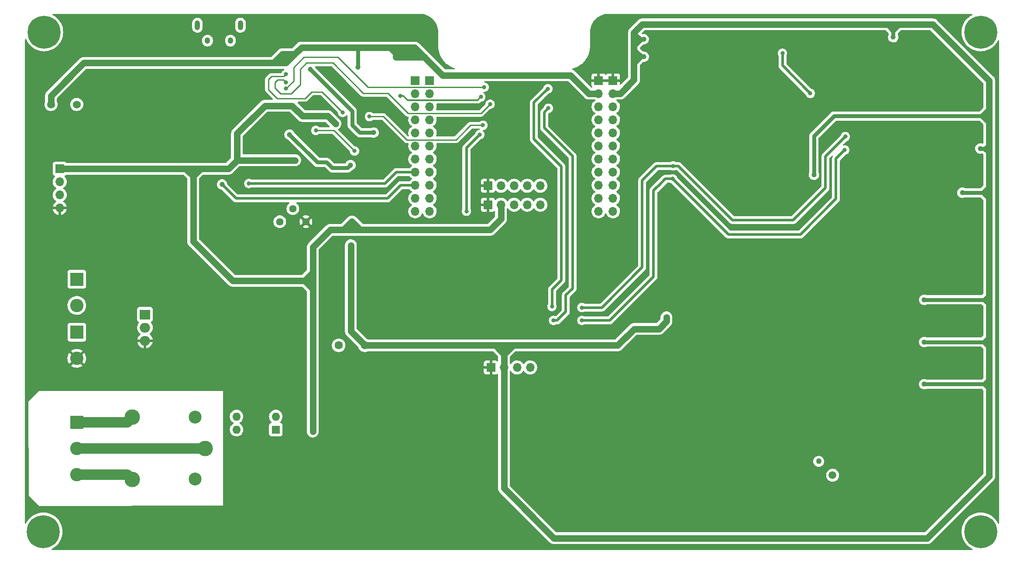
<source format=gbr>
%TF.GenerationSoftware,KiCad,Pcbnew,(6.0.0)*%
%TF.CreationDate,2022-02-10T17:27:59+01:00*%
%TF.ProjectId,ESP32IoTPlatform,45535033-3249-46f5-9450-6c6174666f72,rev?*%
%TF.SameCoordinates,Original*%
%TF.FileFunction,Copper,L2,Bot*%
%TF.FilePolarity,Positive*%
%FSLAX46Y46*%
G04 Gerber Fmt 4.6, Leading zero omitted, Abs format (unit mm)*
G04 Created by KiCad (PCBNEW (6.0.0)) date 2022-02-10 17:27:59*
%MOMM*%
%LPD*%
G01*
G04 APERTURE LIST*
%TA.AperFunction,ComponentPad*%
%ADD10R,2.000000X1.905000*%
%TD*%
%TA.AperFunction,ComponentPad*%
%ADD11O,2.000000X1.905000*%
%TD*%
%TA.AperFunction,ComponentPad*%
%ADD12O,1.000000X1.900000*%
%TD*%
%TA.AperFunction,ComponentPad*%
%ADD13O,1.050000X1.250000*%
%TD*%
%TA.AperFunction,ComponentPad*%
%ADD14R,2.600000X2.600000*%
%TD*%
%TA.AperFunction,ComponentPad*%
%ADD15C,2.600000*%
%TD*%
%TA.AperFunction,ComponentPad*%
%ADD16R,1.600000X1.600000*%
%TD*%
%TA.AperFunction,ComponentPad*%
%ADD17O,1.600000X1.600000*%
%TD*%
%TA.AperFunction,ComponentPad*%
%ADD18R,1.700000X1.700000*%
%TD*%
%TA.AperFunction,ComponentPad*%
%ADD19O,1.700000X1.700000*%
%TD*%
%TA.AperFunction,ComponentPad*%
%ADD20C,1.440000*%
%TD*%
%TA.AperFunction,ComponentPad*%
%ADD21C,0.800000*%
%TD*%
%TA.AperFunction,ComponentPad*%
%ADD22C,6.400000*%
%TD*%
%TA.AperFunction,ComponentPad*%
%ADD23C,3.000000*%
%TD*%
%TA.AperFunction,ComponentPad*%
%ADD24C,2.500000*%
%TD*%
%TA.AperFunction,ComponentPad*%
%ADD25C,1.600000*%
%TD*%
%TA.AperFunction,ComponentPad*%
%ADD26C,1.524000*%
%TD*%
%TA.AperFunction,WasherPad*%
%ADD27C,1.100000*%
%TD*%
%TA.AperFunction,WasherPad*%
%ADD28C,1.500000*%
%TD*%
%TA.AperFunction,ViaPad*%
%ADD29C,1.000000*%
%TD*%
%TA.AperFunction,ViaPad*%
%ADD30C,0.800000*%
%TD*%
%TA.AperFunction,Conductor*%
%ADD31C,1.270000*%
%TD*%
%TA.AperFunction,Conductor*%
%ADD32C,0.762000*%
%TD*%
%TA.AperFunction,Conductor*%
%ADD33C,0.304800*%
%TD*%
%TA.AperFunction,Conductor*%
%ADD34C,0.254000*%
%TD*%
%TA.AperFunction,Conductor*%
%ADD35C,0.508000*%
%TD*%
%TA.AperFunction,Conductor*%
%ADD36C,2.032000*%
%TD*%
G04 APERTURE END LIST*
D10*
%TO.P,Q3,1,G*%
%TO.N,Net-(Q3-Pad1)*%
X66655000Y-107260000D03*
D11*
%TO.P,Q3,2,D*%
%TO.N,Net-(D12-Pad2)*%
X66655000Y-109800000D03*
%TO.P,Q3,3,S*%
%TO.N,GND*%
X66655000Y-112340000D03*
%TD*%
D12*
%TO.P,J1,6,Shield*%
%TO.N,unconnected-(J1-Pad6)*%
X76825000Y-51060000D03*
D13*
X78775000Y-54060000D03*
X83225000Y-54060000D03*
D12*
X85175000Y-51060000D03*
%TD*%
D14*
%TO.P,J2,1,Pin_1*%
%TO.N,Net-(J2-Pad1)*%
X53423999Y-128222999D03*
D15*
%TO.P,J2,2,Pin_2*%
%TO.N,Net-(J2-Pad2)*%
X53423999Y-133302999D03*
%TO.P,J2,3,Pin_3*%
%TO.N,Net-(J2-Pad3)*%
X53423999Y-138382999D03*
%TD*%
D16*
%TO.P,U6,1*%
%TO.N,Net-(R12-Pad2)*%
X92031999Y-129619999D03*
D17*
%TO.P,U6,2*%
%TO.N,Net-(D10-Pad2)*%
X92031999Y-127079999D03*
%TO.P,U6,3*%
%TO.N,Net-(R13-Pad2)*%
X84411999Y-127079999D03*
%TO.P,U6,4*%
%TO.N,+5V*%
X84411999Y-129619999D03*
%TD*%
D18*
%TO.P,J5,1,Pin_1*%
%TO.N,+5V*%
X50113000Y-78943000D03*
D19*
%TO.P,J5,2,Pin_2*%
%TO.N,Net-(J5-Pad2)*%
X50113000Y-81483000D03*
%TO.P,J5,3,Pin_3*%
%TO.N,Net-(J5-Pad3)*%
X50113000Y-84023000D03*
%TO.P,J5,4,Pin_4*%
%TO.N,GND*%
X50113000Y-86563000D03*
%TD*%
D20*
%TO.P,RV1,1,1*%
%TO.N,GND*%
X97873999Y-89233999D03*
%TO.P,RV1,2,2*%
%TO.N,Net-(RV1-Pad2)*%
X95333999Y-86693999D03*
%TO.P,RV1,3,3*%
%TO.N,Net-(R21-Pad2)*%
X92793999Y-89233999D03*
%TD*%
D21*
%TO.P,H1,1*%
%TO.N,N/C*%
X45376943Y-54101055D03*
D22*
X47073999Y-52403999D03*
D21*
X47073999Y-50003999D03*
X45376943Y-50706943D03*
X47073999Y-54803999D03*
X44673999Y-52403999D03*
X48771055Y-54101055D03*
X48771055Y-50706943D03*
X49473999Y-52403999D03*
%TD*%
%TO.P,H2,1*%
%TO.N,N/C*%
X226360999Y-52403999D03*
X230458055Y-54101055D03*
X227063943Y-54101055D03*
X231160999Y-52403999D03*
X228760999Y-50003999D03*
X228760999Y-54803999D03*
X227063943Y-50706943D03*
D22*
X228760999Y-52403999D03*
D21*
X230458055Y-50706943D03*
%TD*%
%TO.P,H3,1*%
%TO.N,N/C*%
X44546999Y-149431999D03*
X48644055Y-151129055D03*
X45249943Y-151129055D03*
D22*
X46946999Y-149431999D03*
D21*
X46946999Y-151831999D03*
X46946999Y-147031999D03*
X48644055Y-147734943D03*
X49346999Y-149431999D03*
X45249943Y-147734943D03*
%TD*%
%TO.P,H4,1*%
%TO.N,N/C*%
X230458055Y-151129055D03*
X227063943Y-151129055D03*
X226360999Y-149431999D03*
X227063943Y-147734943D03*
X231160999Y-149431999D03*
X230458055Y-147734943D03*
D22*
X228760999Y-149431999D03*
D21*
X228760999Y-147031999D03*
X228760999Y-151831999D03*
%TD*%
D18*
%TO.P,J7,1,Pin_1*%
%TO.N,GND*%
X133179999Y-82248999D03*
D19*
%TO.P,J7,2,Pin_2*%
%TO.N,+5V*%
X135719999Y-82248999D03*
%TO.P,J7,3,Pin_3*%
%TO.N,IO13*%
X138259999Y-82248999D03*
%TO.P,J7,4,Pin_4*%
%TO.N,IO15*%
X140799999Y-82248999D03*
%TO.P,J7,5,Pin_5*%
%TO.N,IO2*%
X143339999Y-82248999D03*
%TD*%
D18*
%TO.P,J8,1,Pin_1*%
%TO.N,GND*%
X133179999Y-85931999D03*
D19*
%TO.P,J8,2,Pin_2*%
%TO.N,+5V*%
X135719999Y-85931999D03*
%TO.P,J8,3,Pin_3*%
%TO.N,IO13*%
X138259999Y-85931999D03*
%TO.P,J8,4,Pin_4*%
%TO.N,IO15*%
X140799999Y-85931999D03*
%TO.P,J8,5,Pin_5*%
%TO.N,IO2*%
X143339999Y-85931999D03*
%TD*%
D23*
%TO.P,K1,1*%
%TO.N,Net-(J2-Pad2)*%
X78366799Y-133277599D03*
D24*
%TO.P,K1,2*%
%TO.N,Net-(D11-Pad2)*%
X76416799Y-139227599D03*
D23*
%TO.P,K1,3*%
%TO.N,Net-(J2-Pad3)*%
X64166799Y-139277599D03*
%TO.P,K1,4*%
%TO.N,Net-(J2-Pad1)*%
X64216799Y-127227599D03*
D24*
%TO.P,K1,5*%
%TO.N,+5V*%
X76416799Y-127227599D03*
%TD*%
D18*
%TO.P,J6,1,Pin_1*%
%TO.N,GND*%
X133743999Y-117551999D03*
D19*
%TO.P,J6,2,Pin_2*%
%TO.N,+3V3*%
X136283999Y-117551999D03*
%TO.P,J6,3,Pin_3*%
%TO.N,Net-(SW10-Pad3)*%
X138823999Y-117551999D03*
%TO.P,J6,4,Pin_4*%
%TO.N,Net-(SW10-Pad4)*%
X141363999Y-117551999D03*
%TD*%
D14*
%TO.P,J4,1,Pin_1*%
%TO.N,VDD*%
X53423999Y-110696999D03*
D15*
%TO.P,J4,2,Pin_2*%
%TO.N,GND*%
X53423999Y-115776999D03*
%TD*%
D14*
%TO.P,J3,1,Pin_1*%
%TO.N,Net-(D12-Pad2)*%
X53423999Y-100409999D03*
D15*
%TO.P,J3,2,Pin_2*%
%TO.N,VDD*%
X53423999Y-105489999D03*
%TD*%
D25*
%TO.P,R19,1*%
%TO.N,+3V3*%
X109303999Y-113236999D03*
%TO.P,R19,2*%
%TO.N,Net-(R19-Pad2)*%
X104223999Y-113236999D03*
%TD*%
D26*
%TO.P,BZ1,1,-*%
%TO.N,+3V3*%
X48423000Y-66452000D03*
%TO.P,BZ1,2,+*%
%TO.N,Net-(BZ1-Pad2)*%
X53423000Y-66452000D03*
%TD*%
D18*
%TO.P,J9,1,Pin_1*%
%TO.N,VP*%
X121876999Y-61801999D03*
D19*
%TO.P,J9,2,Pin_2*%
%TO.N,VN*%
X121876999Y-64341999D03*
%TO.P,J9,3,Pin_3*%
%TO.N,IO34*%
X121876999Y-66881999D03*
%TO.P,J9,4,Pin_4*%
%TO.N,IO35*%
X121876999Y-69421999D03*
%TO.P,J9,5,Pin_5*%
%TO.N,IO32*%
X121876999Y-71961999D03*
%TO.P,J9,6,Pin_6*%
%TO.N,IO33*%
X121876999Y-74501999D03*
%TO.P,J9,7,Pin_7*%
%TO.N,IO25*%
X121876999Y-77041999D03*
%TO.P,J9,8,Pin_8*%
%TO.N,IO26*%
X121876999Y-79581999D03*
%TO.P,J9,9,Pin_9*%
%TO.N,IO27*%
X121876999Y-82121999D03*
%TO.P,J9,10,Pin_10*%
%TO.N,IO14*%
X121876999Y-84661999D03*
%TO.P,J9,11,Pin_11*%
%TO.N,IO12*%
X121876999Y-87201999D03*
%TD*%
D18*
%TO.P,J11,1,Pin_1*%
%TO.N,VP*%
X119082999Y-61801999D03*
D19*
%TO.P,J11,2,Pin_2*%
%TO.N,VN*%
X119082999Y-64341999D03*
%TO.P,J11,3,Pin_3*%
%TO.N,IO34*%
X119082999Y-66881999D03*
%TO.P,J11,4,Pin_4*%
%TO.N,IO35*%
X119082999Y-69421999D03*
%TO.P,J11,5,Pin_5*%
%TO.N,IO32*%
X119082999Y-71961999D03*
%TO.P,J11,6,Pin_6*%
%TO.N,IO33*%
X119082999Y-74501999D03*
%TO.P,J11,7,Pin_7*%
%TO.N,IO25*%
X119082999Y-77041999D03*
%TO.P,J11,8,Pin_8*%
%TO.N,IO26*%
X119082999Y-79581999D03*
%TO.P,J11,9,Pin_9*%
%TO.N,IO27*%
X119082999Y-82121999D03*
%TO.P,J11,10,Pin_10*%
%TO.N,IO14*%
X119082999Y-84661999D03*
%TO.P,J11,11,Pin_11*%
%TO.N,IO12*%
X119082999Y-87201999D03*
%TD*%
D18*
%TO.P,J10,1,Pin_1*%
%TO.N,GND*%
X154642999Y-61801999D03*
D19*
%TO.P,J10,2,Pin_2*%
%TO.N,+3V3*%
X154642999Y-64341999D03*
%TO.P,J10,3,Pin_3*%
%TO.N,IO23*%
X154642999Y-66881999D03*
%TO.P,J10,4,Pin_4*%
%TO.N,IO22*%
X154642999Y-69421999D03*
%TO.P,J10,5,Pin_5*%
%TO.N,IO21*%
X154642999Y-71961999D03*
%TO.P,J10,6,Pin_6*%
%TO.N,IO19*%
X154642999Y-74501999D03*
%TO.P,J10,7,Pin_7*%
%TO.N,IO18*%
X154642999Y-77041999D03*
%TO.P,J10,8,Pin_8*%
%TO.N,IO5*%
X154642999Y-79581999D03*
%TO.P,J10,9,Pin_9*%
%TO.N,IO17*%
X154642999Y-82121999D03*
%TO.P,J10,10,Pin_10*%
%TO.N,IO16*%
X154642999Y-84661999D03*
%TO.P,J10,11,Pin_11*%
%TO.N,IO4*%
X154642999Y-87201999D03*
%TD*%
D18*
%TO.P,J12,1,Pin_1*%
%TO.N,GND*%
X157436999Y-61801999D03*
D19*
%TO.P,J12,2,Pin_2*%
%TO.N,+3V3*%
X157436999Y-64341999D03*
%TO.P,J12,3,Pin_3*%
%TO.N,IO23*%
X157436999Y-66881999D03*
%TO.P,J12,4,Pin_4*%
%TO.N,IO22*%
X157436999Y-69421999D03*
%TO.P,J12,5,Pin_5*%
%TO.N,IO21*%
X157436999Y-71961999D03*
%TO.P,J12,6,Pin_6*%
%TO.N,IO19*%
X157436999Y-74501999D03*
%TO.P,J12,7,Pin_7*%
%TO.N,IO18*%
X157436999Y-77041999D03*
%TO.P,J12,8,Pin_8*%
%TO.N,IO5*%
X157436999Y-79581999D03*
%TO.P,J12,9,Pin_9*%
%TO.N,IO17*%
X157436999Y-82121999D03*
%TO.P,J12,10,Pin_10*%
%TO.N,IO16*%
X157436999Y-84661999D03*
%TO.P,J12,11,Pin_11*%
%TO.N,IO4*%
X157436999Y-87201999D03*
%TD*%
D27*
%TO.P,T1,*%
%TO.N,*%
X197347496Y-135783496D03*
D28*
X200034502Y-138470502D03*
%TD*%
D29*
%TO.N,+3V3*%
X163400000Y-53800000D03*
X225200000Y-83600000D03*
X217800000Y-104400000D03*
X217800000Y-112600000D03*
X211800000Y-53400000D03*
D30*
X106600000Y-93800000D03*
D29*
X163400000Y-57200000D03*
X116400000Y-57300000D03*
X228700000Y-75000000D03*
X108000000Y-59200000D03*
X115300000Y-57300000D03*
X196400000Y-80100000D03*
X217800000Y-120800000D03*
X93300000Y-56700000D03*
X117500000Y-57300000D03*
X167800000Y-107800000D03*
D30*
%TO.N,GND*%
X137700000Y-69800000D03*
X135700000Y-66800000D03*
X186800000Y-82400000D03*
X136700000Y-69800000D03*
D29*
X186400000Y-104400000D03*
D30*
X58500000Y-65500000D03*
X188800000Y-85600000D03*
X138700000Y-66800000D03*
X135700000Y-68800000D03*
D29*
X82600000Y-55800000D03*
D30*
X202200000Y-133600000D03*
X164600000Y-112200000D03*
D29*
X94200000Y-69400000D03*
X194800000Y-77000000D03*
X224800000Y-101000000D03*
X224800000Y-117400000D03*
X113400000Y-53400000D03*
D30*
X138700000Y-68800000D03*
X92800000Y-60000000D03*
X181600000Y-77600000D03*
X89400000Y-136900000D03*
X136700000Y-66800000D03*
X136700000Y-68800000D03*
X138700000Y-69800000D03*
X138700000Y-67800000D03*
D29*
X85000000Y-55800000D03*
X219200000Y-109400000D03*
X112000000Y-53400000D03*
X97200000Y-51200000D03*
X219200000Y-101200000D03*
X97200000Y-53600000D03*
D30*
X100500000Y-79200000D03*
X136700000Y-67800000D03*
D29*
X224800000Y-109200000D03*
X219200000Y-117600000D03*
D30*
X173400000Y-107800000D03*
X74600000Y-110400000D03*
D29*
X91800000Y-53700000D03*
D30*
X137700000Y-68800000D03*
X144400000Y-96700000D03*
X165581001Y-107800000D03*
X188400000Y-77600000D03*
X96600000Y-116200000D03*
X225200000Y-79500000D03*
D29*
X103600000Y-76700000D03*
D30*
X181200000Y-85600000D03*
D29*
X110600000Y-53400000D03*
D30*
X188800000Y-73400000D03*
D29*
X100100000Y-65300000D03*
X113400000Y-65800000D03*
D30*
X135700000Y-67800000D03*
D29*
X206200000Y-99200000D03*
D30*
X169800000Y-107800000D03*
D29*
X214000000Y-53400000D03*
X89000000Y-53700000D03*
X90500000Y-79200000D03*
X111000000Y-76331250D03*
X108000000Y-65250000D03*
X97200000Y-52400000D03*
D30*
X96200000Y-79200000D03*
D29*
X109200000Y-53400000D03*
D30*
X135700000Y-69800000D03*
D29*
X220800000Y-83600000D03*
D30*
X137700000Y-66800000D03*
D29*
X83800000Y-55800000D03*
D30*
X60600000Y-72400000D03*
D29*
X133200000Y-75800000D03*
X191200000Y-77000000D03*
D30*
X137700000Y-67800000D03*
%TO.N,EN*%
X116200000Y-64800000D03*
X131800000Y-65000000D03*
D29*
%TO.N,+5V*%
X95800000Y-77300000D03*
X103600000Y-70200000D03*
X99200000Y-130000000D03*
D30*
X106800000Y-89200000D03*
D29*
X95200000Y-66700000D03*
X98600000Y-68700000D03*
%TO.N,+BATT*%
X111000000Y-71931250D03*
X98700000Y-59600000D03*
%TO.N,VBUS*%
X94700000Y-72300000D03*
X106516388Y-78248100D03*
D30*
%TO.N,Net-(R4-Pad1)*%
X107300000Y-75500000D03*
X99800000Y-71500000D03*
%TO.N,IO25*%
X129000000Y-87200000D03*
X131600000Y-72300000D03*
%TO.N,IO26*%
X86800000Y-81800000D03*
D29*
%TO.N,IO27*%
X81600000Y-82000000D03*
D30*
%TO.N,IO0*%
X110200000Y-68800000D03*
X132200000Y-70500000D03*
%TO.N,IO19*%
X190300000Y-56500000D03*
X195700000Y-64300000D03*
%TO.N,IO21*%
X145900000Y-108400000D03*
X202400000Y-75300000D03*
X169000000Y-80900000D03*
X144900000Y-67200000D03*
X151400000Y-108400000D03*
%TO.N,RXD0*%
X94000000Y-62200000D03*
X133600000Y-66400000D03*
%TO.N,TXD0*%
X132450000Y-63100000D03*
X94013714Y-63386286D03*
%TO.N,IO22*%
X145600000Y-105700000D03*
X151400000Y-105900000D03*
X202500000Y-72700000D03*
X169100000Y-78400000D03*
X144800000Y-63400000D03*
%TO.N,DTR*%
X94000000Y-60600000D03*
X105000000Y-68000000D03*
%TD*%
D31*
%TO.N,+3V3*%
X118300000Y-55400000D02*
X117500000Y-56200000D01*
X158858001Y-64341999D02*
X161500000Y-61700000D01*
D32*
X230400000Y-113750000D02*
X230400000Y-113950000D01*
D31*
X161500000Y-57300000D02*
X161500000Y-55650000D01*
X136183999Y-114816001D02*
X134604997Y-113236999D01*
X120000000Y-57300000D02*
X119500000Y-57300000D01*
D32*
X108000000Y-55500000D02*
X108100000Y-55400000D01*
X163050000Y-57200000D02*
X161500000Y-55650000D01*
D31*
X136283999Y-117551999D02*
X136283999Y-114816001D01*
D32*
X230400000Y-121850000D02*
X230400000Y-121900000D01*
D31*
X213350000Y-50900000D02*
X212000000Y-50900000D01*
D32*
X229200000Y-104400000D02*
X229350000Y-104400000D01*
D31*
X95700000Y-56700000D02*
X97000000Y-55400000D01*
D32*
X230200000Y-103550000D02*
X230400000Y-103550000D01*
X161600000Y-57200000D02*
X161500000Y-57300000D01*
D31*
X136283999Y-114816001D02*
X136483999Y-114816001D01*
D32*
X108000000Y-59200000D02*
X108000000Y-55500000D01*
D31*
X161550000Y-110050000D02*
X166350000Y-110050000D01*
X219500000Y-50900000D02*
X213350000Y-50900000D01*
X230400000Y-119750000D02*
X230400000Y-113950000D01*
X115300000Y-57300000D02*
X115300000Y-56600000D01*
X230400000Y-138700000D02*
X230400000Y-125400000D01*
X93300000Y-56700000D02*
X93300000Y-57700000D01*
D32*
X230400000Y-68700000D02*
X228400000Y-68700000D01*
D31*
X230400000Y-121900000D02*
X230400000Y-120700000D01*
X136283999Y-113289999D02*
X136336999Y-113236999D01*
X230400000Y-68700000D02*
X230400000Y-66700000D01*
D32*
X211800000Y-51100000D02*
X212000000Y-50900000D01*
D31*
X117500000Y-57300000D02*
X117500000Y-56200000D01*
X230400000Y-61800000D02*
X219500000Y-50900000D01*
D32*
X211800000Y-52250000D02*
X211800000Y-51100000D01*
D31*
X119000000Y-55400000D02*
X118300000Y-55400000D01*
D32*
X230300000Y-120800000D02*
X230400000Y-120700000D01*
X217800000Y-112600000D02*
X229100000Y-112600000D01*
D31*
X116400000Y-57300000D02*
X116400000Y-55500000D01*
X230400000Y-75100000D02*
X230400000Y-74100000D01*
X128400000Y-60800000D02*
X149200000Y-60800000D01*
D32*
X228600000Y-83600000D02*
X229100000Y-83600000D01*
D31*
X230400000Y-104450000D02*
X230400000Y-103550000D01*
X161500000Y-55300000D02*
X161500000Y-53700000D01*
D32*
X213150000Y-50900000D02*
X213350000Y-50900000D01*
X163400000Y-57200000D02*
X163050000Y-57200000D01*
X229100000Y-112600000D02*
X230050000Y-112600000D01*
X229500000Y-75000000D02*
X230400000Y-74100000D01*
D31*
X136283999Y-117551999D02*
X136283999Y-140983999D01*
X210450000Y-50900000D02*
X163100000Y-50900000D01*
D32*
X229250000Y-112600000D02*
X230400000Y-113750000D01*
D31*
X125600000Y-60800000D02*
X128400000Y-60800000D01*
X94000000Y-58400000D02*
X94600000Y-57800000D01*
X230400000Y-76100000D02*
X230400000Y-75100000D01*
X230400000Y-125400000D02*
X230400000Y-123500000D01*
D32*
X200300000Y-68700000D02*
X196400000Y-72600000D01*
X211800000Y-52250000D02*
X210450000Y-50900000D01*
X163400000Y-57200000D02*
X163000000Y-57200000D01*
X228400000Y-68700000D02*
X200300000Y-68700000D01*
D31*
X230400000Y-105450000D02*
X230400000Y-104450000D01*
X230400000Y-111450000D02*
X230400000Y-105450000D01*
X118300000Y-56100000D02*
X118300000Y-55400000D01*
X93300000Y-56700000D02*
X91600000Y-58400000D01*
X108100000Y-55400000D02*
X109000000Y-55400000D01*
X106600000Y-110533000D02*
X109303999Y-113236999D01*
X120900000Y-57300000D02*
X120950000Y-57350000D01*
X230400000Y-83600000D02*
X230400000Y-82300000D01*
D32*
X229350000Y-120800000D02*
X230300000Y-120800000D01*
D31*
X212000000Y-50900000D02*
X210450000Y-50900000D01*
D32*
X230400000Y-67200000D02*
X230400000Y-66700000D01*
D31*
X230400000Y-113950000D02*
X230400000Y-112950000D01*
D32*
X230400000Y-76000000D02*
X230400000Y-76100000D01*
D31*
X161500000Y-58700000D02*
X161500000Y-57300000D01*
D32*
X228400000Y-68700000D02*
X228900000Y-68700000D01*
D31*
X138063001Y-113236999D02*
X158363001Y-113236999D01*
X134604997Y-113236999D02*
X136336999Y-113236999D01*
D32*
X163400000Y-57200000D02*
X161600000Y-57200000D01*
D31*
X136283999Y-114816001D02*
X136183999Y-114816001D01*
D32*
X229200000Y-83600000D02*
X230400000Y-83600000D01*
D31*
X124400000Y-60800000D02*
X120950000Y-57350000D01*
X230400000Y-70200000D02*
X230400000Y-68700000D01*
D32*
X229350000Y-104400000D02*
X230400000Y-105450000D01*
X229200000Y-83600000D02*
X229200000Y-83500000D01*
D31*
X115300000Y-56500000D02*
X114200000Y-55400000D01*
X91600000Y-58400000D02*
X94000000Y-58400000D01*
D32*
X229400000Y-75000000D02*
X230400000Y-76000000D01*
D31*
X116500000Y-55400000D02*
X118300000Y-55400000D01*
X136283999Y-114816001D02*
X136283999Y-113289999D01*
D32*
X229200000Y-83500000D02*
X230400000Y-82300000D01*
X229100000Y-112600000D02*
X229250000Y-112600000D01*
D31*
X114200000Y-55400000D02*
X115300000Y-55400000D01*
X136483999Y-114816001D02*
X138063001Y-113236999D01*
X230400000Y-82300000D02*
X230400000Y-76100000D01*
X166350000Y-110050000D02*
X167800000Y-108600000D01*
D32*
X162800000Y-53800000D02*
X161500000Y-52500000D01*
X228600000Y-83600000D02*
X229200000Y-83600000D01*
D31*
X157436999Y-64341999D02*
X158858001Y-64341999D01*
D32*
X228900000Y-68700000D02*
X230400000Y-67200000D01*
D31*
X136336999Y-113236999D02*
X138063001Y-113236999D01*
X115300000Y-57300000D02*
X115300000Y-56500000D01*
X158363001Y-113236999D02*
X161550000Y-110050000D01*
X146000000Y-150700000D02*
X218400000Y-150700000D01*
D32*
X217800000Y-120800000D02*
X229350000Y-120800000D01*
D31*
X93300000Y-57700000D02*
X94000000Y-58400000D01*
X117500000Y-57300000D02*
X120000000Y-57300000D01*
X161500000Y-52500000D02*
X161500000Y-53700000D01*
D32*
X230300000Y-75000000D02*
X230400000Y-75100000D01*
X163000000Y-53800000D02*
X161500000Y-55300000D01*
D31*
X54800000Y-58400000D02*
X91600000Y-58400000D01*
D32*
X217800000Y-104400000D02*
X229200000Y-104400000D01*
D31*
X115300000Y-55400000D02*
X116500000Y-55400000D01*
X230400000Y-84900000D02*
X230400000Y-83600000D01*
X134604997Y-113236999D02*
X109303999Y-113236999D01*
X113900000Y-55400000D02*
X114200000Y-55400000D01*
X161500000Y-61700000D02*
X161500000Y-58700000D01*
X218400000Y-150700000D02*
X230400000Y-138700000D01*
D32*
X161600000Y-53800000D02*
X161500000Y-53700000D01*
X196400000Y-72600000D02*
X196400000Y-80100000D01*
D31*
X136283999Y-140983999D02*
X146000000Y-150700000D01*
X97000000Y-55400000D02*
X108100000Y-55400000D01*
D32*
X211800000Y-53400000D02*
X211800000Y-52250000D01*
D31*
X120000000Y-57300000D02*
X120900000Y-57300000D01*
D32*
X163400000Y-53800000D02*
X161600000Y-53800000D01*
X93500000Y-56700000D02*
X94600000Y-57800000D01*
X229400000Y-75000000D02*
X230300000Y-75000000D01*
D31*
X119500000Y-57300000D02*
X118300000Y-56100000D01*
X230400000Y-103550000D02*
X230400000Y-84900000D01*
X94600000Y-57800000D02*
X95700000Y-56700000D01*
D32*
X229250000Y-112600000D02*
X230400000Y-111450000D01*
D31*
X230400000Y-123500000D02*
X230400000Y-121900000D01*
X230400000Y-112950000D02*
X230400000Y-111450000D01*
D32*
X229350000Y-120800000D02*
X230400000Y-119750000D01*
D31*
X115300000Y-56600000D02*
X116400000Y-55500000D01*
X230400000Y-120700000D02*
X230400000Y-119750000D01*
X120950000Y-57350000D02*
X119000000Y-55400000D01*
X106600000Y-93800000D02*
X106600000Y-110533000D01*
D32*
X228900000Y-68700000D02*
X230400000Y-70200000D01*
X229100000Y-83600000D02*
X230400000Y-84900000D01*
D31*
X117500000Y-57300000D02*
X115300000Y-57300000D01*
D32*
X230050000Y-112600000D02*
X230400000Y-112950000D01*
X228700000Y-75000000D02*
X229400000Y-75000000D01*
X163400000Y-53800000D02*
X162800000Y-53800000D01*
X211800000Y-52250000D02*
X213150000Y-50900000D01*
X225200000Y-83600000D02*
X228600000Y-83600000D01*
D31*
X230400000Y-74100000D02*
X230400000Y-70200000D01*
D32*
X93300000Y-56700000D02*
X93500000Y-56700000D01*
D31*
X116400000Y-55500000D02*
X116500000Y-55400000D01*
D32*
X229400000Y-75000000D02*
X229500000Y-75000000D01*
D31*
X161500000Y-55650000D02*
X161500000Y-55300000D01*
D32*
X163400000Y-53800000D02*
X163000000Y-53800000D01*
D31*
X149200000Y-60800000D02*
X152741999Y-64341999D01*
D32*
X163000000Y-57200000D02*
X161500000Y-58700000D01*
D31*
X152741999Y-64341999D02*
X154642999Y-64341999D01*
X48423000Y-66452000D02*
X48423000Y-64777000D01*
X161500000Y-52500000D02*
X163100000Y-50900000D01*
X109000000Y-55400000D02*
X113900000Y-55400000D01*
D32*
X229200000Y-104400000D02*
X230350000Y-104400000D01*
D31*
X128400000Y-60800000D02*
X124400000Y-60800000D01*
D32*
X229350000Y-120800000D02*
X230400000Y-121850000D01*
D31*
X167800000Y-108600000D02*
X167800000Y-107800000D01*
X48423000Y-64777000D02*
X54800000Y-58400000D01*
D32*
X230350000Y-104400000D02*
X230400000Y-104450000D01*
X229350000Y-104400000D02*
X230200000Y-103550000D01*
D31*
X230400000Y-66700000D02*
X230400000Y-61800000D01*
X93300000Y-56700000D02*
X95700000Y-56700000D01*
D33*
%TO.N,EN*%
X116200000Y-64800000D02*
X116800000Y-64800000D01*
X117600000Y-65600000D02*
X131200000Y-65600000D01*
X116800000Y-64800000D02*
X117600000Y-65600000D01*
X131200000Y-65600000D02*
X131800000Y-65000000D01*
D31*
%TO.N,+5V*%
X76000000Y-80400000D02*
X76000000Y-79286000D01*
X76000000Y-80400000D02*
X77143000Y-79257000D01*
X105000000Y-90800000D02*
X102600000Y-90800000D01*
X95200000Y-66700000D02*
X89900000Y-66700000D01*
X98900000Y-102000000D02*
X97600000Y-100700000D01*
X50113000Y-78943000D02*
X74343000Y-78943000D01*
X83650000Y-100700000D02*
X76000000Y-93050000D01*
X89900000Y-66700000D02*
X84500000Y-72100000D01*
X84500000Y-72100000D02*
X84500000Y-77300000D01*
X99200000Y-101250000D02*
X98650000Y-100700000D01*
X105000000Y-90800000D02*
X105200000Y-90800000D01*
X76343000Y-78943000D02*
X77143000Y-78943000D01*
X76000000Y-80400000D02*
X74543000Y-78943000D01*
X99200000Y-106200000D02*
X99200000Y-130000000D01*
X102100000Y-68700000D02*
X103600000Y-70200000D01*
X76000000Y-93050000D02*
X76000000Y-80400000D01*
X105200000Y-90800000D02*
X106800000Y-89200000D01*
X99200000Y-99100000D02*
X97600000Y-100700000D01*
X82857000Y-78943000D02*
X84500000Y-77300000D01*
X108400000Y-90800000D02*
X106800000Y-90800000D01*
X106800000Y-90800000D02*
X105000000Y-90800000D01*
X99200000Y-99000000D02*
X99200000Y-99100000D01*
X95200000Y-66700000D02*
X97200000Y-68700000D01*
X102600000Y-90800000D02*
X99200000Y-94200000D01*
X77143000Y-78943000D02*
X82857000Y-78943000D01*
X108400000Y-90800000D02*
X106800000Y-89200000D01*
X74343000Y-78943000D02*
X76343000Y-78943000D01*
X133600000Y-90800000D02*
X108400000Y-90800000D01*
X77143000Y-79257000D02*
X77143000Y-78943000D01*
X99200000Y-106200000D02*
X99200000Y-102000000D01*
X98650000Y-100700000D02*
X97600000Y-100700000D01*
X98600000Y-68700000D02*
X102100000Y-68700000D01*
X84500000Y-77300000D02*
X95800000Y-77300000D01*
X99200000Y-94200000D02*
X99200000Y-99000000D01*
X99200000Y-99000000D02*
X99200000Y-101250000D01*
X99200000Y-102000000D02*
X99200000Y-101250000D01*
X76000000Y-79286000D02*
X76343000Y-78943000D01*
X99200000Y-102000000D02*
X98900000Y-102000000D01*
X135719999Y-88680001D02*
X133600000Y-90800000D01*
X97200000Y-68700000D02*
X98600000Y-68700000D01*
X135719999Y-85931999D02*
X135719999Y-88680001D01*
X106800000Y-89200000D02*
X106800000Y-90800000D01*
X97600000Y-100700000D02*
X83650000Y-100700000D01*
X74543000Y-78943000D02*
X74343000Y-78943000D01*
D32*
%TO.N,+BATT*%
X108331250Y-71931250D02*
X106850000Y-70450000D01*
X106850000Y-70450000D02*
X106850000Y-67750000D01*
X106850000Y-67750000D02*
X98700000Y-59600000D01*
X111000000Y-71931250D02*
X108331250Y-71931250D01*
%TO.N,VBUS*%
X100100000Y-77700000D02*
X101900000Y-77700000D01*
X105964488Y-78800000D02*
X106516388Y-78248100D01*
X94700000Y-72300000D02*
X100100000Y-77700000D01*
X101900000Y-77700000D02*
X103000000Y-78800000D01*
X103000000Y-78800000D02*
X105964488Y-78800000D01*
D34*
%TO.N,Net-(R4-Pad1)*%
X102500000Y-71500000D02*
X102800000Y-71500000D01*
X101900000Y-71500000D02*
X102500000Y-71500000D01*
X99800000Y-71500000D02*
X101900000Y-71500000D01*
X102800000Y-71500000D02*
X103300000Y-71500000D01*
X103300000Y-71500000D02*
X107300000Y-75500000D01*
D35*
%TO.N,IO25*%
X129000000Y-87200000D02*
X129000000Y-74900000D01*
X129000000Y-74900000D02*
X131600000Y-72300000D01*
%TO.N,IO26*%
X115418001Y-79581999D02*
X113200000Y-81800000D01*
X86800000Y-81800000D02*
X113200000Y-81800000D01*
X119082999Y-79581999D02*
X115418001Y-79581999D01*
%TO.N,IO27*%
X113700000Y-84700000D02*
X116278001Y-82121999D01*
X116278001Y-82121999D02*
X119082999Y-82121999D01*
X81600000Y-82000000D02*
X84300000Y-84700000D01*
X84300000Y-84700000D02*
X113700000Y-84700000D01*
D34*
%TO.N,IO0*%
X113250000Y-69150000D02*
X117425488Y-73325488D01*
X110200000Y-68800000D02*
X112900000Y-68800000D01*
X129200000Y-71100000D02*
X129800000Y-70500000D01*
X126774512Y-73325488D02*
X126974512Y-73325488D01*
X112900000Y-68800000D02*
X113250000Y-69150000D01*
X126974512Y-73325488D02*
X129200000Y-71100000D01*
X129800000Y-70500000D02*
X132200000Y-70500000D01*
X117425488Y-73325488D02*
X126774512Y-73325488D01*
D35*
%TO.N,IO19*%
X190300000Y-58900000D02*
X190300000Y-56500000D01*
X195700000Y-64300000D02*
X190300000Y-58900000D01*
%TO.N,IO21*%
X149600000Y-76500000D02*
X144100000Y-71000000D01*
X200700000Y-77000000D02*
X202400000Y-75300000D01*
X156800000Y-108400000D02*
X151400000Y-108400000D01*
X179800000Y-91700000D02*
X193800000Y-91700000D01*
X165900000Y-82600000D02*
X165400000Y-83100000D01*
X169000000Y-80900000D02*
X167600000Y-80900000D01*
X145900000Y-108400000D02*
X146600000Y-108400000D01*
X148300000Y-106700000D02*
X148300000Y-103500000D01*
X149600000Y-102200000D02*
X149600000Y-76500000D01*
X167600000Y-80900000D02*
X166300000Y-82200000D01*
X144100000Y-68000000D02*
X144900000Y-67200000D01*
X165300000Y-99900000D02*
X156800000Y-108400000D01*
X169000000Y-80900000D02*
X179800000Y-91700000D01*
X166300000Y-82200000D02*
X165900000Y-82600000D01*
X165400000Y-83100000D02*
X165300000Y-83200000D01*
X193800000Y-91700000D02*
X200700000Y-84800000D01*
X200700000Y-84800000D02*
X200700000Y-77000000D01*
X144100000Y-71000000D02*
X144100000Y-68000000D01*
X146600000Y-108400000D02*
X148300000Y-106700000D01*
X165300000Y-83200000D02*
X165300000Y-99900000D01*
X148300000Y-103500000D02*
X149600000Y-102200000D01*
D34*
%TO.N,RXD0*%
X93500000Y-61700000D02*
X92400000Y-61700000D01*
X98000000Y-58400000D02*
X103100000Y-58400000D01*
X91900000Y-63300000D02*
X93000000Y-64400000D01*
X109000000Y-64300000D02*
X113800000Y-64300000D01*
X94000000Y-62200000D02*
X93500000Y-61700000D01*
X117700000Y-68200000D02*
X131800000Y-68200000D01*
X93000000Y-64400000D02*
X95000000Y-64400000D01*
X131800000Y-68200000D02*
X133600000Y-66400000D01*
X92400000Y-61700000D02*
X91900000Y-62200000D01*
X113800000Y-64300000D02*
X117700000Y-68200000D01*
X91900000Y-62200000D02*
X91900000Y-63300000D01*
X95000000Y-64400000D02*
X96800000Y-62600000D01*
X103100000Y-58400000D02*
X109000000Y-64300000D01*
X96800000Y-59600000D02*
X98000000Y-58400000D01*
X96800000Y-62600000D02*
X96800000Y-59600000D01*
%TO.N,TXD0*%
X109900000Y-63100000D02*
X132450000Y-63100000D01*
X94013714Y-63386286D02*
X95500000Y-61900000D01*
X95500000Y-61900000D02*
X95500000Y-59300000D01*
X95500000Y-59300000D02*
X97500000Y-57300000D01*
X97500000Y-57300000D02*
X104100000Y-57300000D01*
X104100000Y-57300000D02*
X109900000Y-63100000D01*
D35*
%TO.N,IO22*%
X192400000Y-88900000D02*
X180600000Y-88900000D01*
X155300000Y-105900000D02*
X151400000Y-105900000D01*
X147400000Y-100600000D02*
X145700000Y-102300000D01*
X142100000Y-73200000D02*
X147400000Y-78500000D01*
X198650000Y-82650000D02*
X192400000Y-88900000D01*
X198650000Y-76550000D02*
X198650000Y-82650000D01*
X170100000Y-78400000D02*
X169100000Y-78400000D01*
X145700000Y-102300000D02*
X145600000Y-102400000D01*
X180600000Y-88900000D02*
X170100000Y-78400000D01*
X202500000Y-72700000D02*
X198650000Y-76550000D01*
X163100000Y-81200000D02*
X163100000Y-89300000D01*
X163100000Y-98100000D02*
X155300000Y-105900000D01*
X147400000Y-82500000D02*
X147400000Y-100600000D01*
X145600000Y-102400000D02*
X145600000Y-105700000D01*
X147400000Y-78500000D02*
X147400000Y-82500000D01*
X163100000Y-89300000D02*
X163100000Y-98100000D01*
X144800000Y-63400000D02*
X142100000Y-66100000D01*
X169100000Y-78400000D02*
X165900000Y-78400000D01*
X165900000Y-78400000D02*
X163100000Y-81200000D01*
X142100000Y-66100000D02*
X142100000Y-73200000D01*
D36*
%TO.N,Net-(J2-Pad1)*%
X53423999Y-128222999D02*
X63221399Y-128222999D01*
X63221399Y-128222999D02*
X64216799Y-127227599D01*
%TO.N,Net-(J2-Pad2)*%
X78341399Y-133302999D02*
X78366799Y-133277599D01*
X53423999Y-133302999D02*
X78341399Y-133302999D01*
%TO.N,Net-(J2-Pad3)*%
X53423999Y-138382999D02*
X63272199Y-138382999D01*
X63272199Y-138382999D02*
X64166799Y-139277599D01*
D34*
%TO.N,DTR*%
X92300000Y-65300000D02*
X97700000Y-65300000D01*
X101000000Y-64000000D02*
X105000000Y-68000000D01*
X90600000Y-61600000D02*
X90600000Y-63600000D01*
X94000000Y-60600000D02*
X93600000Y-61000000D01*
X99000000Y-64000000D02*
X101000000Y-64000000D01*
X93600000Y-61000000D02*
X91200000Y-61000000D01*
X97700000Y-65300000D02*
X99000000Y-64000000D01*
X90600000Y-63600000D02*
X92300000Y-65300000D01*
X91200000Y-61000000D02*
X90600000Y-61600000D01*
%TD*%
%TA.AperFunction,Conductor*%
%TO.N,GND*%
G36*
X119942056Y-48849499D02*
G01*
X119956857Y-48851804D01*
X119956860Y-48851804D01*
X119965729Y-48853185D01*
X119985053Y-48850658D01*
X120007569Y-48849746D01*
X120314372Y-48864819D01*
X120326666Y-48866029D01*
X120659624Y-48915420D01*
X120671730Y-48917827D01*
X120998243Y-48999614D01*
X121010075Y-49003203D01*
X121326993Y-49116598D01*
X121338417Y-49121330D01*
X121642692Y-49265241D01*
X121653597Y-49271070D01*
X121942301Y-49444113D01*
X121952582Y-49450983D01*
X122222930Y-49651487D01*
X122232488Y-49659331D01*
X122481884Y-49885370D01*
X122490628Y-49894114D01*
X122716667Y-50143510D01*
X122724511Y-50153068D01*
X122925015Y-50423416D01*
X122931885Y-50433697D01*
X123104928Y-50722401D01*
X123110755Y-50733302D01*
X123175205Y-50869570D01*
X123254668Y-51037581D01*
X123259400Y-51049005D01*
X123372795Y-51365923D01*
X123376384Y-51377753D01*
X123458171Y-51704268D01*
X123460578Y-51716374D01*
X123509968Y-52049327D01*
X123511179Y-52061626D01*
X123525890Y-52361064D01*
X123524541Y-52386631D01*
X123524194Y-52388856D01*
X123524194Y-52388860D01*
X123522813Y-52397729D01*
X123523977Y-52406631D01*
X123523977Y-52406634D01*
X123526935Y-52429250D01*
X123527999Y-52445588D01*
X123527999Y-55021671D01*
X123526499Y-55041055D01*
X123522813Y-55064729D01*
X123523648Y-55071115D01*
X123541057Y-55469855D01*
X123563328Y-55639018D01*
X123591211Y-55850809D01*
X123593168Y-55865675D01*
X123593765Y-55868370D01*
X123593766Y-55868373D01*
X123608911Y-55936687D01*
X123679579Y-56255447D01*
X123680404Y-56258064D01*
X123680406Y-56258071D01*
X123793626Y-56617158D01*
X123799631Y-56636205D01*
X123885526Y-56843574D01*
X123949187Y-56997264D01*
X123952412Y-57005051D01*
X124136758Y-57359177D01*
X124351268Y-57695889D01*
X124466523Y-57846092D01*
X124584808Y-58000244D01*
X124594307Y-58012624D01*
X124596158Y-58014644D01*
X124777631Y-58212686D01*
X124864027Y-58306971D01*
X124866047Y-58308822D01*
X124881772Y-58323231D01*
X125158374Y-58576691D01*
X125160536Y-58578350D01*
X125160542Y-58578355D01*
X125222383Y-58625807D01*
X125475109Y-58819730D01*
X125811821Y-59034240D01*
X126165947Y-59218586D01*
X126534793Y-59371367D01*
X126644715Y-59406025D01*
X126658375Y-59410332D01*
X126717328Y-59449892D01*
X126745535Y-59515045D01*
X126734039Y-59585105D01*
X126686491Y-59637828D01*
X126620486Y-59656500D01*
X124925843Y-59656500D01*
X124857722Y-59636498D01*
X124836748Y-59619595D01*
X121806753Y-56589600D01*
X121806749Y-56589595D01*
X121738842Y-56521688D01*
X121733205Y-56515670D01*
X121694311Y-56471320D01*
X121690506Y-56466981D01*
X121666236Y-56447848D01*
X121655147Y-56437993D01*
X119838849Y-54621696D01*
X119833212Y-54615678D01*
X119825578Y-54606973D01*
X119790506Y-54566981D01*
X119785756Y-54563236D01*
X119721018Y-54512202D01*
X119718453Y-54510124D01*
X119654900Y-54457266D01*
X119654895Y-54457262D01*
X119650460Y-54453574D01*
X119645426Y-54450755D01*
X119642416Y-54448686D01*
X119633146Y-54442492D01*
X119630001Y-54440449D01*
X119625463Y-54436872D01*
X119620355Y-54434184D01*
X119620351Y-54434182D01*
X119547184Y-54395688D01*
X119544284Y-54394113D01*
X119537778Y-54390469D01*
X119486431Y-54361713D01*
X119472139Y-54353709D01*
X119472137Y-54353708D01*
X119467096Y-54350885D01*
X119461624Y-54349028D01*
X119458224Y-54347514D01*
X119448013Y-54343127D01*
X119444579Y-54341705D01*
X119439473Y-54339018D01*
X119433959Y-54337306D01*
X119433957Y-54337305D01*
X119355001Y-54312788D01*
X119351865Y-54311769D01*
X119298720Y-54293729D01*
X119268088Y-54283331D01*
X119262375Y-54282502D01*
X119258862Y-54281659D01*
X119247849Y-54279167D01*
X119244282Y-54278409D01*
X119238766Y-54276696D01*
X119233038Y-54276018D01*
X119233033Y-54276017D01*
X119180633Y-54269816D01*
X119150882Y-54266294D01*
X119147660Y-54265870D01*
X119060103Y-54253175D01*
X118977946Y-54256403D01*
X118972999Y-54256500D01*
X118342805Y-54256500D01*
X118334564Y-54256230D01*
X118309162Y-54254565D01*
X118269939Y-54251994D01*
X118248214Y-54254565D01*
X118231760Y-54255427D01*
X118209898Y-54255141D01*
X118204230Y-54256115D01*
X118194418Y-54256500D01*
X116542795Y-54256500D01*
X116534554Y-54256230D01*
X116509150Y-54254565D01*
X116469939Y-54251995D01*
X116442717Y-54255217D01*
X116439253Y-54255627D01*
X116424443Y-54256500D01*
X114292122Y-54256500D01*
X114274042Y-54255196D01*
X114273042Y-54255051D01*
X114260103Y-54253175D01*
X114177946Y-54256403D01*
X114172999Y-54256500D01*
X97042805Y-54256500D01*
X97034564Y-54256230D01*
X97009162Y-54254565D01*
X96969939Y-54251994D01*
X96882041Y-54262398D01*
X96878773Y-54262740D01*
X96790721Y-54270831D01*
X96785155Y-54272401D01*
X96781459Y-54273086D01*
X96770610Y-54275244D01*
X96766974Y-54276017D01*
X96761235Y-54276696D01*
X96676744Y-54302931D01*
X96673608Y-54303860D01*
X96641952Y-54312788D01*
X96588451Y-54327877D01*
X96583263Y-54330435D01*
X96579812Y-54331760D01*
X96569434Y-54335901D01*
X96566047Y-54337304D01*
X96560527Y-54339018D01*
X96555413Y-54341709D01*
X96555412Y-54341709D01*
X96482255Y-54380198D01*
X96479319Y-54381695D01*
X96399963Y-54420829D01*
X96395332Y-54424287D01*
X96392129Y-54426250D01*
X96382742Y-54432173D01*
X96379649Y-54434182D01*
X96374537Y-54436871D01*
X96305044Y-54491656D01*
X96302474Y-54493627D01*
X96236199Y-54543116D01*
X96236192Y-54543123D01*
X96231571Y-54546573D01*
X96227657Y-54550807D01*
X96227655Y-54550809D01*
X96175738Y-54606973D01*
X96172308Y-54610539D01*
X95263252Y-55519595D01*
X95200940Y-55553621D01*
X95174157Y-55556500D01*
X93342795Y-55556500D01*
X93334554Y-55556230D01*
X93294747Y-55553621D01*
X93269939Y-55551995D01*
X93248223Y-55554565D01*
X93231767Y-55555427D01*
X93209898Y-55555141D01*
X93204203Y-55556119D01*
X93204197Y-55556120D01*
X93155492Y-55564489D01*
X93145685Y-55565780D01*
X93096477Y-55570302D01*
X93096476Y-55570302D01*
X93090721Y-55570831D01*
X93085162Y-55572399D01*
X93081588Y-55573061D01*
X93070585Y-55575250D01*
X93066973Y-55576018D01*
X93061235Y-55576697D01*
X93055718Y-55578410D01*
X93040351Y-55583181D01*
X93024333Y-55587026D01*
X93008466Y-55589753D01*
X93008460Y-55589754D01*
X93002772Y-55590732D01*
X92997355Y-55592731D01*
X92997353Y-55592731D01*
X92950984Y-55609837D01*
X92941576Y-55612894D01*
X92922540Y-55618263D01*
X92888451Y-55627877D01*
X92883263Y-55630435D01*
X92879812Y-55631760D01*
X92869396Y-55635916D01*
X92866041Y-55637306D01*
X92860527Y-55639018D01*
X92841170Y-55649202D01*
X92826117Y-55655903D01*
X92805601Y-55663472D01*
X92800638Y-55666424D01*
X92800633Y-55666427D01*
X92758166Y-55691692D01*
X92749473Y-55696413D01*
X92699963Y-55720829D01*
X92695332Y-55724287D01*
X92692129Y-55726250D01*
X92682777Y-55732151D01*
X92679653Y-55734179D01*
X92674537Y-55736871D01*
X92657349Y-55750422D01*
X92643781Y-55759745D01*
X92624988Y-55770926D01*
X92620644Y-55774736D01*
X92620638Y-55774740D01*
X92583488Y-55807320D01*
X92575810Y-55813539D01*
X92531571Y-55846573D01*
X92505404Y-55874881D01*
X92495969Y-55884073D01*
X92466981Y-55909494D01*
X92463410Y-55914024D01*
X92447845Y-55933768D01*
X92437990Y-55944857D01*
X91163252Y-57219595D01*
X91100940Y-57253621D01*
X91074157Y-57256500D01*
X54842805Y-57256500D01*
X54834564Y-57256230D01*
X54825452Y-57255633D01*
X54769939Y-57251994D01*
X54682041Y-57262398D01*
X54678773Y-57262740D01*
X54590721Y-57270831D01*
X54585155Y-57272401D01*
X54581459Y-57273086D01*
X54570610Y-57275244D01*
X54566974Y-57276017D01*
X54561235Y-57276696D01*
X54476744Y-57302931D01*
X54473608Y-57303860D01*
X54412459Y-57321106D01*
X54388451Y-57327877D01*
X54383263Y-57330435D01*
X54379812Y-57331760D01*
X54369434Y-57335901D01*
X54366047Y-57337304D01*
X54360527Y-57339018D01*
X54355413Y-57341709D01*
X54355412Y-57341709D01*
X54282255Y-57380198D01*
X54279319Y-57381695D01*
X54199963Y-57420829D01*
X54195332Y-57424287D01*
X54192129Y-57426250D01*
X54182742Y-57432173D01*
X54179649Y-57434182D01*
X54174537Y-57436871D01*
X54105044Y-57491656D01*
X54102474Y-57493627D01*
X54036199Y-57543116D01*
X54036192Y-57543123D01*
X54031571Y-57546573D01*
X54027657Y-57550807D01*
X54027655Y-57550809D01*
X53975738Y-57606973D01*
X53972308Y-57610539D01*
X47644696Y-63938151D01*
X47638678Y-63943788D01*
X47589981Y-63986494D01*
X47586406Y-63991029D01*
X47586405Y-63991030D01*
X47535202Y-64055982D01*
X47533124Y-64058547D01*
X47480266Y-64122100D01*
X47480262Y-64122105D01*
X47476574Y-64126540D01*
X47473755Y-64131574D01*
X47471686Y-64134584D01*
X47465492Y-64143854D01*
X47463449Y-64146999D01*
X47459872Y-64151537D01*
X47457184Y-64156645D01*
X47457182Y-64156649D01*
X47438740Y-64191702D01*
X47423294Y-64221062D01*
X47418688Y-64229816D01*
X47417113Y-64232716D01*
X47379432Y-64300000D01*
X47373885Y-64309904D01*
X47372028Y-64315376D01*
X47370514Y-64318776D01*
X47366127Y-64328987D01*
X47364705Y-64332421D01*
X47362018Y-64337527D01*
X47360306Y-64343041D01*
X47360305Y-64343043D01*
X47335788Y-64421999D01*
X47334769Y-64425135D01*
X47326531Y-64449405D01*
X47306331Y-64508912D01*
X47305502Y-64514625D01*
X47304659Y-64518138D01*
X47302167Y-64529151D01*
X47301409Y-64532718D01*
X47299696Y-64538234D01*
X47299018Y-64543962D01*
X47299017Y-64543967D01*
X47293383Y-64591569D01*
X47289697Y-64622721D01*
X47289297Y-64626098D01*
X47288870Y-64629340D01*
X47276175Y-64716897D01*
X47277728Y-64756426D01*
X47279403Y-64799054D01*
X47279500Y-64804001D01*
X47279500Y-65870051D01*
X47267695Y-65923301D01*
X47232088Y-65999661D01*
X47224560Y-66015804D01*
X47223138Y-66021112D01*
X47223137Y-66021114D01*
X47214466Y-66053475D01*
X47167022Y-66230537D01*
X47147647Y-66452000D01*
X47167022Y-66673463D01*
X47168446Y-66678776D01*
X47222900Y-66881999D01*
X47224560Y-66888196D01*
X47226882Y-66893177D01*
X47226883Y-66893178D01*
X47316186Y-67084689D01*
X47316189Y-67084694D01*
X47318512Y-67089676D01*
X47321668Y-67094183D01*
X47321669Y-67094185D01*
X47436193Y-67257742D01*
X47446023Y-67271781D01*
X47603219Y-67428977D01*
X47607727Y-67432134D01*
X47607730Y-67432136D01*
X47624858Y-67444129D01*
X47785323Y-67556488D01*
X47790305Y-67558811D01*
X47790310Y-67558814D01*
X47980529Y-67647514D01*
X47986804Y-67650440D01*
X47992112Y-67651862D01*
X47992114Y-67651863D01*
X48048729Y-67667033D01*
X48201537Y-67707978D01*
X48423000Y-67727353D01*
X48644463Y-67707978D01*
X48797271Y-67667033D01*
X48853886Y-67651863D01*
X48853888Y-67651862D01*
X48859196Y-67650440D01*
X48865471Y-67647514D01*
X49055690Y-67558814D01*
X49055695Y-67558811D01*
X49060677Y-67556488D01*
X49221142Y-67444129D01*
X49238270Y-67432136D01*
X49238273Y-67432134D01*
X49242781Y-67428977D01*
X49399977Y-67271781D01*
X49409808Y-67257742D01*
X49524331Y-67094185D01*
X49524332Y-67094183D01*
X49527488Y-67089676D01*
X49529811Y-67084694D01*
X49529814Y-67084689D01*
X49619117Y-66893178D01*
X49619118Y-66893177D01*
X49621440Y-66888196D01*
X49623101Y-66881999D01*
X49677554Y-66678776D01*
X49678978Y-66673463D01*
X49698353Y-66452000D01*
X52147647Y-66452000D01*
X52167022Y-66673463D01*
X52168446Y-66678776D01*
X52222900Y-66881999D01*
X52224560Y-66888196D01*
X52226882Y-66893177D01*
X52226883Y-66893178D01*
X52316186Y-67084689D01*
X52316189Y-67084694D01*
X52318512Y-67089676D01*
X52321668Y-67094183D01*
X52321669Y-67094185D01*
X52436193Y-67257742D01*
X52446023Y-67271781D01*
X52603219Y-67428977D01*
X52607727Y-67432134D01*
X52607730Y-67432136D01*
X52624858Y-67444129D01*
X52785323Y-67556488D01*
X52790305Y-67558811D01*
X52790310Y-67558814D01*
X52980529Y-67647514D01*
X52986804Y-67650440D01*
X52992112Y-67651862D01*
X52992114Y-67651863D01*
X53048729Y-67667033D01*
X53201537Y-67707978D01*
X53423000Y-67727353D01*
X53644463Y-67707978D01*
X53797271Y-67667033D01*
X53853886Y-67651863D01*
X53853888Y-67651862D01*
X53859196Y-67650440D01*
X53865471Y-67647514D01*
X54055690Y-67558814D01*
X54055695Y-67558811D01*
X54060677Y-67556488D01*
X54221142Y-67444129D01*
X54238270Y-67432136D01*
X54238273Y-67432134D01*
X54242781Y-67428977D01*
X54399977Y-67271781D01*
X54409808Y-67257742D01*
X54524331Y-67094185D01*
X54524332Y-67094183D01*
X54527488Y-67089676D01*
X54529811Y-67084694D01*
X54529814Y-67084689D01*
X54619117Y-66893178D01*
X54619118Y-66893177D01*
X54621440Y-66888196D01*
X54623101Y-66881999D01*
X54677554Y-66678776D01*
X54678978Y-66673463D01*
X54698353Y-66452000D01*
X54678978Y-66230537D01*
X54631534Y-66053475D01*
X54622863Y-66021114D01*
X54622862Y-66021112D01*
X54621440Y-66015804D01*
X54616454Y-66005112D01*
X54529814Y-65819311D01*
X54529811Y-65819306D01*
X54527488Y-65814324D01*
X54524331Y-65809815D01*
X54403136Y-65636730D01*
X54403134Y-65636727D01*
X54399977Y-65632219D01*
X54242781Y-65475023D01*
X54238273Y-65471866D01*
X54238270Y-65471864D01*
X54139895Y-65402981D01*
X54060677Y-65347512D01*
X54055695Y-65345189D01*
X54055690Y-65345186D01*
X53864178Y-65255883D01*
X53864177Y-65255882D01*
X53859196Y-65253560D01*
X53853888Y-65252138D01*
X53853886Y-65252137D01*
X53768045Y-65229136D01*
X53644463Y-65196022D01*
X53423000Y-65176647D01*
X53201537Y-65196022D01*
X53077955Y-65229136D01*
X52992114Y-65252137D01*
X52992112Y-65252138D01*
X52986804Y-65253560D01*
X52981823Y-65255882D01*
X52981822Y-65255883D01*
X52790311Y-65345186D01*
X52790306Y-65345189D01*
X52785324Y-65347512D01*
X52780817Y-65350668D01*
X52780815Y-65350669D01*
X52607730Y-65471864D01*
X52607727Y-65471866D01*
X52603219Y-65475023D01*
X52446023Y-65632219D01*
X52442866Y-65636727D01*
X52442864Y-65636730D01*
X52321669Y-65809815D01*
X52318512Y-65814324D01*
X52316189Y-65819306D01*
X52316186Y-65819311D01*
X52229546Y-66005112D01*
X52224560Y-66015804D01*
X52223138Y-66021112D01*
X52223137Y-66021114D01*
X52214466Y-66053475D01*
X52167022Y-66230537D01*
X52147647Y-66452000D01*
X49698353Y-66452000D01*
X49678978Y-66230537D01*
X49631534Y-66053475D01*
X49622863Y-66021114D01*
X49622862Y-66021112D01*
X49621440Y-66015804D01*
X49613913Y-65999661D01*
X49578305Y-65923301D01*
X49566500Y-65870051D01*
X49566500Y-65302843D01*
X49586502Y-65234722D01*
X49603405Y-65213748D01*
X55236748Y-59580405D01*
X55299060Y-59546379D01*
X55325843Y-59543500D01*
X91557195Y-59543500D01*
X91565436Y-59543770D01*
X91630061Y-59548006D01*
X91660756Y-59544373D01*
X91675564Y-59543500D01*
X93546522Y-59543500D01*
X93614643Y-59563502D01*
X93661136Y-59617158D01*
X93671240Y-59687432D01*
X93641746Y-59752012D01*
X93597770Y-59784607D01*
X93549281Y-59806195D01*
X93549274Y-59806199D01*
X93543248Y-59808882D01*
X93537907Y-59812762D01*
X93537906Y-59812763D01*
X93490369Y-59847301D01*
X93388747Y-59921134D01*
X93384326Y-59926044D01*
X93384325Y-59926045D01*
X93347337Y-59967125D01*
X93260960Y-60063056D01*
X93165473Y-60228444D01*
X93163433Y-60234724D01*
X93163432Y-60234725D01*
X93149554Y-60277437D01*
X93109480Y-60336042D01*
X93044083Y-60363679D01*
X93029721Y-60364500D01*
X91279020Y-60364500D01*
X91267786Y-60363970D01*
X91260281Y-60362292D01*
X91192571Y-60364420D01*
X91191988Y-60364438D01*
X91188031Y-60364500D01*
X91160017Y-60364500D01*
X91156092Y-60364996D01*
X91156091Y-60364996D01*
X91155996Y-60365008D01*
X91144151Y-60365941D01*
X91114330Y-60366878D01*
X91107718Y-60367086D01*
X91107717Y-60367086D01*
X91099795Y-60367335D01*
X91080252Y-60373013D01*
X91060888Y-60377023D01*
X91048560Y-60378580D01*
X91048558Y-60378580D01*
X91040701Y-60379573D01*
X91033337Y-60382489D01*
X91033332Y-60382490D01*
X90999444Y-60395907D01*
X90988215Y-60399752D01*
X90974241Y-60403812D01*
X90945607Y-60412131D01*
X90938781Y-60416168D01*
X90928091Y-60422490D01*
X90910341Y-60431187D01*
X90891412Y-60438681D01*
X90884996Y-60443342D01*
X90884995Y-60443343D01*
X90855519Y-60464759D01*
X90845595Y-60471278D01*
X90814224Y-60489830D01*
X90814219Y-60489834D01*
X90807401Y-60493866D01*
X90793014Y-60508253D01*
X90777980Y-60521094D01*
X90761513Y-60533058D01*
X90756460Y-60539166D01*
X90733228Y-60567249D01*
X90725238Y-60576029D01*
X90206517Y-61094750D01*
X90198191Y-61102326D01*
X90191697Y-61106447D01*
X90186274Y-61112222D01*
X90144915Y-61156265D01*
X90142160Y-61159107D01*
X90122361Y-61178906D01*
X90119937Y-61182031D01*
X90119929Y-61182040D01*
X90119863Y-61182126D01*
X90112155Y-61191151D01*
X90081783Y-61223494D01*
X90077965Y-61230438D01*
X90077964Y-61230440D01*
X90071978Y-61241329D01*
X90061127Y-61257847D01*
X90048650Y-61273933D01*
X90031024Y-61314666D01*
X90025807Y-61325314D01*
X90004431Y-61364197D01*
X90002460Y-61371872D01*
X90002458Y-61371878D01*
X89999369Y-61383911D01*
X89992966Y-61402613D01*
X89984883Y-61421292D01*
X89981567Y-61442228D01*
X89977940Y-61465127D01*
X89975535Y-61476740D01*
X89964500Y-61519718D01*
X89964500Y-61540065D01*
X89962949Y-61559776D01*
X89959765Y-61579879D01*
X89960511Y-61587771D01*
X89963941Y-61624056D01*
X89964500Y-61635914D01*
X89964500Y-63520980D01*
X89963970Y-63532214D01*
X89962292Y-63539719D01*
X89962541Y-63547638D01*
X89964438Y-63608012D01*
X89964500Y-63611969D01*
X89964500Y-63639983D01*
X89964996Y-63643908D01*
X89964996Y-63643909D01*
X89965008Y-63644004D01*
X89965941Y-63655849D01*
X89967335Y-63700205D01*
X89969547Y-63707817D01*
X89973013Y-63719748D01*
X89977023Y-63739112D01*
X89978069Y-63747390D01*
X89979573Y-63759299D01*
X89982489Y-63766663D01*
X89982490Y-63766668D01*
X89995907Y-63800556D01*
X89999752Y-63811785D01*
X90001403Y-63817468D01*
X90012131Y-63854393D01*
X90016169Y-63861220D01*
X90016170Y-63861223D01*
X90022488Y-63871906D01*
X90031188Y-63889664D01*
X90035761Y-63901215D01*
X90035765Y-63901221D01*
X90038681Y-63908588D01*
X90043339Y-63914999D01*
X90043340Y-63915001D01*
X90048949Y-63922721D01*
X90057674Y-63934729D01*
X90064764Y-63944488D01*
X90071281Y-63954410D01*
X90089826Y-63985768D01*
X90089829Y-63985772D01*
X90093866Y-63992598D01*
X90108250Y-64006982D01*
X90121091Y-64022016D01*
X90133058Y-64038487D01*
X90157307Y-64058547D01*
X90167255Y-64066777D01*
X90176035Y-64074767D01*
X91442672Y-65341405D01*
X91476698Y-65403717D01*
X91471633Y-65474533D01*
X91429086Y-65531368D01*
X91362566Y-65556179D01*
X91353577Y-65556500D01*
X89942795Y-65556500D01*
X89934554Y-65556230D01*
X89918633Y-65555187D01*
X89869939Y-65551995D01*
X89818486Y-65558085D01*
X89782092Y-65562392D01*
X89778813Y-65562736D01*
X89696477Y-65570302D01*
X89696476Y-65570302D01*
X89690721Y-65570831D01*
X89685162Y-65572399D01*
X89681588Y-65573061D01*
X89670585Y-65575250D01*
X89666972Y-65576018D01*
X89661235Y-65576697D01*
X89576724Y-65602938D01*
X89573627Y-65603854D01*
X89488451Y-65627877D01*
X89483263Y-65630435D01*
X89479812Y-65631760D01*
X89469434Y-65635901D01*
X89466047Y-65637304D01*
X89460527Y-65639018D01*
X89455413Y-65641709D01*
X89455412Y-65641709D01*
X89382255Y-65680198D01*
X89379319Y-65681695D01*
X89299963Y-65720829D01*
X89295332Y-65724287D01*
X89292129Y-65726250D01*
X89282742Y-65732173D01*
X89279649Y-65734182D01*
X89274537Y-65736871D01*
X89205044Y-65791656D01*
X89202474Y-65793627D01*
X89136199Y-65843116D01*
X89136192Y-65843123D01*
X89131571Y-65846573D01*
X89127657Y-65850807D01*
X89127655Y-65850809D01*
X89075738Y-65906973D01*
X89072308Y-65910539D01*
X83721696Y-71261151D01*
X83715678Y-71266788D01*
X83666981Y-71309494D01*
X83663406Y-71314029D01*
X83663405Y-71314030D01*
X83612202Y-71378982D01*
X83610124Y-71381547D01*
X83557266Y-71445100D01*
X83557262Y-71445105D01*
X83553574Y-71449540D01*
X83550755Y-71454574D01*
X83548686Y-71457584D01*
X83542492Y-71466854D01*
X83540449Y-71469999D01*
X83536872Y-71474537D01*
X83534184Y-71479645D01*
X83534182Y-71479649D01*
X83514030Y-71517953D01*
X83496980Y-71550361D01*
X83495688Y-71552816D01*
X83494113Y-71555716D01*
X83457477Y-71621134D01*
X83450885Y-71632904D01*
X83449028Y-71638376D01*
X83447514Y-71641776D01*
X83443127Y-71651987D01*
X83441705Y-71655421D01*
X83439018Y-71660527D01*
X83437306Y-71666041D01*
X83437305Y-71666043D01*
X83412788Y-71744999D01*
X83411769Y-71748135D01*
X83383331Y-71831912D01*
X83382502Y-71837625D01*
X83381659Y-71841138D01*
X83379167Y-71852151D01*
X83378409Y-71855718D01*
X83376696Y-71861234D01*
X83376018Y-71866962D01*
X83376017Y-71866967D01*
X83370597Y-71912763D01*
X83367998Y-71934729D01*
X83366297Y-71949098D01*
X83365870Y-71952340D01*
X83353175Y-72039897D01*
X83354526Y-72074285D01*
X83356403Y-72122054D01*
X83356500Y-72127001D01*
X83356500Y-76774157D01*
X83336498Y-76842278D01*
X83319595Y-76863252D01*
X82420252Y-77762595D01*
X82357940Y-77796621D01*
X82331157Y-77799500D01*
X77157518Y-77799500D01*
X77155869Y-77799489D01*
X77154781Y-77799475D01*
X77052898Y-77798141D01*
X77047230Y-77799115D01*
X77037418Y-77799500D01*
X76385795Y-77799500D01*
X76377554Y-77799230D01*
X76357917Y-77797943D01*
X76312939Y-77794995D01*
X76285717Y-77798217D01*
X76282253Y-77798627D01*
X76267443Y-77799500D01*
X74635122Y-77799500D01*
X74617042Y-77798196D01*
X74616042Y-77798051D01*
X74603103Y-77796175D01*
X74520946Y-77799403D01*
X74515999Y-77799500D01*
X51441571Y-77799500D01*
X51373450Y-77779498D01*
X51340745Y-77749065D01*
X51331642Y-77736919D01*
X51326261Y-77729739D01*
X51209705Y-77642385D01*
X51073316Y-77591255D01*
X51011134Y-77584500D01*
X49214866Y-77584500D01*
X49152684Y-77591255D01*
X49016295Y-77642385D01*
X48899739Y-77729739D01*
X48812385Y-77846295D01*
X48761255Y-77982684D01*
X48754500Y-78044866D01*
X48754500Y-79841134D01*
X48761255Y-79903316D01*
X48812385Y-80039705D01*
X48899739Y-80156261D01*
X49016295Y-80243615D01*
X49024704Y-80246767D01*
X49024705Y-80246768D01*
X49133451Y-80287535D01*
X49190216Y-80330176D01*
X49214916Y-80396738D01*
X49199709Y-80466087D01*
X49180316Y-80492568D01*
X49053629Y-80625138D01*
X48927743Y-80809680D01*
X48889996Y-80890999D01*
X48836302Y-81006674D01*
X48833688Y-81012305D01*
X48773989Y-81227570D01*
X48750251Y-81449695D01*
X48750548Y-81454848D01*
X48750548Y-81454851D01*
X48760055Y-81619731D01*
X48763110Y-81672715D01*
X48764247Y-81677761D01*
X48764248Y-81677767D01*
X48788062Y-81783436D01*
X48812222Y-81890639D01*
X48896266Y-82097616D01*
X49012987Y-82288088D01*
X49159250Y-82456938D01*
X49331126Y-82599632D01*
X49347397Y-82609140D01*
X49404445Y-82642476D01*
X49453169Y-82694114D01*
X49466240Y-82763897D01*
X49439509Y-82829669D01*
X49399055Y-82863027D01*
X49391360Y-82867033D01*
X49386607Y-82869507D01*
X49382474Y-82872610D01*
X49382471Y-82872612D01*
X49230239Y-82986911D01*
X49207965Y-83003635D01*
X49180021Y-83032877D01*
X49083808Y-83133558D01*
X49053629Y-83165138D01*
X49050715Y-83169410D01*
X49050714Y-83169411D01*
X49011949Y-83226239D01*
X48927743Y-83349680D01*
X48880715Y-83450993D01*
X48855128Y-83506117D01*
X48833688Y-83552305D01*
X48773989Y-83767570D01*
X48750251Y-83989695D01*
X48750548Y-83994848D01*
X48750548Y-83994851D01*
X48756011Y-84089590D01*
X48763110Y-84212715D01*
X48764247Y-84217761D01*
X48764248Y-84217767D01*
X48777252Y-84275468D01*
X48812222Y-84430639D01*
X48870007Y-84572947D01*
X48886336Y-84613160D01*
X48896266Y-84637616D01*
X48898965Y-84642020D01*
X48995652Y-84799799D01*
X49012987Y-84828088D01*
X49159250Y-84996938D01*
X49285585Y-85101823D01*
X49323090Y-85132960D01*
X49331126Y-85139632D01*
X49372502Y-85163810D01*
X49404955Y-85182774D01*
X49453679Y-85234412D01*
X49466750Y-85304195D01*
X49440019Y-85369967D01*
X49399562Y-85403327D01*
X49391457Y-85407546D01*
X49382738Y-85413036D01*
X49212433Y-85540905D01*
X49204726Y-85547748D01*
X49057590Y-85701717D01*
X49051104Y-85709727D01*
X48931098Y-85885649D01*
X48926000Y-85894623D01*
X48836338Y-86087783D01*
X48832775Y-86097470D01*
X48777389Y-86297183D01*
X48778912Y-86305607D01*
X48791292Y-86309000D01*
X51431344Y-86309000D01*
X51444875Y-86305027D01*
X51446180Y-86295947D01*
X51404214Y-86128875D01*
X51400894Y-86119124D01*
X51315972Y-85923814D01*
X51311105Y-85914739D01*
X51195426Y-85735926D01*
X51189136Y-85727757D01*
X51045806Y-85570240D01*
X51038273Y-85563215D01*
X50871139Y-85431222D01*
X50862556Y-85425520D01*
X50825602Y-85405120D01*
X50775631Y-85354687D01*
X50760859Y-85285245D01*
X50785975Y-85218839D01*
X50813327Y-85192232D01*
X50860114Y-85158859D01*
X50992860Y-85064173D01*
X51013036Y-85044068D01*
X51147435Y-84910137D01*
X51151096Y-84906489D01*
X51178579Y-84868243D01*
X51278435Y-84729277D01*
X51281453Y-84725077D01*
X51304846Y-84677746D01*
X51378136Y-84529453D01*
X51378137Y-84529451D01*
X51380430Y-84524811D01*
X51445370Y-84311069D01*
X51474529Y-84089590D01*
X51476156Y-84023000D01*
X51457852Y-83800361D01*
X51403431Y-83583702D01*
X51314354Y-83378840D01*
X51218110Y-83230069D01*
X51195822Y-83195617D01*
X51195820Y-83195614D01*
X51193014Y-83191277D01*
X51042670Y-83026051D01*
X51038619Y-83022852D01*
X51038615Y-83022848D01*
X50871414Y-82890800D01*
X50871410Y-82890798D01*
X50867359Y-82887598D01*
X50826053Y-82864796D01*
X50776084Y-82814364D01*
X50761312Y-82744921D01*
X50786428Y-82678516D01*
X50813780Y-82651909D01*
X50880147Y-82604570D01*
X50992860Y-82524173D01*
X51009618Y-82507474D01*
X51119111Y-82398362D01*
X51151096Y-82366489D01*
X51168800Y-82341852D01*
X51278435Y-82189277D01*
X51281453Y-82185077D01*
X51288136Y-82171556D01*
X51378136Y-81989453D01*
X51378137Y-81989451D01*
X51380430Y-81984811D01*
X51417868Y-81861587D01*
X51443865Y-81776023D01*
X51443865Y-81776021D01*
X51445370Y-81771069D01*
X51474529Y-81549590D01*
X51474611Y-81546240D01*
X51476074Y-81486365D01*
X51476074Y-81486361D01*
X51476156Y-81483000D01*
X51457852Y-81260361D01*
X51403431Y-81043702D01*
X51314354Y-80838840D01*
X51249807Y-80739065D01*
X51195822Y-80655617D01*
X51195820Y-80655614D01*
X51193014Y-80651277D01*
X51177480Y-80634205D01*
X51045798Y-80489488D01*
X51014746Y-80425642D01*
X51023141Y-80355143D01*
X51068317Y-80300375D01*
X51094761Y-80286706D01*
X51201297Y-80246767D01*
X51209705Y-80243615D01*
X51326261Y-80156261D01*
X51340745Y-80136935D01*
X51397604Y-80094420D01*
X51441571Y-80086500D01*
X74017156Y-80086500D01*
X74085277Y-80106502D01*
X74106252Y-80123405D01*
X74819596Y-80836750D01*
X74853621Y-80899062D01*
X74856500Y-80925845D01*
X74856500Y-93007195D01*
X74856230Y-93015436D01*
X74851994Y-93080061D01*
X74862399Y-93167973D01*
X74862736Y-93171186D01*
X74870831Y-93259279D01*
X74872399Y-93264839D01*
X74873061Y-93268412D01*
X74875250Y-93279415D01*
X74876018Y-93283028D01*
X74876697Y-93288765D01*
X74902938Y-93373276D01*
X74903854Y-93376373D01*
X74927877Y-93461549D01*
X74930435Y-93466737D01*
X74931760Y-93470188D01*
X74935901Y-93480566D01*
X74937304Y-93483953D01*
X74939018Y-93489473D01*
X74941709Y-93494587D01*
X74941709Y-93494588D01*
X74980198Y-93567745D01*
X74981695Y-93570681D01*
X75020829Y-93650037D01*
X75024287Y-93654668D01*
X75026250Y-93657871D01*
X75032173Y-93667258D01*
X75034182Y-93670351D01*
X75036871Y-93675463D01*
X75091656Y-93744956D01*
X75093627Y-93747526D01*
X75143116Y-93813801D01*
X75143123Y-93813808D01*
X75146573Y-93818429D01*
X75150807Y-93822343D01*
X75150809Y-93822345D01*
X75206973Y-93874262D01*
X75210539Y-93877692D01*
X82811151Y-101478304D01*
X82816788Y-101484322D01*
X82859494Y-101533019D01*
X82864029Y-101536594D01*
X82864030Y-101536595D01*
X82928982Y-101587798D01*
X82931547Y-101589876D01*
X82995100Y-101642734D01*
X82995105Y-101642738D01*
X82999540Y-101646426D01*
X83004574Y-101649245D01*
X83007584Y-101651314D01*
X83016854Y-101657508D01*
X83019999Y-101659551D01*
X83024537Y-101663128D01*
X83029645Y-101665816D01*
X83029649Y-101665818D01*
X83102816Y-101704312D01*
X83105706Y-101705882D01*
X83182904Y-101749115D01*
X83188376Y-101750972D01*
X83191776Y-101752486D01*
X83201987Y-101756873D01*
X83205421Y-101758295D01*
X83210527Y-101760982D01*
X83216041Y-101762694D01*
X83216043Y-101762695D01*
X83294999Y-101787212D01*
X83298135Y-101788231D01*
X83351280Y-101806271D01*
X83381912Y-101816669D01*
X83387625Y-101817498D01*
X83391138Y-101818341D01*
X83402151Y-101820833D01*
X83405718Y-101821591D01*
X83411234Y-101823304D01*
X83416962Y-101823982D01*
X83416967Y-101823983D01*
X83469182Y-101830163D01*
X83499099Y-101833704D01*
X83502322Y-101834128D01*
X83538419Y-101839362D01*
X83584184Y-101845998D01*
X83584189Y-101845998D01*
X83589898Y-101846826D01*
X83672069Y-101843597D01*
X83677017Y-101843500D01*
X97074157Y-101843500D01*
X97142278Y-101863502D01*
X97163252Y-101880405D01*
X98019595Y-102736748D01*
X98053621Y-102799060D01*
X98056500Y-102825843D01*
X98056500Y-130053316D01*
X98070831Y-130209279D01*
X98127877Y-130411549D01*
X98220829Y-130600037D01*
X98224283Y-130604663D01*
X98224284Y-130604664D01*
X98336071Y-130754365D01*
X98346573Y-130768429D01*
X98350807Y-130772343D01*
X98350809Y-130772345D01*
X98439450Y-130854283D01*
X98500899Y-130911086D01*
X98678638Y-131023231D01*
X98873837Y-131101108D01*
X98879494Y-131102233D01*
X98879500Y-131102235D01*
X99074293Y-131140981D01*
X99074295Y-131140981D01*
X99079960Y-131142108D01*
X99085735Y-131142184D01*
X99085739Y-131142184D01*
X99190999Y-131143562D01*
X99290102Y-131144859D01*
X99295799Y-131143880D01*
X99295800Y-131143880D01*
X99491531Y-131110247D01*
X99491532Y-131110247D01*
X99497228Y-131109268D01*
X99694399Y-131036528D01*
X99875012Y-130929074D01*
X100033019Y-130790506D01*
X100163128Y-130625463D01*
X100176506Y-130600037D01*
X100258290Y-130444590D01*
X100258291Y-130444588D01*
X100260982Y-130439473D01*
X100323304Y-130238766D01*
X100343500Y-130068126D01*
X100343500Y-118446668D01*
X132386000Y-118446668D01*
X132386370Y-118453489D01*
X132391894Y-118504351D01*
X132395520Y-118519603D01*
X132440675Y-118640053D01*
X132449213Y-118655648D01*
X132525714Y-118757723D01*
X132538275Y-118770284D01*
X132640350Y-118846785D01*
X132655945Y-118855323D01*
X132776393Y-118900477D01*
X132791648Y-118904104D01*
X132842513Y-118909630D01*
X132849327Y-118909999D01*
X133471884Y-118909999D01*
X133487123Y-118905524D01*
X133488328Y-118904134D01*
X133489999Y-118896451D01*
X133489999Y-117824114D01*
X133485524Y-117808875D01*
X133484134Y-117807670D01*
X133476451Y-117805999D01*
X132404115Y-117805999D01*
X132388876Y-117810474D01*
X132387671Y-117811864D01*
X132386000Y-117819547D01*
X132386000Y-118446668D01*
X100343500Y-118446668D01*
X100343500Y-117279884D01*
X132385999Y-117279884D01*
X132390474Y-117295123D01*
X132391864Y-117296328D01*
X132399547Y-117297999D01*
X133471884Y-117297999D01*
X133487123Y-117293524D01*
X133488328Y-117292134D01*
X133489999Y-117284451D01*
X133489999Y-116212115D01*
X133485524Y-116196876D01*
X133484134Y-116195671D01*
X133476451Y-116194000D01*
X132849330Y-116194000D01*
X132842509Y-116194370D01*
X132791647Y-116199894D01*
X132776395Y-116203520D01*
X132655945Y-116248675D01*
X132640350Y-116257213D01*
X132538275Y-116333714D01*
X132525714Y-116346275D01*
X132449213Y-116448350D01*
X132440675Y-116463945D01*
X132395521Y-116584393D01*
X132391894Y-116599648D01*
X132386368Y-116650513D01*
X132385999Y-116657327D01*
X132385999Y-117279884D01*
X100343500Y-117279884D01*
X100343500Y-113236999D01*
X102910501Y-113236999D01*
X102930456Y-113465086D01*
X102931880Y-113470399D01*
X102931880Y-113470401D01*
X102975614Y-113633615D01*
X102989715Y-113686242D01*
X102992037Y-113691222D01*
X102992038Y-113691224D01*
X103084150Y-113888761D01*
X103084153Y-113888766D01*
X103086476Y-113893748D01*
X103140974Y-113971579D01*
X103170169Y-114013273D01*
X103217801Y-114081299D01*
X103379699Y-114243197D01*
X103384207Y-114246354D01*
X103384210Y-114246356D01*
X103398019Y-114256025D01*
X103567250Y-114374522D01*
X103572232Y-114376845D01*
X103572237Y-114376848D01*
X103659211Y-114417404D01*
X103774756Y-114471283D01*
X103780064Y-114472705D01*
X103780066Y-114472706D01*
X103990597Y-114529118D01*
X103990599Y-114529118D01*
X103995912Y-114530542D01*
X104223999Y-114550497D01*
X104452086Y-114530542D01*
X104457399Y-114529118D01*
X104457401Y-114529118D01*
X104667932Y-114472706D01*
X104667934Y-114472705D01*
X104673242Y-114471283D01*
X104788787Y-114417404D01*
X104875761Y-114376848D01*
X104875766Y-114376845D01*
X104880748Y-114374522D01*
X105049979Y-114256025D01*
X105063788Y-114246356D01*
X105063791Y-114246354D01*
X105068299Y-114243197D01*
X105230197Y-114081299D01*
X105277830Y-114013273D01*
X105307024Y-113971579D01*
X105361522Y-113893748D01*
X105363845Y-113888766D01*
X105363848Y-113888761D01*
X105455960Y-113691224D01*
X105455961Y-113691222D01*
X105458283Y-113686242D01*
X105472385Y-113633615D01*
X105516118Y-113470401D01*
X105516118Y-113470399D01*
X105517542Y-113465086D01*
X105537497Y-113236999D01*
X105517542Y-113008912D01*
X105516118Y-113003597D01*
X105459706Y-112793066D01*
X105459705Y-112793064D01*
X105458283Y-112787756D01*
X105426330Y-112719232D01*
X105363848Y-112585237D01*
X105363845Y-112585232D01*
X105361522Y-112580250D01*
X105230197Y-112392699D01*
X105068299Y-112230801D01*
X105063791Y-112227644D01*
X105063788Y-112227642D01*
X104891943Y-112107315D01*
X104880748Y-112099476D01*
X104875766Y-112097153D01*
X104875761Y-112097150D01*
X104678224Y-112005038D01*
X104678223Y-112005038D01*
X104673242Y-112002715D01*
X104667934Y-112001293D01*
X104667932Y-112001292D01*
X104457401Y-111944880D01*
X104457399Y-111944880D01*
X104452086Y-111943456D01*
X104223999Y-111923501D01*
X103995912Y-111943456D01*
X103990599Y-111944880D01*
X103990597Y-111944880D01*
X103780066Y-112001292D01*
X103780064Y-112001293D01*
X103774756Y-112002715D01*
X103769775Y-112005038D01*
X103769774Y-112005038D01*
X103572237Y-112097150D01*
X103572232Y-112097153D01*
X103567250Y-112099476D01*
X103556055Y-112107315D01*
X103384210Y-112227642D01*
X103384207Y-112227644D01*
X103379699Y-112230801D01*
X103217801Y-112392699D01*
X103086476Y-112580250D01*
X103084153Y-112585232D01*
X103084150Y-112585237D01*
X103021668Y-112719232D01*
X102989715Y-112787756D01*
X102988293Y-112793064D01*
X102988292Y-112793066D01*
X102931880Y-113003597D01*
X102930456Y-113008912D01*
X102910501Y-113236999D01*
X100343500Y-113236999D01*
X100343500Y-102014518D01*
X100343511Y-102012869D01*
X100343862Y-101986042D01*
X100344859Y-101909898D01*
X100343885Y-101904230D01*
X100343500Y-101894418D01*
X100343500Y-101292794D01*
X100343770Y-101284553D01*
X100347627Y-101225704D01*
X100348005Y-101219938D01*
X100344373Y-101189250D01*
X100343500Y-101174441D01*
X100343500Y-99192127D01*
X100344804Y-99174046D01*
X100345998Y-99165814D01*
X100345998Y-99165812D01*
X100346826Y-99160102D01*
X100343597Y-99077930D01*
X100343500Y-99072983D01*
X100343500Y-94725843D01*
X100363502Y-94657722D01*
X100380405Y-94636748D01*
X103036749Y-91980405D01*
X103099061Y-91946379D01*
X103125844Y-91943500D01*
X105157195Y-91943500D01*
X105165436Y-91943770D01*
X105230061Y-91948006D01*
X105260756Y-91944373D01*
X105275564Y-91943500D01*
X106785482Y-91943500D01*
X106787132Y-91943511D01*
X106890102Y-91944859D01*
X106895770Y-91943885D01*
X106905582Y-91943500D01*
X108307873Y-91943500D01*
X108325951Y-91944804D01*
X108330197Y-91945419D01*
X108334186Y-91945998D01*
X108334188Y-91945998D01*
X108339898Y-91946826D01*
X108422069Y-91943597D01*
X108427017Y-91943500D01*
X133557195Y-91943500D01*
X133565436Y-91943770D01*
X133630061Y-91948006D01*
X133717973Y-91937601D01*
X133721186Y-91937264D01*
X133809279Y-91929169D01*
X133814839Y-91927601D01*
X133818412Y-91926939D01*
X133829415Y-91924750D01*
X133833028Y-91923982D01*
X133838765Y-91923303D01*
X133923276Y-91897062D01*
X133926373Y-91896146D01*
X134011549Y-91872123D01*
X134016737Y-91869565D01*
X134020188Y-91868240D01*
X134030566Y-91864099D01*
X134033953Y-91862696D01*
X134039473Y-91860982D01*
X134117746Y-91819801D01*
X134120682Y-91818305D01*
X134200037Y-91779171D01*
X134204668Y-91775713D01*
X134207871Y-91773750D01*
X134217258Y-91767827D01*
X134220351Y-91765818D01*
X134225463Y-91763129D01*
X134294956Y-91708344D01*
X134297526Y-91706373D01*
X134363801Y-91656884D01*
X134363808Y-91656877D01*
X134368429Y-91653427D01*
X134424263Y-91593026D01*
X134427692Y-91589461D01*
X136498303Y-89518850D01*
X136504321Y-89513213D01*
X136548679Y-89474312D01*
X136553018Y-89470507D01*
X136607792Y-89401028D01*
X136609852Y-89398484D01*
X136662727Y-89334909D01*
X136662734Y-89334899D01*
X136666424Y-89330462D01*
X136669249Y-89325418D01*
X136671350Y-89322360D01*
X136677551Y-89313080D01*
X136679554Y-89309996D01*
X136683127Y-89305464D01*
X136685811Y-89300363D01*
X136685814Y-89300358D01*
X136724318Y-89227172D01*
X136725893Y-89224272D01*
X136766289Y-89152141D01*
X136766290Y-89152139D01*
X136769113Y-89147098D01*
X136770971Y-89141623D01*
X136772480Y-89138234D01*
X136776888Y-89127973D01*
X136778291Y-89124587D01*
X136780981Y-89119474D01*
X136807223Y-89034961D01*
X136808243Y-89031823D01*
X136834811Y-88953557D01*
X136834811Y-88953556D01*
X136836667Y-88948089D01*
X136837496Y-88942374D01*
X136838365Y-88938753D01*
X136840835Y-88927838D01*
X136841591Y-88924280D01*
X136843303Y-88918767D01*
X136853707Y-88830867D01*
X136854130Y-88827655D01*
X136866824Y-88740104D01*
X136863596Y-88657947D01*
X136863499Y-88653000D01*
X136863499Y-86709378D01*
X136884602Y-86643837D01*
X136882758Y-86642730D01*
X136884424Y-86639956D01*
X136886454Y-86638086D01*
X136887171Y-86635859D01*
X136888447Y-86634083D01*
X136889769Y-86635033D01*
X136936644Y-86591856D01*
X137006579Y-86579624D01*
X137072025Y-86607143D01*
X137099874Y-86638993D01*
X137115851Y-86665065D01*
X137159986Y-86737087D01*
X137306249Y-86905937D01*
X137478125Y-87048631D01*
X137670999Y-87161337D01*
X137675824Y-87163179D01*
X137675825Y-87163180D01*
X137703767Y-87173850D01*
X137879691Y-87241029D01*
X137884759Y-87242060D01*
X137884762Y-87242061D01*
X137968984Y-87259196D01*
X138098596Y-87285566D01*
X138103771Y-87285756D01*
X138103773Y-87285756D01*
X138316672Y-87293563D01*
X138316676Y-87293563D01*
X138321836Y-87293752D01*
X138326956Y-87293096D01*
X138326958Y-87293096D01*
X138538287Y-87266024D01*
X138538288Y-87266024D01*
X138543415Y-87265367D01*
X138563984Y-87259196D01*
X138752428Y-87202660D01*
X138752433Y-87202658D01*
X138757383Y-87201173D01*
X138957993Y-87102895D01*
X139139859Y-86973172D01*
X139298095Y-86815488D01*
X139316151Y-86790361D01*
X139428452Y-86634076D01*
X139429775Y-86635027D01*
X139476644Y-86591856D01*
X139546579Y-86579624D01*
X139612025Y-86607143D01*
X139639874Y-86638993D01*
X139655851Y-86665065D01*
X139699986Y-86737087D01*
X139846249Y-86905937D01*
X140018125Y-87048631D01*
X140210999Y-87161337D01*
X140215824Y-87163179D01*
X140215825Y-87163180D01*
X140243767Y-87173850D01*
X140419691Y-87241029D01*
X140424759Y-87242060D01*
X140424762Y-87242061D01*
X140508984Y-87259196D01*
X140638596Y-87285566D01*
X140643771Y-87285756D01*
X140643773Y-87285756D01*
X140856672Y-87293563D01*
X140856676Y-87293563D01*
X140861836Y-87293752D01*
X140866956Y-87293096D01*
X140866958Y-87293096D01*
X141078287Y-87266024D01*
X141078288Y-87266024D01*
X141083415Y-87265367D01*
X141103984Y-87259196D01*
X141292428Y-87202660D01*
X141292433Y-87202658D01*
X141297383Y-87201173D01*
X141497993Y-87102895D01*
X141679859Y-86973172D01*
X141838095Y-86815488D01*
X141856151Y-86790361D01*
X141968452Y-86634076D01*
X141969775Y-86635027D01*
X142016644Y-86591856D01*
X142086579Y-86579624D01*
X142152025Y-86607143D01*
X142179874Y-86638993D01*
X142195851Y-86665065D01*
X142239986Y-86737087D01*
X142386249Y-86905937D01*
X142558125Y-87048631D01*
X142750999Y-87161337D01*
X142755824Y-87163179D01*
X142755825Y-87163180D01*
X142783767Y-87173850D01*
X142959691Y-87241029D01*
X142964759Y-87242060D01*
X142964762Y-87242061D01*
X143048984Y-87259196D01*
X143178596Y-87285566D01*
X143183771Y-87285756D01*
X143183773Y-87285756D01*
X143396672Y-87293563D01*
X143396676Y-87293563D01*
X143401836Y-87293752D01*
X143406956Y-87293096D01*
X143406958Y-87293096D01*
X143618287Y-87266024D01*
X143618288Y-87266024D01*
X143623415Y-87265367D01*
X143643984Y-87259196D01*
X143832428Y-87202660D01*
X143832433Y-87202658D01*
X143837383Y-87201173D01*
X144037993Y-87102895D01*
X144219859Y-86973172D01*
X144378095Y-86815488D01*
X144396151Y-86790361D01*
X144501438Y-86643837D01*
X144508452Y-86634076D01*
X144529319Y-86591856D01*
X144605135Y-86438452D01*
X144605136Y-86438450D01*
X144607429Y-86433810D01*
X144672369Y-86220068D01*
X144701528Y-85998589D01*
X144703155Y-85931999D01*
X144684851Y-85709360D01*
X144630430Y-85492701D01*
X144541353Y-85287839D01*
X144443713Y-85136911D01*
X144422821Y-85104616D01*
X144422819Y-85104613D01*
X144420013Y-85100276D01*
X144269669Y-84935050D01*
X144265618Y-84931851D01*
X144265614Y-84931847D01*
X144098413Y-84799799D01*
X144098409Y-84799797D01*
X144094358Y-84796597D01*
X144076999Y-84787014D01*
X144042135Y-84767768D01*
X143898788Y-84688637D01*
X143893919Y-84686913D01*
X143893915Y-84686911D01*
X143693086Y-84615794D01*
X143693082Y-84615793D01*
X143688211Y-84614068D01*
X143683118Y-84613161D01*
X143683115Y-84613160D01*
X143473372Y-84575799D01*
X143473366Y-84575798D01*
X143468283Y-84574893D01*
X143394451Y-84573991D01*
X143250080Y-84572227D01*
X143250078Y-84572227D01*
X143244910Y-84572164D01*
X143024090Y-84605954D01*
X142811755Y-84675356D01*
X142781442Y-84691136D01*
X142709496Y-84728589D01*
X142613606Y-84778506D01*
X142609473Y-84781609D01*
X142609470Y-84781611D01*
X142458599Y-84894888D01*
X142434964Y-84912634D01*
X142431392Y-84916372D01*
X142289747Y-85064595D01*
X142280628Y-85074137D01*
X142173200Y-85231620D01*
X142118292Y-85276620D01*
X142047767Y-85284791D01*
X141984020Y-85253537D01*
X141963323Y-85229053D01*
X141882821Y-85104616D01*
X141882819Y-85104613D01*
X141880013Y-85100276D01*
X141729669Y-84935050D01*
X141725618Y-84931851D01*
X141725614Y-84931847D01*
X141558413Y-84799799D01*
X141558409Y-84799797D01*
X141554358Y-84796597D01*
X141536999Y-84787014D01*
X141502135Y-84767768D01*
X141358788Y-84688637D01*
X141353919Y-84686913D01*
X141353915Y-84686911D01*
X141153086Y-84615794D01*
X141153082Y-84615793D01*
X141148211Y-84614068D01*
X141143118Y-84613161D01*
X141143115Y-84613160D01*
X140933372Y-84575799D01*
X140933366Y-84575798D01*
X140928283Y-84574893D01*
X140854451Y-84573991D01*
X140710080Y-84572227D01*
X140710078Y-84572227D01*
X140704910Y-84572164D01*
X140484090Y-84605954D01*
X140271755Y-84675356D01*
X140241442Y-84691136D01*
X140169496Y-84728589D01*
X140073606Y-84778506D01*
X140069473Y-84781609D01*
X140069470Y-84781611D01*
X139918599Y-84894888D01*
X139894964Y-84912634D01*
X139891392Y-84916372D01*
X139749747Y-85064595D01*
X139740628Y-85074137D01*
X139633200Y-85231620D01*
X139578292Y-85276620D01*
X139507767Y-85284791D01*
X139444020Y-85253537D01*
X139423323Y-85229053D01*
X139342821Y-85104616D01*
X139342819Y-85104613D01*
X139340013Y-85100276D01*
X139189669Y-84935050D01*
X139185618Y-84931851D01*
X139185614Y-84931847D01*
X139018413Y-84799799D01*
X139018409Y-84799797D01*
X139014358Y-84796597D01*
X138996999Y-84787014D01*
X138962135Y-84767768D01*
X138818788Y-84688637D01*
X138813919Y-84686913D01*
X138813915Y-84686911D01*
X138613086Y-84615794D01*
X138613082Y-84615793D01*
X138608211Y-84614068D01*
X138603118Y-84613161D01*
X138603115Y-84613160D01*
X138393372Y-84575799D01*
X138393366Y-84575798D01*
X138388283Y-84574893D01*
X138314451Y-84573991D01*
X138170080Y-84572227D01*
X138170078Y-84572227D01*
X138164910Y-84572164D01*
X137944090Y-84605954D01*
X137731755Y-84675356D01*
X137701442Y-84691136D01*
X137629496Y-84728589D01*
X137533606Y-84778506D01*
X137529473Y-84781609D01*
X137529470Y-84781611D01*
X137378599Y-84894888D01*
X137354964Y-84912634D01*
X137351392Y-84916372D01*
X137209747Y-85064595D01*
X137200628Y-85074137D01*
X137093200Y-85231620D01*
X137038292Y-85276620D01*
X136967767Y-85284791D01*
X136904020Y-85253537D01*
X136883323Y-85229053D01*
X136802821Y-85104616D01*
X136802819Y-85104613D01*
X136800013Y-85100276D01*
X136649669Y-84935050D01*
X136645618Y-84931851D01*
X136645614Y-84931847D01*
X136478413Y-84799799D01*
X136478409Y-84799797D01*
X136474358Y-84796597D01*
X136456999Y-84787014D01*
X136422135Y-84767768D01*
X136278788Y-84688637D01*
X136273919Y-84686913D01*
X136273915Y-84686911D01*
X136073086Y-84615794D01*
X136073082Y-84615793D01*
X136068211Y-84614068D01*
X136063118Y-84613161D01*
X136063115Y-84613160D01*
X135853372Y-84575799D01*
X135853366Y-84575798D01*
X135848283Y-84574893D01*
X135774451Y-84573991D01*
X135630080Y-84572227D01*
X135630078Y-84572227D01*
X135624910Y-84572164D01*
X135404090Y-84605954D01*
X135191755Y-84675356D01*
X135161442Y-84691136D01*
X135089496Y-84728589D01*
X134993606Y-84778506D01*
X134989473Y-84781609D01*
X134989470Y-84781611D01*
X134838599Y-84894888D01*
X134814964Y-84912634D01*
X134811392Y-84916372D01*
X134733897Y-84997465D01*
X134672373Y-85032894D01*
X134601461Y-85029437D01*
X134543675Y-84988191D01*
X134524822Y-84954643D01*
X134483323Y-84843945D01*
X134474785Y-84828350D01*
X134398284Y-84726275D01*
X134385723Y-84713714D01*
X134283648Y-84637213D01*
X134268053Y-84628675D01*
X134147605Y-84583521D01*
X134132350Y-84579894D01*
X134081485Y-84574368D01*
X134074671Y-84573999D01*
X133452114Y-84573999D01*
X133436875Y-84578474D01*
X133435670Y-84579864D01*
X133433999Y-84587547D01*
X133433999Y-87271883D01*
X133438474Y-87287122D01*
X133439864Y-87288327D01*
X133447547Y-87289998D01*
X134074668Y-87289998D01*
X134081489Y-87289628D01*
X134132351Y-87284104D01*
X134147603Y-87280478D01*
X134268053Y-87235323D01*
X134283648Y-87226785D01*
X134374934Y-87158370D01*
X134441441Y-87133522D01*
X134510823Y-87148575D01*
X134561053Y-87198749D01*
X134576499Y-87259196D01*
X134576499Y-88154158D01*
X134556497Y-88222279D01*
X134539594Y-88243253D01*
X133163252Y-89619595D01*
X133100940Y-89653621D01*
X133074157Y-89656500D01*
X108925843Y-89656500D01*
X108857722Y-89636498D01*
X108836748Y-89619595D01*
X107673719Y-88456566D01*
X107661863Y-88442868D01*
X107653427Y-88431571D01*
X107600681Y-88382813D01*
X107595958Y-88378212D01*
X107584829Y-88366788D01*
X107545826Y-88326750D01*
X107527963Y-88314126D01*
X107515156Y-88303754D01*
X107503346Y-88292837D01*
X107503339Y-88292832D01*
X107499101Y-88288914D01*
X107480602Y-88277242D01*
X107467277Y-88267561D01*
X107457889Y-88259753D01*
X107450460Y-88253574D01*
X107445429Y-88250757D01*
X107445421Y-88250751D01*
X107416827Y-88234738D01*
X107405674Y-88227701D01*
X107378916Y-88208790D01*
X107378911Y-88208787D01*
X107374199Y-88205457D01*
X107354339Y-88196301D01*
X107339863Y-88188443D01*
X107321362Y-88176769D01*
X107301042Y-88168662D01*
X107286178Y-88161571D01*
X107272135Y-88153706D01*
X107272127Y-88153703D01*
X107267096Y-88150885D01*
X107261634Y-88149031D01*
X107261632Y-88149030D01*
X107230594Y-88138494D01*
X107218345Y-88133607D01*
X107188593Y-88119891D01*
X107188591Y-88119890D01*
X107183343Y-88117471D01*
X107162153Y-88112090D01*
X107146481Y-88106998D01*
X107131525Y-88101031D01*
X107131522Y-88101030D01*
X107126163Y-88098892D01*
X107104721Y-88094627D01*
X107088797Y-88090361D01*
X107084740Y-88088984D01*
X107068088Y-88083331D01*
X107029934Y-88077799D01*
X107017002Y-88075226D01*
X106985254Y-88067163D01*
X106985249Y-88067162D01*
X106979649Y-88065740D01*
X106973356Y-88065328D01*
X106957833Y-88064310D01*
X106941496Y-88062159D01*
X106925712Y-88059019D01*
X106925698Y-88059018D01*
X106920040Y-88057892D01*
X106914268Y-88057817D01*
X106914263Y-88057816D01*
X106898177Y-88057606D01*
X106881744Y-88056313D01*
X106865816Y-88054003D01*
X106865812Y-88054003D01*
X106860103Y-88053175D01*
X106821588Y-88054688D01*
X106808404Y-88054515D01*
X106769939Y-88051994D01*
X106748214Y-88054565D01*
X106731760Y-88055427D01*
X106709898Y-88055141D01*
X106688336Y-88058846D01*
X106671957Y-88060567D01*
X106655876Y-88061199D01*
X106655874Y-88061199D01*
X106650104Y-88061426D01*
X106644473Y-88062700D01*
X106644467Y-88062701D01*
X106612517Y-88069931D01*
X106599517Y-88072165D01*
X106561235Y-88076696D01*
X106540343Y-88083183D01*
X106524321Y-88087029D01*
X106508473Y-88089752D01*
X106508470Y-88089753D01*
X106502772Y-88090732D01*
X106482262Y-88098299D01*
X106466453Y-88102982D01*
X106445125Y-88107808D01*
X106409702Y-88123026D01*
X106397338Y-88127587D01*
X106360527Y-88139018D01*
X106341170Y-88149202D01*
X106326118Y-88155903D01*
X106311019Y-88161473D01*
X106311017Y-88161474D01*
X106305601Y-88163472D01*
X106300642Y-88166422D01*
X106300632Y-88166427D01*
X106286803Y-88174654D01*
X106272126Y-88182133D01*
X106261845Y-88186551D01*
X106252031Y-88190767D01*
X106228713Y-88206348D01*
X106219983Y-88212181D01*
X106208659Y-88218918D01*
X106174537Y-88236871D01*
X106157349Y-88250422D01*
X106143781Y-88259745D01*
X106124988Y-88270926D01*
X106120647Y-88274733D01*
X106120644Y-88274735D01*
X106108539Y-88285350D01*
X106095472Y-88295377D01*
X106077289Y-88307527D01*
X106049678Y-88334426D01*
X106045184Y-88338355D01*
X106045295Y-88338480D01*
X106042516Y-88340949D01*
X106039596Y-88343251D01*
X106021696Y-88361151D01*
X106015678Y-88366788D01*
X105966981Y-88409494D01*
X105963402Y-88414034D01*
X105963401Y-88414035D01*
X105953447Y-88426662D01*
X105942418Y-88438911D01*
X105930897Y-88450134D01*
X105930892Y-88450140D01*
X105926751Y-88454174D01*
X105923430Y-88458873D01*
X105916760Y-88466087D01*
X104763252Y-89619595D01*
X104700940Y-89653621D01*
X104674157Y-89656500D01*
X102642795Y-89656500D01*
X102634554Y-89656230D01*
X102594747Y-89653621D01*
X102569939Y-89651995D01*
X102518486Y-89658085D01*
X102482092Y-89662392D01*
X102478813Y-89662736D01*
X102396477Y-89670302D01*
X102396476Y-89670302D01*
X102390721Y-89670831D01*
X102385162Y-89672399D01*
X102381588Y-89673061D01*
X102370585Y-89675250D01*
X102366972Y-89676018D01*
X102361235Y-89676697D01*
X102276724Y-89702938D01*
X102273627Y-89703854D01*
X102188451Y-89727877D01*
X102183263Y-89730435D01*
X102179812Y-89731760D01*
X102169434Y-89735901D01*
X102166047Y-89737304D01*
X102160527Y-89739018D01*
X102155413Y-89741709D01*
X102155412Y-89741709D01*
X102082255Y-89780198D01*
X102079319Y-89781695D01*
X101999963Y-89820829D01*
X101995332Y-89824287D01*
X101992129Y-89826250D01*
X101982742Y-89832173D01*
X101979649Y-89834182D01*
X101974537Y-89836871D01*
X101905044Y-89891656D01*
X101902474Y-89893627D01*
X101836199Y-89943116D01*
X101836192Y-89943123D01*
X101831571Y-89946573D01*
X101827657Y-89950807D01*
X101827655Y-89950809D01*
X101775738Y-90006973D01*
X101772308Y-90010539D01*
X98421696Y-93361151D01*
X98415678Y-93366788D01*
X98366981Y-93409494D01*
X98363406Y-93414029D01*
X98363405Y-93414030D01*
X98312202Y-93478982D01*
X98310124Y-93481547D01*
X98257266Y-93545100D01*
X98257262Y-93545105D01*
X98253574Y-93549540D01*
X98250755Y-93554574D01*
X98248686Y-93557584D01*
X98242492Y-93566854D01*
X98240449Y-93569999D01*
X98236872Y-93574537D01*
X98234184Y-93579645D01*
X98234182Y-93579649D01*
X98195688Y-93652816D01*
X98194118Y-93655706D01*
X98150885Y-93732904D01*
X98149028Y-93738376D01*
X98147514Y-93741776D01*
X98143127Y-93751987D01*
X98141705Y-93755421D01*
X98139018Y-93760527D01*
X98137306Y-93766041D01*
X98137305Y-93766043D01*
X98112788Y-93844999D01*
X98111769Y-93848135D01*
X98102336Y-93875925D01*
X98083331Y-93931912D01*
X98082502Y-93937625D01*
X98081659Y-93941138D01*
X98079167Y-93952151D01*
X98078409Y-93955718D01*
X98076696Y-93961234D01*
X98076018Y-93966962D01*
X98076017Y-93966967D01*
X98066297Y-94049098D01*
X98065870Y-94052340D01*
X98053175Y-94139897D01*
X98053402Y-94145665D01*
X98056403Y-94222054D01*
X98056500Y-94227001D01*
X98056500Y-98574157D01*
X98036498Y-98642278D01*
X98019595Y-98663252D01*
X97163252Y-99519595D01*
X97100940Y-99553621D01*
X97074157Y-99556500D01*
X84175843Y-99556500D01*
X84107722Y-99536498D01*
X84086748Y-99519595D01*
X77180405Y-92613252D01*
X77146379Y-92550940D01*
X77143500Y-92524157D01*
X77143500Y-89233999D01*
X91560806Y-89233999D01*
X91579541Y-89448141D01*
X91580965Y-89453454D01*
X91580965Y-89453456D01*
X91632853Y-89647101D01*
X91635177Y-89655776D01*
X91637499Y-89660756D01*
X91637500Y-89660758D01*
X91717433Y-89832173D01*
X91726023Y-89850595D01*
X91849318Y-90026680D01*
X92001318Y-90178680D01*
X92177402Y-90301975D01*
X92182380Y-90304296D01*
X92182383Y-90304298D01*
X92366230Y-90390027D01*
X92372222Y-90392821D01*
X92377530Y-90394243D01*
X92377532Y-90394244D01*
X92574542Y-90447033D01*
X92574544Y-90447033D01*
X92579857Y-90448457D01*
X92793999Y-90467192D01*
X93008141Y-90448457D01*
X93013454Y-90447033D01*
X93013456Y-90447033D01*
X93210466Y-90394244D01*
X93210468Y-90394243D01*
X93215776Y-90392821D01*
X93221768Y-90390027D01*
X93405615Y-90304298D01*
X93405618Y-90304296D01*
X93410596Y-90301975D01*
X93466801Y-90262620D01*
X97209932Y-90262620D01*
X97219226Y-90274634D01*
X97253145Y-90298384D01*
X97262640Y-90303867D01*
X97447412Y-90390027D01*
X97457704Y-90393773D01*
X97654631Y-90446539D01*
X97665424Y-90448442D01*
X97868524Y-90466211D01*
X97879474Y-90466211D01*
X98082574Y-90448442D01*
X98093367Y-90446539D01*
X98290294Y-90393773D01*
X98300586Y-90390027D01*
X98485358Y-90303867D01*
X98494853Y-90298384D01*
X98529606Y-90274050D01*
X98537982Y-90263571D01*
X98530915Y-90250126D01*
X97886810Y-89606020D01*
X97872867Y-89598407D01*
X97871033Y-89598538D01*
X97864419Y-89602789D01*
X97216359Y-90250850D01*
X97209932Y-90262620D01*
X93466801Y-90262620D01*
X93586680Y-90178680D01*
X93738680Y-90026680D01*
X93861975Y-89850595D01*
X93870566Y-89832173D01*
X93950498Y-89660758D01*
X93950499Y-89660756D01*
X93952821Y-89655776D01*
X93955146Y-89647101D01*
X94007033Y-89453456D01*
X94007033Y-89453454D01*
X94008457Y-89448141D01*
X94026713Y-89239474D01*
X96641787Y-89239474D01*
X96659556Y-89442574D01*
X96661459Y-89453367D01*
X96714225Y-89650294D01*
X96717971Y-89660586D01*
X96804134Y-89845363D01*
X96809612Y-89854849D01*
X96833948Y-89889606D01*
X96844427Y-89897982D01*
X96857871Y-89890916D01*
X97501978Y-89246810D01*
X97508355Y-89235131D01*
X98238407Y-89235131D01*
X98238538Y-89236965D01*
X98242789Y-89243579D01*
X98890850Y-89891639D01*
X98902620Y-89898066D01*
X98914634Y-89888771D01*
X98938386Y-89854849D01*
X98943864Y-89845363D01*
X99030027Y-89660586D01*
X99033773Y-89650294D01*
X99086539Y-89453367D01*
X99088442Y-89442574D01*
X99106211Y-89239474D01*
X99106211Y-89228524D01*
X99088442Y-89025424D01*
X99086539Y-89014631D01*
X99033773Y-88817704D01*
X99030027Y-88807412D01*
X98943864Y-88622635D01*
X98938386Y-88613149D01*
X98914050Y-88578392D01*
X98903571Y-88570016D01*
X98890127Y-88577082D01*
X98246020Y-89221188D01*
X98238407Y-89235131D01*
X97508355Y-89235131D01*
X97509591Y-89232867D01*
X97509460Y-89231033D01*
X97505209Y-89224419D01*
X96857148Y-88576359D01*
X96845378Y-88569932D01*
X96833364Y-88579227D01*
X96809612Y-88613149D01*
X96804134Y-88622635D01*
X96717971Y-88807412D01*
X96714225Y-88817704D01*
X96661459Y-89014631D01*
X96659556Y-89025424D01*
X96641787Y-89228524D01*
X96641787Y-89239474D01*
X94026713Y-89239474D01*
X94027192Y-89233999D01*
X94008457Y-89019857D01*
X93985230Y-88933173D01*
X93954244Y-88817532D01*
X93954243Y-88817530D01*
X93952821Y-88812222D01*
X93879730Y-88655478D01*
X93864298Y-88622384D01*
X93864296Y-88622381D01*
X93861975Y-88617403D01*
X93738680Y-88441318D01*
X93586680Y-88289318D01*
X93465443Y-88204427D01*
X97210016Y-88204427D01*
X97217082Y-88217871D01*
X97861188Y-88861978D01*
X97875131Y-88869591D01*
X97876965Y-88869460D01*
X97883579Y-88865209D01*
X98531639Y-88217148D01*
X98538066Y-88205378D01*
X98528772Y-88193364D01*
X98494853Y-88169614D01*
X98485358Y-88164131D01*
X98300586Y-88077971D01*
X98290294Y-88074225D01*
X98093367Y-88021459D01*
X98082574Y-88019556D01*
X97879474Y-88001787D01*
X97868524Y-88001787D01*
X97665424Y-88019556D01*
X97654631Y-88021459D01*
X97457704Y-88074225D01*
X97447412Y-88077971D01*
X97262635Y-88164134D01*
X97253149Y-88169612D01*
X97218392Y-88193948D01*
X97210016Y-88204427D01*
X93465443Y-88204427D01*
X93410596Y-88166023D01*
X93405618Y-88163702D01*
X93405615Y-88163700D01*
X93220758Y-88077500D01*
X93220757Y-88077499D01*
X93215776Y-88075177D01*
X93210468Y-88073755D01*
X93210466Y-88073754D01*
X93013456Y-88020965D01*
X93013454Y-88020965D01*
X93008141Y-88019541D01*
X92793999Y-88000806D01*
X92579857Y-88019541D01*
X92574544Y-88020965D01*
X92574542Y-88020965D01*
X92377532Y-88073754D01*
X92377530Y-88073755D01*
X92372222Y-88075177D01*
X92367242Y-88077499D01*
X92367240Y-88077500D01*
X92182384Y-88163700D01*
X92182381Y-88163702D01*
X92177403Y-88166023D01*
X92001318Y-88289318D01*
X91849318Y-88441318D01*
X91726023Y-88617403D01*
X91723702Y-88622381D01*
X91723700Y-88622384D01*
X91708268Y-88655478D01*
X91635177Y-88812222D01*
X91633755Y-88817530D01*
X91633754Y-88817532D01*
X91602768Y-88933173D01*
X91579541Y-89019857D01*
X91560806Y-89233999D01*
X77143500Y-89233999D01*
X77143500Y-80925844D01*
X77163502Y-80857723D01*
X77180405Y-80836748D01*
X77893750Y-80123404D01*
X77956062Y-80089379D01*
X77982845Y-80086500D01*
X82814195Y-80086500D01*
X82822436Y-80086770D01*
X82887061Y-80091006D01*
X82974973Y-80080601D01*
X82978186Y-80080264D01*
X83066279Y-80072169D01*
X83071839Y-80070601D01*
X83075412Y-80069939D01*
X83086415Y-80067750D01*
X83090028Y-80066982D01*
X83095765Y-80066303D01*
X83180276Y-80040062D01*
X83183373Y-80039146D01*
X83268549Y-80015123D01*
X83273737Y-80012565D01*
X83277188Y-80011240D01*
X83287566Y-80007099D01*
X83290953Y-80005696D01*
X83296473Y-80003982D01*
X83333323Y-79984595D01*
X83374745Y-79962802D01*
X83377682Y-79961305D01*
X83457037Y-79922171D01*
X83461668Y-79918713D01*
X83464871Y-79916750D01*
X83474258Y-79910827D01*
X83477351Y-79908818D01*
X83482463Y-79906129D01*
X83551956Y-79851344D01*
X83554526Y-79849373D01*
X83620801Y-79799884D01*
X83620808Y-79799877D01*
X83625429Y-79796427D01*
X83643604Y-79776766D01*
X83681262Y-79736027D01*
X83684692Y-79732461D01*
X84936748Y-78480405D01*
X84999060Y-78446379D01*
X85025843Y-78443500D01*
X95853316Y-78443500D01*
X96009279Y-78429169D01*
X96014841Y-78427600D01*
X96014843Y-78427600D01*
X96110414Y-78400646D01*
X96211549Y-78372123D01*
X96400037Y-78279171D01*
X96491453Y-78210908D01*
X96563805Y-78156880D01*
X96563806Y-78156879D01*
X96568429Y-78153427D01*
X96572345Y-78149191D01*
X96707167Y-78003341D01*
X96707169Y-78003338D01*
X96711086Y-77999101D01*
X96823231Y-77821362D01*
X96901108Y-77626163D01*
X96902233Y-77620506D01*
X96902235Y-77620500D01*
X96940981Y-77425707D01*
X96940981Y-77425705D01*
X96942108Y-77420040D01*
X96942305Y-77405039D01*
X96944263Y-77255418D01*
X96944859Y-77209898D01*
X96916009Y-77041999D01*
X96910247Y-77008469D01*
X96910247Y-77008468D01*
X96909268Y-77002772D01*
X96836528Y-76805601D01*
X96817486Y-76773595D01*
X96732028Y-76629953D01*
X96732027Y-76629952D01*
X96729074Y-76624988D01*
X96590506Y-76466981D01*
X96471766Y-76373374D01*
X96430002Y-76340450D01*
X96430000Y-76340449D01*
X96425463Y-76336872D01*
X96420347Y-76334181D01*
X96420345Y-76334179D01*
X96244590Y-76241710D01*
X96244588Y-76241709D01*
X96239473Y-76239018D01*
X96038766Y-76176696D01*
X96033031Y-76176017D01*
X96033030Y-76176017D01*
X95983618Y-76170169D01*
X95868126Y-76156500D01*
X85769500Y-76156500D01*
X85701379Y-76136498D01*
X85654886Y-76082842D01*
X85643500Y-76030500D01*
X85643500Y-72625843D01*
X85663502Y-72557722D01*
X85680405Y-72536748D01*
X85931302Y-72285851D01*
X93686719Y-72285851D01*
X93687235Y-72291995D01*
X93702052Y-72468447D01*
X93703268Y-72482934D01*
X93717950Y-72534135D01*
X93755507Y-72665111D01*
X93757783Y-72673050D01*
X93777660Y-72711727D01*
X93842014Y-72836944D01*
X93848187Y-72848956D01*
X93971035Y-73003953D01*
X93975728Y-73007947D01*
X93975729Y-73007948D01*
X94068894Y-73087237D01*
X94121650Y-73132136D01*
X94294294Y-73228624D01*
X94319901Y-73236944D01*
X94378678Y-73256042D01*
X94428837Y-73286780D01*
X99414511Y-78272454D01*
X99427348Y-78287482D01*
X99435331Y-78298470D01*
X99440233Y-78302883D01*
X99440234Y-78302885D01*
X99485063Y-78343249D01*
X99489847Y-78347790D01*
X99503994Y-78361937D01*
X99506552Y-78364009D01*
X99506556Y-78364012D01*
X99519561Y-78374543D01*
X99524576Y-78378827D01*
X99574285Y-78423585D01*
X99586044Y-78430374D01*
X99602329Y-78441567D01*
X99607740Y-78445948D01*
X99612875Y-78450106D01*
X99618759Y-78453104D01*
X99618762Y-78453106D01*
X99672481Y-78480478D01*
X99678276Y-78483624D01*
X99736215Y-78517075D01*
X99742499Y-78519117D01*
X99742504Y-78519119D01*
X99749121Y-78521269D01*
X99767385Y-78528834D01*
X99773587Y-78531994D01*
X99779475Y-78534994D01*
X99844101Y-78552310D01*
X99850408Y-78554178D01*
X99914044Y-78574855D01*
X99920610Y-78575545D01*
X99920614Y-78575546D01*
X99927544Y-78576275D01*
X99946977Y-78579876D01*
X99951965Y-78581212D01*
X99960085Y-78583388D01*
X99966678Y-78583734D01*
X99966681Y-78583734D01*
X100026880Y-78586889D01*
X100033455Y-78587406D01*
X100053380Y-78589500D01*
X100073414Y-78589500D01*
X100080008Y-78589673D01*
X100140218Y-78592829D01*
X100140223Y-78592829D01*
X100146810Y-78593174D01*
X100153325Y-78592142D01*
X100153327Y-78592142D01*
X100160214Y-78591051D01*
X100179925Y-78589500D01*
X101479367Y-78589500D01*
X101547488Y-78609502D01*
X101568462Y-78626405D01*
X102314511Y-79372454D01*
X102327348Y-79387482D01*
X102335331Y-79398470D01*
X102340233Y-79402883D01*
X102340234Y-79402885D01*
X102385063Y-79443249D01*
X102389847Y-79447790D01*
X102403994Y-79461937D01*
X102406559Y-79464014D01*
X102419554Y-79474537D01*
X102424575Y-79478825D01*
X102469381Y-79519170D01*
X102469385Y-79519173D01*
X102474285Y-79523585D01*
X102479995Y-79526881D01*
X102479998Y-79526884D01*
X102486045Y-79530375D01*
X102502330Y-79541568D01*
X102512875Y-79550107D01*
X102572480Y-79580477D01*
X102578276Y-79583624D01*
X102636215Y-79617075D01*
X102649125Y-79621270D01*
X102667384Y-79628833D01*
X102679476Y-79634994D01*
X102736641Y-79650312D01*
X102744094Y-79652309D01*
X102750419Y-79654182D01*
X102814044Y-79674855D01*
X102820611Y-79675545D01*
X102820615Y-79675546D01*
X102826288Y-79676142D01*
X102827530Y-79676272D01*
X102846972Y-79679875D01*
X102860085Y-79683389D01*
X102866682Y-79683735D01*
X102866684Y-79683735D01*
X102926887Y-79686890D01*
X102933461Y-79687407D01*
X102950105Y-79689156D01*
X102950109Y-79689156D01*
X102953380Y-79689500D01*
X102973407Y-79689500D01*
X102980001Y-79689673D01*
X103040218Y-79692829D01*
X103040222Y-79692829D01*
X103046810Y-79693174D01*
X103053325Y-79692142D01*
X103053327Y-79692142D01*
X103060214Y-79691051D01*
X103079925Y-79689500D01*
X105884563Y-79689500D01*
X105904274Y-79691051D01*
X105911161Y-79692142D01*
X105911163Y-79692142D01*
X105917678Y-79693174D01*
X105924266Y-79692829D01*
X105924270Y-79692829D01*
X105984487Y-79689673D01*
X105991081Y-79689500D01*
X106011108Y-79689500D01*
X106014379Y-79689156D01*
X106014383Y-79689156D01*
X106031027Y-79687407D01*
X106037601Y-79686890D01*
X106097804Y-79683735D01*
X106097806Y-79683735D01*
X106104403Y-79683389D01*
X106117516Y-79679875D01*
X106136958Y-79676272D01*
X106138200Y-79676142D01*
X106143873Y-79675546D01*
X106143877Y-79675545D01*
X106150444Y-79674855D01*
X106214069Y-79654182D01*
X106220394Y-79652309D01*
X106227847Y-79650312D01*
X106285012Y-79634994D01*
X106297104Y-79628833D01*
X106315363Y-79621270D01*
X106328273Y-79617075D01*
X106386212Y-79583624D01*
X106392008Y-79580477D01*
X106451613Y-79550107D01*
X106462158Y-79541568D01*
X106478443Y-79530375D01*
X106484490Y-79526884D01*
X106484493Y-79526881D01*
X106490203Y-79523585D01*
X106495103Y-79519173D01*
X106495107Y-79519170D01*
X106539913Y-79478825D01*
X106544934Y-79474537D01*
X106557929Y-79464014D01*
X106560494Y-79461937D01*
X106574641Y-79447790D01*
X106579425Y-79443249D01*
X106624247Y-79402891D01*
X106629157Y-79398470D01*
X106637134Y-79387490D01*
X106649977Y-79372453D01*
X106785504Y-79236926D01*
X106840716Y-79204662D01*
X106876920Y-79194554D01*
X106876921Y-79194554D01*
X106882851Y-79192898D01*
X106894058Y-79187237D01*
X107053883Y-79106504D01*
X107053885Y-79106503D01*
X107059384Y-79103725D01*
X107215235Y-78981961D01*
X107320557Y-78859944D01*
X107340437Y-78836913D01*
X107340438Y-78836911D01*
X107344466Y-78832245D01*
X107442157Y-78660279D01*
X107504585Y-78472613D01*
X107529373Y-78276395D01*
X107529768Y-78248100D01*
X107510468Y-78051267D01*
X107508536Y-78044866D01*
X107467968Y-77910500D01*
X107453304Y-77861931D01*
X107360454Y-77687304D01*
X107282118Y-77591255D01*
X107239348Y-77538813D01*
X107239345Y-77538810D01*
X107235453Y-77534038D01*
X107230704Y-77530109D01*
X107087813Y-77411899D01*
X107087809Y-77411897D01*
X107083063Y-77407970D01*
X106909089Y-77313902D01*
X106720156Y-77255418D01*
X106714031Y-77254774D01*
X106714030Y-77254774D01*
X106529592Y-77235389D01*
X106529590Y-77235389D01*
X106523463Y-77234745D01*
X106440964Y-77242253D01*
X106332639Y-77252111D01*
X106332636Y-77252112D01*
X106326500Y-77252670D01*
X106320594Y-77254408D01*
X106320590Y-77254409D01*
X106215464Y-77285349D01*
X106136769Y-77308510D01*
X106131311Y-77311363D01*
X106131307Y-77311365D01*
X106040535Y-77358820D01*
X105961498Y-77400140D01*
X105807363Y-77524068D01*
X105803399Y-77528792D01*
X105798997Y-77534038D01*
X105680234Y-77675574D01*
X105677267Y-77680972D01*
X105677263Y-77680977D01*
X105586981Y-77845201D01*
X105536635Y-77895259D01*
X105476566Y-77910500D01*
X103420633Y-77910500D01*
X103352512Y-77890498D01*
X103331538Y-77873595D01*
X102585489Y-77127546D01*
X102572652Y-77112518D01*
X102564669Y-77101530D01*
X102514937Y-77056751D01*
X102510153Y-77052210D01*
X102496006Y-77038063D01*
X102480446Y-77025463D01*
X102475425Y-77021175D01*
X102430619Y-76980830D01*
X102430615Y-76980827D01*
X102425715Y-76976415D01*
X102420005Y-76973119D01*
X102420002Y-76973116D01*
X102413955Y-76969625D01*
X102397670Y-76958432D01*
X102387125Y-76949893D01*
X102327520Y-76919523D01*
X102321724Y-76916376D01*
X102302214Y-76905112D01*
X102263785Y-76882925D01*
X102250875Y-76878730D01*
X102232616Y-76871167D01*
X102220524Y-76865006D01*
X102155906Y-76847691D01*
X102149582Y-76845818D01*
X102135507Y-76841245D01*
X102085956Y-76825145D01*
X102079389Y-76824455D01*
X102079385Y-76824454D01*
X102073712Y-76823858D01*
X102072470Y-76823728D01*
X102053028Y-76820125D01*
X102039915Y-76816611D01*
X102033318Y-76816265D01*
X102033316Y-76816265D01*
X101973113Y-76813110D01*
X101966539Y-76812593D01*
X101949895Y-76810844D01*
X101949891Y-76810844D01*
X101946620Y-76810500D01*
X101926593Y-76810500D01*
X101919999Y-76810327D01*
X101859782Y-76807171D01*
X101859778Y-76807171D01*
X101853190Y-76806826D01*
X101846675Y-76807858D01*
X101846673Y-76807858D01*
X101839786Y-76808949D01*
X101820075Y-76810500D01*
X100520633Y-76810500D01*
X100452512Y-76790498D01*
X100431538Y-76773595D01*
X95687470Y-72029527D01*
X95655943Y-71976851D01*
X95648053Y-71950718D01*
X95636916Y-71913831D01*
X95544066Y-71739204D01*
X95469019Y-71647187D01*
X95422960Y-71590713D01*
X95422957Y-71590710D01*
X95419065Y-71585938D01*
X95412724Y-71580692D01*
X95271425Y-71463799D01*
X95271421Y-71463797D01*
X95266675Y-71459870D01*
X95092701Y-71365802D01*
X94903768Y-71307318D01*
X94897643Y-71306674D01*
X94897642Y-71306674D01*
X94713204Y-71287289D01*
X94713202Y-71287289D01*
X94707075Y-71286645D01*
X94633136Y-71293374D01*
X94516251Y-71304011D01*
X94516248Y-71304012D01*
X94510112Y-71304570D01*
X94504206Y-71306308D01*
X94504202Y-71306309D01*
X94419018Y-71331380D01*
X94320381Y-71360410D01*
X94314923Y-71363263D01*
X94314919Y-71363265D01*
X94258287Y-71392872D01*
X94145110Y-71452040D01*
X93990975Y-71575968D01*
X93863846Y-71727474D01*
X93860879Y-71732872D01*
X93860875Y-71732877D01*
X93807573Y-71829834D01*
X93768567Y-71900787D01*
X93766706Y-71906654D01*
X93766705Y-71906656D01*
X93723818Y-72041852D01*
X93708765Y-72089306D01*
X93686719Y-72285851D01*
X85931302Y-72285851D01*
X90336749Y-67880405D01*
X90399061Y-67846379D01*
X90425844Y-67843500D01*
X94674157Y-67843500D01*
X94742278Y-67863502D01*
X94763252Y-67880405D01*
X95562917Y-68680071D01*
X96361158Y-69478312D01*
X96366795Y-69484330D01*
X96409494Y-69533019D01*
X96414025Y-69536591D01*
X96478954Y-69587777D01*
X96481517Y-69589853D01*
X96529589Y-69629834D01*
X96549539Y-69646426D01*
X96554577Y-69649247D01*
X96557564Y-69651300D01*
X96566892Y-69657533D01*
X96570003Y-69659553D01*
X96574537Y-69663128D01*
X96579644Y-69665815D01*
X96579655Y-69665822D01*
X96652813Y-69704312D01*
X96655712Y-69705885D01*
X96667994Y-69712763D01*
X96732904Y-69749114D01*
X96738364Y-69750967D01*
X96741664Y-69752437D01*
X96752053Y-69756900D01*
X96755416Y-69758293D01*
X96760527Y-69760982D01*
X96766043Y-69762695D01*
X96766046Y-69762696D01*
X96776819Y-69766041D01*
X96845030Y-69787222D01*
X96848089Y-69788215D01*
X96931912Y-69816669D01*
X96937626Y-69817498D01*
X96941138Y-69818341D01*
X96952151Y-69820833D01*
X96955718Y-69821591D01*
X96961234Y-69823304D01*
X96966962Y-69823982D01*
X96966967Y-69823983D01*
X97014750Y-69829638D01*
X97049118Y-69833706D01*
X97052340Y-69834130D01*
X97139897Y-69846825D01*
X97222054Y-69843597D01*
X97227001Y-69843500D01*
X101574157Y-69843500D01*
X101642278Y-69863502D01*
X101663252Y-69880405D01*
X102432252Y-70649405D01*
X102466278Y-70711717D01*
X102461213Y-70782532D01*
X102418666Y-70839368D01*
X102352146Y-70864179D01*
X102343157Y-70864500D01*
X100506399Y-70864500D01*
X100438278Y-70844498D01*
X100421092Y-70829891D01*
X100420580Y-70830460D01*
X100415668Y-70826037D01*
X100411253Y-70821134D01*
X100353144Y-70778915D01*
X100262094Y-70712763D01*
X100262093Y-70712762D01*
X100256752Y-70708882D01*
X100250724Y-70706198D01*
X100250722Y-70706197D01*
X100088319Y-70633891D01*
X100088318Y-70633891D01*
X100082288Y-70631206D01*
X99988887Y-70611353D01*
X99901944Y-70592872D01*
X99901939Y-70592872D01*
X99895487Y-70591500D01*
X99704513Y-70591500D01*
X99698061Y-70592872D01*
X99698056Y-70592872D01*
X99611113Y-70611353D01*
X99517712Y-70631206D01*
X99511682Y-70633891D01*
X99511681Y-70633891D01*
X99349278Y-70706197D01*
X99349276Y-70706198D01*
X99343248Y-70708882D01*
X99188747Y-70821134D01*
X99184326Y-70826044D01*
X99184325Y-70826045D01*
X99074814Y-70947670D01*
X99060960Y-70963056D01*
X98965473Y-71128444D01*
X98906458Y-71310072D01*
X98905768Y-71316633D01*
X98905768Y-71316635D01*
X98896257Y-71407128D01*
X98886496Y-71500000D01*
X98887186Y-71506565D01*
X98903948Y-71666043D01*
X98906458Y-71689928D01*
X98965473Y-71871556D01*
X98968776Y-71877278D01*
X98968777Y-71877279D01*
X98990273Y-71914511D01*
X99060960Y-72036944D01*
X99065378Y-72041851D01*
X99065379Y-72041852D01*
X99164299Y-72151714D01*
X99188747Y-72178866D01*
X99259811Y-72230497D01*
X99336010Y-72285859D01*
X99343248Y-72291118D01*
X99349276Y-72293802D01*
X99349278Y-72293803D01*
X99511681Y-72366109D01*
X99517712Y-72368794D01*
X99611113Y-72388647D01*
X99698056Y-72407128D01*
X99698061Y-72407128D01*
X99704513Y-72408500D01*
X99895487Y-72408500D01*
X99901939Y-72407128D01*
X99901944Y-72407128D01*
X99988887Y-72388647D01*
X100082288Y-72368794D01*
X100088319Y-72366109D01*
X100250722Y-72293803D01*
X100250724Y-72293802D01*
X100256752Y-72291118D01*
X100263991Y-72285859D01*
X100389671Y-72194546D01*
X100411253Y-72178866D01*
X100415668Y-72173963D01*
X100420580Y-72169540D01*
X100422221Y-72171362D01*
X100473210Y-72139950D01*
X100506399Y-72135500D01*
X102984578Y-72135500D01*
X103052699Y-72155502D01*
X103073673Y-72172405D01*
X106353210Y-75451942D01*
X106387236Y-75514254D01*
X106389425Y-75527867D01*
X106405129Y-75677279D01*
X106406458Y-75689928D01*
X106465473Y-75871556D01*
X106560960Y-76036944D01*
X106565375Y-76041847D01*
X106565379Y-76041852D01*
X106677732Y-76166633D01*
X106688747Y-76178866D01*
X106843248Y-76291118D01*
X106849276Y-76293802D01*
X106849278Y-76293803D01*
X107011681Y-76366109D01*
X107017712Y-76368794D01*
X107111113Y-76388647D01*
X107198056Y-76407128D01*
X107198061Y-76407128D01*
X107204513Y-76408500D01*
X107395487Y-76408500D01*
X107401939Y-76407128D01*
X107401944Y-76407128D01*
X107488887Y-76388647D01*
X107582288Y-76368794D01*
X107588319Y-76366109D01*
X107750722Y-76293803D01*
X107750724Y-76293802D01*
X107756752Y-76291118D01*
X107911253Y-76178866D01*
X107922268Y-76166633D01*
X108034621Y-76041852D01*
X108034625Y-76041847D01*
X108039040Y-76036944D01*
X108134527Y-75871556D01*
X108193542Y-75689928D01*
X108194872Y-75677279D01*
X108212814Y-75506565D01*
X108213504Y-75500000D01*
X108201852Y-75389136D01*
X108194232Y-75316635D01*
X108194232Y-75316633D01*
X108193542Y-75310072D01*
X108134527Y-75128444D01*
X108039040Y-74963056D01*
X107990888Y-74909577D01*
X107915675Y-74826045D01*
X107915674Y-74826044D01*
X107911253Y-74821134D01*
X107756752Y-74708882D01*
X107750724Y-74706198D01*
X107750722Y-74706197D01*
X107588319Y-74633891D01*
X107588318Y-74633891D01*
X107582288Y-74631206D01*
X107488887Y-74611353D01*
X107401944Y-74592872D01*
X107401939Y-74592872D01*
X107395487Y-74591500D01*
X107342423Y-74591500D01*
X107274302Y-74571498D01*
X107253328Y-74554595D01*
X104111345Y-71412612D01*
X104077319Y-71350300D01*
X104082384Y-71279485D01*
X104124931Y-71222649D01*
X104140316Y-71212787D01*
X104142663Y-71211513D01*
X104147969Y-71209233D01*
X104322711Y-71092473D01*
X104442567Y-70975715D01*
X104469107Y-70949861D01*
X104473249Y-70945826D01*
X104477700Y-70939529D01*
X104591210Y-70778915D01*
X104594543Y-70774199D01*
X104682529Y-70583343D01*
X104734260Y-70379649D01*
X104748005Y-70169939D01*
X104723303Y-69961235D01*
X104660982Y-69760527D01*
X104563129Y-69574537D01*
X104533215Y-69536591D01*
X104487707Y-69478866D01*
X104456749Y-69439596D01*
X102938849Y-67921696D01*
X102933212Y-67915678D01*
X102923946Y-67905112D01*
X102890506Y-67866981D01*
X102876497Y-67855937D01*
X102821018Y-67812202D01*
X102818453Y-67810124D01*
X102754900Y-67757266D01*
X102754895Y-67757262D01*
X102750460Y-67753574D01*
X102745426Y-67750755D01*
X102742416Y-67748686D01*
X102733146Y-67742492D01*
X102730001Y-67740449D01*
X102725463Y-67736872D01*
X102720355Y-67734184D01*
X102720351Y-67734182D01*
X102667176Y-67706206D01*
X102647174Y-67695682D01*
X102644284Y-67694113D01*
X102631739Y-67687087D01*
X102567096Y-67650885D01*
X102561624Y-67649028D01*
X102558224Y-67647514D01*
X102548013Y-67643127D01*
X102544579Y-67641705D01*
X102539473Y-67639018D01*
X102533959Y-67637306D01*
X102533957Y-67637305D01*
X102455001Y-67612788D01*
X102451865Y-67611769D01*
X102398720Y-67593729D01*
X102368088Y-67583331D01*
X102362375Y-67582502D01*
X102358862Y-67581659D01*
X102347849Y-67579167D01*
X102344282Y-67578409D01*
X102338766Y-67576696D01*
X102333038Y-67576018D01*
X102333033Y-67576017D01*
X102280633Y-67569816D01*
X102250882Y-67566294D01*
X102247660Y-67565870D01*
X102160103Y-67553175D01*
X102077946Y-67556403D01*
X102072999Y-67556500D01*
X97725843Y-67556500D01*
X97657722Y-67536498D01*
X97636748Y-67519595D01*
X96267748Y-66150595D01*
X96233722Y-66088283D01*
X96238787Y-66017468D01*
X96281334Y-65960632D01*
X96347854Y-65935821D01*
X96356843Y-65935500D01*
X97620980Y-65935500D01*
X97632214Y-65936030D01*
X97639719Y-65937708D01*
X97708012Y-65935562D01*
X97711969Y-65935500D01*
X97739983Y-65935500D01*
X97743908Y-65935004D01*
X97743909Y-65935004D01*
X97744004Y-65934992D01*
X97755849Y-65934059D01*
X97785670Y-65933122D01*
X97792282Y-65932914D01*
X97792283Y-65932914D01*
X97800205Y-65932665D01*
X97819749Y-65926987D01*
X97839112Y-65922977D01*
X97851440Y-65921420D01*
X97851442Y-65921420D01*
X97859299Y-65920427D01*
X97866663Y-65917511D01*
X97866668Y-65917510D01*
X97900556Y-65904093D01*
X97911785Y-65900248D01*
X97928465Y-65895402D01*
X97954393Y-65887869D01*
X97961220Y-65883831D01*
X97961223Y-65883830D01*
X97971906Y-65877512D01*
X97989664Y-65868812D01*
X98001215Y-65864239D01*
X98001221Y-65864235D01*
X98008588Y-65861319D01*
X98044491Y-65835234D01*
X98054410Y-65828719D01*
X98085768Y-65810174D01*
X98085772Y-65810171D01*
X98092598Y-65806134D01*
X98106982Y-65791750D01*
X98122016Y-65778909D01*
X98132073Y-65771602D01*
X98138487Y-65766942D01*
X98166778Y-65732744D01*
X98174767Y-65723965D01*
X99226328Y-64672405D01*
X99288640Y-64638379D01*
X99315423Y-64635500D01*
X100684578Y-64635500D01*
X100752699Y-64655502D01*
X100773673Y-64672405D01*
X104053210Y-67951942D01*
X104087236Y-68014254D01*
X104089425Y-68027867D01*
X104103993Y-68166471D01*
X104106458Y-68189928D01*
X104165473Y-68371556D01*
X104260960Y-68536944D01*
X104265378Y-68541851D01*
X104265379Y-68541852D01*
X104382206Y-68671602D01*
X104388747Y-68678866D01*
X104461526Y-68731743D01*
X104531508Y-68782588D01*
X104543248Y-68791118D01*
X104549276Y-68793802D01*
X104549278Y-68793803D01*
X104711681Y-68866109D01*
X104717712Y-68868794D01*
X104811113Y-68888647D01*
X104898056Y-68907128D01*
X104898061Y-68907128D01*
X104904513Y-68908500D01*
X105095487Y-68908500D01*
X105101939Y-68907128D01*
X105101944Y-68907128D01*
X105188887Y-68888647D01*
X105282288Y-68868794D01*
X105288319Y-68866109D01*
X105450722Y-68793803D01*
X105450724Y-68793802D01*
X105456752Y-68791118D01*
X105468493Y-68782588D01*
X105538474Y-68731743D01*
X105611253Y-68678866D01*
X105621990Y-68666942D01*
X105739040Y-68536944D01*
X105740680Y-68538421D01*
X105788798Y-68501325D01*
X105859535Y-68495256D01*
X105922323Y-68528394D01*
X105957228Y-68590218D01*
X105960500Y-68618744D01*
X105960500Y-70370075D01*
X105958949Y-70389785D01*
X105956826Y-70403190D01*
X105957171Y-70409778D01*
X105957171Y-70409782D01*
X105960327Y-70469999D01*
X105960500Y-70476593D01*
X105960500Y-70496620D01*
X105960844Y-70499891D01*
X105960844Y-70499895D01*
X105962593Y-70516539D01*
X105963110Y-70523113D01*
X105966611Y-70589915D01*
X105968320Y-70596292D01*
X105968320Y-70596293D01*
X105970124Y-70603023D01*
X105973728Y-70622470D01*
X105975145Y-70635956D01*
X105977187Y-70642240D01*
X105995818Y-70699582D01*
X105997691Y-70705906D01*
X105999248Y-70711717D01*
X106015006Y-70770524D01*
X106021167Y-70782616D01*
X106028730Y-70800875D01*
X106032925Y-70813785D01*
X106050657Y-70844498D01*
X106066376Y-70871724D01*
X106069523Y-70877520D01*
X106099893Y-70937125D01*
X106104050Y-70942258D01*
X106108432Y-70947670D01*
X106119625Y-70963955D01*
X106123116Y-70970002D01*
X106123119Y-70970005D01*
X106126415Y-70975715D01*
X106130827Y-70980615D01*
X106130830Y-70980619D01*
X106171175Y-71025425D01*
X106175463Y-71030446D01*
X106180283Y-71036398D01*
X106188063Y-71046006D01*
X106202210Y-71060153D01*
X106206751Y-71064937D01*
X106231545Y-71092473D01*
X106251530Y-71114669D01*
X106262518Y-71122652D01*
X106277546Y-71135489D01*
X107645761Y-72503704D01*
X107658598Y-72518732D01*
X107666581Y-72529720D01*
X107671483Y-72534133D01*
X107671484Y-72534135D01*
X107716313Y-72574499D01*
X107721097Y-72579040D01*
X107735244Y-72593187D01*
X107737809Y-72595264D01*
X107750804Y-72605787D01*
X107755818Y-72610069D01*
X107770825Y-72623581D01*
X107800631Y-72650420D01*
X107800635Y-72650423D01*
X107805535Y-72654835D01*
X107811245Y-72658131D01*
X107811248Y-72658134D01*
X107817295Y-72661625D01*
X107833580Y-72672818D01*
X107844125Y-72681357D01*
X107893599Y-72706565D01*
X107903730Y-72711727D01*
X107909526Y-72714874D01*
X107967465Y-72748325D01*
X107980375Y-72752520D01*
X107998634Y-72760083D01*
X108010726Y-72766244D01*
X108067891Y-72781562D01*
X108075344Y-72783559D01*
X108081669Y-72785432D01*
X108145294Y-72806105D01*
X108151861Y-72806795D01*
X108151865Y-72806796D01*
X108157538Y-72807392D01*
X108158780Y-72807522D01*
X108178222Y-72811125D01*
X108191335Y-72814639D01*
X108197932Y-72814985D01*
X108197934Y-72814985D01*
X108258137Y-72818140D01*
X108264711Y-72818657D01*
X108281355Y-72820406D01*
X108281359Y-72820406D01*
X108284630Y-72820750D01*
X108304657Y-72820750D01*
X108311251Y-72820923D01*
X108371468Y-72824079D01*
X108371472Y-72824079D01*
X108378060Y-72824424D01*
X108384575Y-72823392D01*
X108384577Y-72823392D01*
X108391464Y-72822301D01*
X108411175Y-72820750D01*
X110491470Y-72820750D01*
X110552940Y-72836762D01*
X110594294Y-72859874D01*
X110782392Y-72920990D01*
X110978777Y-72944408D01*
X110984912Y-72943936D01*
X110984914Y-72943936D01*
X111169830Y-72929707D01*
X111169834Y-72929706D01*
X111175972Y-72929234D01*
X111366463Y-72876048D01*
X111371967Y-72873268D01*
X111371969Y-72873267D01*
X111537495Y-72789654D01*
X111537497Y-72789653D01*
X111542996Y-72786875D01*
X111688686Y-72673050D01*
X111693991Y-72668905D01*
X111698847Y-72665111D01*
X111815713Y-72529720D01*
X111824049Y-72520063D01*
X111824050Y-72520061D01*
X111828078Y-72515395D01*
X111925769Y-72343429D01*
X111988197Y-72155763D01*
X112012985Y-71959545D01*
X112013380Y-71931250D01*
X111994080Y-71734417D01*
X111982544Y-71696206D01*
X111961909Y-71627861D01*
X111936916Y-71545081D01*
X111844066Y-71370454D01*
X111757303Y-71264072D01*
X111722960Y-71221963D01*
X111722957Y-71221960D01*
X111719065Y-71217188D01*
X111678335Y-71183493D01*
X111571425Y-71095049D01*
X111571421Y-71095047D01*
X111566675Y-71091120D01*
X111392701Y-70997052D01*
X111203768Y-70938568D01*
X111197643Y-70937924D01*
X111197642Y-70937924D01*
X111013204Y-70918539D01*
X111013202Y-70918539D01*
X111007075Y-70917895D01*
X110924576Y-70925403D01*
X110816251Y-70935261D01*
X110816248Y-70935262D01*
X110810112Y-70935820D01*
X110804206Y-70937558D01*
X110804202Y-70937559D01*
X110683076Y-70973208D01*
X110620381Y-70991660D01*
X110614921Y-70994514D01*
X110614922Y-70994514D01*
X110551994Y-71027412D01*
X110493619Y-71041750D01*
X108751883Y-71041750D01*
X108683762Y-71021748D01*
X108662788Y-71004845D01*
X107776405Y-70118462D01*
X107742379Y-70056150D01*
X107739500Y-70029367D01*
X107739500Y-67829925D01*
X107741051Y-67810214D01*
X107742142Y-67803327D01*
X107742142Y-67803325D01*
X107743174Y-67796810D01*
X107741958Y-67773595D01*
X107739673Y-67730001D01*
X107739500Y-67723407D01*
X107739500Y-67703380D01*
X107737407Y-67683461D01*
X107736890Y-67676887D01*
X107733735Y-67616684D01*
X107733735Y-67616682D01*
X107733389Y-67610085D01*
X107729875Y-67596972D01*
X107726272Y-67577529D01*
X107725546Y-67570615D01*
X107725545Y-67570611D01*
X107724855Y-67564044D01*
X107704182Y-67500418D01*
X107702309Y-67494094D01*
X107698279Y-67479055D01*
X107684994Y-67429476D01*
X107678833Y-67417384D01*
X107671269Y-67399123D01*
X107669116Y-67392497D01*
X107667075Y-67386215D01*
X107633624Y-67328276D01*
X107630477Y-67322480D01*
X107622655Y-67307128D01*
X107600107Y-67262875D01*
X107591568Y-67252330D01*
X107580375Y-67236045D01*
X107576884Y-67229998D01*
X107576881Y-67229995D01*
X107573585Y-67224285D01*
X107569173Y-67219385D01*
X107569170Y-67219381D01*
X107540226Y-67187237D01*
X107528819Y-67174568D01*
X107524537Y-67169554D01*
X107514014Y-67156559D01*
X107511937Y-67153994D01*
X107497790Y-67139847D01*
X107493249Y-67135063D01*
X107452885Y-67090234D01*
X107452883Y-67090233D01*
X107448470Y-67085331D01*
X107437482Y-67077348D01*
X107422454Y-67064511D01*
X99687470Y-59329527D01*
X99655943Y-59276851D01*
X99654314Y-59271455D01*
X99636916Y-59213831D01*
X99634452Y-59209197D01*
X99627022Y-59138906D01*
X99658915Y-59075476D01*
X99720038Y-59039358D01*
X99750980Y-59035500D01*
X102784578Y-59035500D01*
X102852699Y-59055502D01*
X102873673Y-59072405D01*
X105688479Y-61887212D01*
X108494750Y-64693483D01*
X108502326Y-64701809D01*
X108506447Y-64708303D01*
X108553997Y-64752955D01*
X108556265Y-64755085D01*
X108559107Y-64757840D01*
X108578906Y-64777639D01*
X108582031Y-64780063D01*
X108582040Y-64780071D01*
X108582126Y-64780137D01*
X108591151Y-64787845D01*
X108623494Y-64818217D01*
X108638137Y-64826267D01*
X108641329Y-64828022D01*
X108657847Y-64838873D01*
X108673933Y-64851350D01*
X108714666Y-64868976D01*
X108725314Y-64874193D01*
X108764197Y-64895569D01*
X108771872Y-64897540D01*
X108771878Y-64897542D01*
X108783911Y-64900631D01*
X108802613Y-64907034D01*
X108821292Y-64915117D01*
X108855128Y-64920476D01*
X108865127Y-64922060D01*
X108876740Y-64924465D01*
X108919718Y-64935500D01*
X108940065Y-64935500D01*
X108959777Y-64937051D01*
X108979879Y-64940235D01*
X108987771Y-64939489D01*
X109024056Y-64936059D01*
X109035914Y-64935500D01*
X113484578Y-64935500D01*
X113552699Y-64955502D01*
X113573673Y-64972405D01*
X115423988Y-66822721D01*
X117194750Y-68593483D01*
X117202326Y-68601809D01*
X117206447Y-68608303D01*
X117212222Y-68613726D01*
X117256265Y-68655085D01*
X117259107Y-68657840D01*
X117278906Y-68677639D01*
X117282031Y-68680063D01*
X117282040Y-68680071D01*
X117282126Y-68680137D01*
X117291151Y-68687845D01*
X117323494Y-68718217D01*
X117330438Y-68722035D01*
X117330440Y-68722036D01*
X117341329Y-68728022D01*
X117357847Y-68738873D01*
X117373933Y-68751350D01*
X117414666Y-68768976D01*
X117425314Y-68774193D01*
X117431946Y-68777839D01*
X117464197Y-68795569D01*
X117471872Y-68797540D01*
X117471878Y-68797542D01*
X117483911Y-68800631D01*
X117502613Y-68807034D01*
X117521292Y-68815117D01*
X117554818Y-68820427D01*
X117565127Y-68822060D01*
X117576740Y-68824465D01*
X117619718Y-68835500D01*
X117640065Y-68835500D01*
X117659777Y-68837051D01*
X117673885Y-68839286D01*
X117673886Y-68839286D01*
X117679879Y-68840235D01*
X117679726Y-68841202D01*
X117740559Y-68861160D01*
X117785344Y-68916249D01*
X117793236Y-68986806D01*
X117790560Y-68998637D01*
X117743988Y-69166569D01*
X117720250Y-69388694D01*
X117720547Y-69393847D01*
X117720547Y-69393850D01*
X117731921Y-69591118D01*
X117733109Y-69611714D01*
X117734246Y-69616760D01*
X117734247Y-69616766D01*
X117746282Y-69670166D01*
X117782221Y-69829638D01*
X117833416Y-69955718D01*
X117859963Y-70021094D01*
X117866265Y-70036615D01*
X117982986Y-70227087D01*
X118129249Y-70395937D01*
X118301125Y-70538631D01*
X118368057Y-70577743D01*
X118374444Y-70581475D01*
X118423168Y-70633113D01*
X118436239Y-70702896D01*
X118409508Y-70768668D01*
X118369054Y-70802026D01*
X118356606Y-70808506D01*
X118352473Y-70811609D01*
X118352470Y-70811611D01*
X118187039Y-70935820D01*
X118177964Y-70942634D01*
X118159604Y-70961847D01*
X118051396Y-71075080D01*
X118023628Y-71104137D01*
X118020714Y-71108409D01*
X118020713Y-71108410D01*
X117969495Y-71183493D01*
X117897742Y-71288679D01*
X117857258Y-71375895D01*
X117807264Y-71483599D01*
X117803687Y-71491304D01*
X117743988Y-71706569D01*
X117720250Y-71928694D01*
X117720547Y-71933847D01*
X117720547Y-71933850D01*
X117728974Y-72079998D01*
X117733109Y-72151714D01*
X117734246Y-72156760D01*
X117734247Y-72156766D01*
X117738121Y-72173955D01*
X117782221Y-72369638D01*
X117820460Y-72463810D01*
X117831112Y-72490043D01*
X117838208Y-72560684D01*
X117805986Y-72623948D01*
X117744676Y-72659748D01*
X117673744Y-72656718D01*
X117625274Y-72626542D01*
X115657488Y-70658755D01*
X113671091Y-68672358D01*
X113405251Y-68406517D01*
X113397677Y-68398195D01*
X113393553Y-68391697D01*
X113343733Y-68344913D01*
X113340892Y-68342159D01*
X113321094Y-68322361D01*
X113317969Y-68319937D01*
X113317960Y-68319929D01*
X113317874Y-68319863D01*
X113308849Y-68312155D01*
X113282285Y-68287210D01*
X113276506Y-68281783D01*
X113258669Y-68271977D01*
X113242153Y-68261127D01*
X113226067Y-68248650D01*
X113185334Y-68231024D01*
X113174686Y-68225807D01*
X113152050Y-68213363D01*
X113135803Y-68204431D01*
X113128128Y-68202460D01*
X113128122Y-68202458D01*
X113116089Y-68199369D01*
X113097387Y-68192966D01*
X113078708Y-68184883D01*
X113039273Y-68178637D01*
X113034873Y-68177940D01*
X113023260Y-68175535D01*
X112980282Y-68164500D01*
X112959935Y-68164500D01*
X112940224Y-68162949D01*
X112927950Y-68161005D01*
X112920121Y-68159765D01*
X112912229Y-68160511D01*
X112875944Y-68163941D01*
X112864086Y-68164500D01*
X110906399Y-68164500D01*
X110838278Y-68144498D01*
X110821092Y-68129891D01*
X110820580Y-68130460D01*
X110815668Y-68126037D01*
X110811253Y-68121134D01*
X110741106Y-68070169D01*
X110662094Y-68012763D01*
X110662093Y-68012762D01*
X110656752Y-68008882D01*
X110650724Y-68006198D01*
X110650722Y-68006197D01*
X110488319Y-67933891D01*
X110488318Y-67933891D01*
X110482288Y-67931206D01*
X110385886Y-67910715D01*
X110301944Y-67892872D01*
X110301939Y-67892872D01*
X110295487Y-67891500D01*
X110104513Y-67891500D01*
X110098061Y-67892872D01*
X110098056Y-67892872D01*
X110014114Y-67910715D01*
X109917712Y-67931206D01*
X109911682Y-67933891D01*
X109911681Y-67933891D01*
X109749278Y-68006197D01*
X109749276Y-68006198D01*
X109743248Y-68008882D01*
X109737907Y-68012762D01*
X109737906Y-68012763D01*
X109720426Y-68025463D01*
X109588747Y-68121134D01*
X109584326Y-68126044D01*
X109584325Y-68126045D01*
X109510307Y-68208251D01*
X109460960Y-68263056D01*
X109428124Y-68319929D01*
X109378133Y-68406517D01*
X109365473Y-68428444D01*
X109306458Y-68610072D01*
X109305768Y-68616633D01*
X109305768Y-68616635D01*
X109291278Y-68754498D01*
X109286496Y-68800000D01*
X109287186Y-68806565D01*
X109302399Y-68951304D01*
X109306458Y-68989928D01*
X109365473Y-69171556D01*
X109460960Y-69336944D01*
X109465378Y-69341851D01*
X109465379Y-69341852D01*
X109553388Y-69439596D01*
X109588747Y-69478866D01*
X109743248Y-69591118D01*
X109749276Y-69593802D01*
X109749278Y-69593803D01*
X109911681Y-69666109D01*
X109917712Y-69668794D01*
X110011113Y-69688647D01*
X110098056Y-69707128D01*
X110098061Y-69707128D01*
X110104513Y-69708500D01*
X110295487Y-69708500D01*
X110301939Y-69707128D01*
X110301944Y-69707128D01*
X110388887Y-69688647D01*
X110482288Y-69668794D01*
X110488319Y-69666109D01*
X110650722Y-69593803D01*
X110650724Y-69593802D01*
X110656752Y-69591118D01*
X110811253Y-69478866D01*
X110815668Y-69473963D01*
X110820580Y-69469540D01*
X110822221Y-69471362D01*
X110873210Y-69439950D01*
X110906399Y-69435500D01*
X112584577Y-69435500D01*
X112652698Y-69455502D01*
X112673672Y-69472405D01*
X112828906Y-69627639D01*
X112828909Y-69627641D01*
X112828914Y-69627646D01*
X116920238Y-73718971D01*
X116927814Y-73727297D01*
X116931935Y-73733791D01*
X116937710Y-73739214D01*
X116981753Y-73780573D01*
X116984595Y-73783328D01*
X117004394Y-73803127D01*
X117007519Y-73805551D01*
X117007528Y-73805559D01*
X117007614Y-73805625D01*
X117016639Y-73813333D01*
X117048982Y-73843705D01*
X117055926Y-73847523D01*
X117055928Y-73847524D01*
X117066817Y-73853510D01*
X117083335Y-73864361D01*
X117099421Y-73876838D01*
X117140154Y-73894464D01*
X117150802Y-73899681D01*
X117162430Y-73906073D01*
X117189685Y-73921057D01*
X117197360Y-73923028D01*
X117197366Y-73923030D01*
X117209399Y-73926119D01*
X117228101Y-73932522D01*
X117246780Y-73940605D01*
X117280306Y-73945915D01*
X117290615Y-73947548D01*
X117302228Y-73949953D01*
X117345206Y-73960988D01*
X117365553Y-73960988D01*
X117385265Y-73962539D01*
X117405367Y-73965723D01*
X117413259Y-73964977D01*
X117449544Y-73961547D01*
X117461402Y-73960988D01*
X117657489Y-73960988D01*
X117725610Y-73980990D01*
X117772103Y-74034646D01*
X117782207Y-74104920D01*
X117778906Y-74120660D01*
X117769132Y-74155903D01*
X117743988Y-74246569D01*
X117720250Y-74468694D01*
X117720547Y-74473847D01*
X117720547Y-74473850D01*
X117729039Y-74621134D01*
X117733109Y-74691714D01*
X117734246Y-74696760D01*
X117734247Y-74696766D01*
X117741635Y-74729547D01*
X117782221Y-74909638D01*
X117866265Y-75116615D01*
X117868964Y-75121019D01*
X117959051Y-75268028D01*
X117982986Y-75307087D01*
X118129249Y-75475937D01*
X118301125Y-75618631D01*
X118371594Y-75659810D01*
X118374444Y-75661475D01*
X118423168Y-75713113D01*
X118436239Y-75782896D01*
X118409508Y-75848668D01*
X118369054Y-75882026D01*
X118356606Y-75888506D01*
X118352473Y-75891609D01*
X118352470Y-75891611D01*
X118185417Y-76017038D01*
X118177964Y-76022634D01*
X118164289Y-76036944D01*
X118050039Y-76156500D01*
X118023628Y-76184137D01*
X118020714Y-76188409D01*
X118020713Y-76188410D01*
X117948819Y-76293803D01*
X117897742Y-76368679D01*
X117853770Y-76463410D01*
X117806220Y-76565848D01*
X117803687Y-76571304D01*
X117743988Y-76786569D01*
X117720250Y-77008694D01*
X117720547Y-77013847D01*
X117720547Y-77013850D01*
X117732811Y-77226546D01*
X117733109Y-77231714D01*
X117734246Y-77236760D01*
X117734247Y-77236766D01*
X117751631Y-77313902D01*
X117782221Y-77449638D01*
X117818450Y-77538859D01*
X117862198Y-77646598D01*
X117866265Y-77656615D01*
X117892688Y-77699733D01*
X117979882Y-77842021D01*
X117982986Y-77847087D01*
X118129249Y-78015937D01*
X118222129Y-78093047D01*
X118290892Y-78150135D01*
X118301125Y-78158631D01*
X118371594Y-78199810D01*
X118374444Y-78201475D01*
X118423168Y-78253113D01*
X118436239Y-78322896D01*
X118409508Y-78388668D01*
X118369054Y-78422026D01*
X118363495Y-78424920D01*
X118356606Y-78428506D01*
X118352473Y-78431609D01*
X118352470Y-78431611D01*
X118182099Y-78559529D01*
X118177964Y-78562634D01*
X118023628Y-78724137D01*
X118020714Y-78728409D01*
X117996091Y-78764504D01*
X117941179Y-78809506D01*
X117892003Y-78819499D01*
X115485377Y-78819499D01*
X115466427Y-78818066D01*
X115452028Y-78815875D01*
X115452022Y-78815875D01*
X115444793Y-78814775D01*
X115437501Y-78815368D01*
X115437498Y-78815368D01*
X115391818Y-78819084D01*
X115381603Y-78819499D01*
X115373476Y-78819499D01*
X115369840Y-78819923D01*
X115369838Y-78819923D01*
X115366386Y-78820326D01*
X115345077Y-78822810D01*
X115340757Y-78823237D01*
X115267575Y-78829190D01*
X115260613Y-78831446D01*
X115254625Y-78832642D01*
X115248668Y-78834050D01*
X115241394Y-78834898D01*
X115234512Y-78837396D01*
X115234508Y-78837397D01*
X115172394Y-78859944D01*
X115168290Y-78861354D01*
X115098426Y-78883986D01*
X115092163Y-78887786D01*
X115086621Y-78890324D01*
X115081145Y-78893066D01*
X115074260Y-78895565D01*
X115068136Y-78899580D01*
X115012869Y-78935814D01*
X115009201Y-78938129D01*
X114946420Y-78976226D01*
X114942213Y-78979942D01*
X114942209Y-78979945D01*
X114937996Y-78983667D01*
X114937970Y-78983637D01*
X114935042Y-78986235D01*
X114931688Y-78989039D01*
X114925566Y-78993053D01*
X114920533Y-78998366D01*
X114871996Y-79049603D01*
X114869618Y-79052045D01*
X112921067Y-81000595D01*
X112858755Y-81034621D01*
X112831972Y-81037500D01*
X87337081Y-81037500D01*
X87268960Y-81017498D01*
X87263020Y-81013436D01*
X87262094Y-81012763D01*
X87262093Y-81012762D01*
X87256752Y-81008882D01*
X87250724Y-81006198D01*
X87250722Y-81006197D01*
X87088319Y-80933891D01*
X87088318Y-80933891D01*
X87082288Y-80931206D01*
X86978359Y-80909115D01*
X86901944Y-80892872D01*
X86901939Y-80892872D01*
X86895487Y-80891500D01*
X86704513Y-80891500D01*
X86698061Y-80892872D01*
X86698056Y-80892872D01*
X86621641Y-80909115D01*
X86517712Y-80931206D01*
X86511682Y-80933891D01*
X86511681Y-80933891D01*
X86349278Y-81006197D01*
X86349276Y-81006198D01*
X86343248Y-81008882D01*
X86337907Y-81012762D01*
X86337906Y-81012763D01*
X86314805Y-81029547D01*
X86188747Y-81121134D01*
X86184326Y-81126044D01*
X86184325Y-81126045D01*
X86087688Y-81233372D01*
X86060960Y-81263056D01*
X86005034Y-81359923D01*
X85981928Y-81399944D01*
X85965473Y-81428444D01*
X85906458Y-81610072D01*
X85905768Y-81616633D01*
X85905768Y-81616635D01*
X85890658Y-81760405D01*
X85886496Y-81800000D01*
X85887186Y-81806565D01*
X85905400Y-81979857D01*
X85906458Y-81989928D01*
X85965473Y-82171556D01*
X86060960Y-82336944D01*
X86188747Y-82478866D01*
X86282664Y-82547101D01*
X86336672Y-82586340D01*
X86343248Y-82591118D01*
X86349276Y-82593802D01*
X86349278Y-82593803D01*
X86511681Y-82666109D01*
X86517712Y-82668794D01*
X86601346Y-82686571D01*
X86698056Y-82707128D01*
X86698061Y-82707128D01*
X86704513Y-82708500D01*
X86895487Y-82708500D01*
X86901939Y-82707128D01*
X86901944Y-82707128D01*
X86998654Y-82686571D01*
X87082288Y-82668794D01*
X87088319Y-82666109D01*
X87250722Y-82593803D01*
X87250724Y-82593802D01*
X87256752Y-82591118D01*
X87263020Y-82586564D01*
X87263646Y-82586340D01*
X87267811Y-82583936D01*
X87268251Y-82584698D01*
X87329887Y-82562706D01*
X87337081Y-82562500D01*
X113132624Y-82562500D01*
X113151574Y-82563933D01*
X113165973Y-82566124D01*
X113165979Y-82566124D01*
X113173208Y-82567224D01*
X113180500Y-82566631D01*
X113180503Y-82566631D01*
X113226183Y-82562915D01*
X113236398Y-82562500D01*
X113244525Y-82562500D01*
X113248161Y-82562076D01*
X113248163Y-82562076D01*
X113251615Y-82561673D01*
X113272924Y-82559189D01*
X113277244Y-82558762D01*
X113350426Y-82552809D01*
X113357388Y-82550553D01*
X113363376Y-82549357D01*
X113369333Y-82547949D01*
X113376607Y-82547101D01*
X113383489Y-82544603D01*
X113383493Y-82544602D01*
X113445607Y-82522055D01*
X113449711Y-82520645D01*
X113519575Y-82498013D01*
X113525838Y-82494213D01*
X113531380Y-82491675D01*
X113536856Y-82488933D01*
X113543741Y-82486434D01*
X113605132Y-82446185D01*
X113608800Y-82443870D01*
X113671581Y-82405773D01*
X113675786Y-82402059D01*
X113675789Y-82402057D01*
X113680005Y-82398333D01*
X113680031Y-82398362D01*
X113682962Y-82395762D01*
X113686316Y-82392958D01*
X113692435Y-82388946D01*
X113745989Y-82332413D01*
X113748366Y-82329972D01*
X115696934Y-80381404D01*
X115759246Y-80347378D01*
X115786029Y-80344499D01*
X117888541Y-80344499D01*
X117956662Y-80364501D01*
X117983778Y-80388002D01*
X118110875Y-80534726D01*
X118129249Y-80555937D01*
X118228752Y-80638546D01*
X118296988Y-80695196D01*
X118301125Y-80698631D01*
X118331605Y-80716442D01*
X118374444Y-80741475D01*
X118423168Y-80793113D01*
X118436239Y-80862896D01*
X118409508Y-80928668D01*
X118369054Y-80962026D01*
X118363643Y-80964843D01*
X118356606Y-80968506D01*
X118352473Y-80971609D01*
X118352470Y-80971611D01*
X118272439Y-81031700D01*
X118177964Y-81102634D01*
X118023628Y-81264137D01*
X118020714Y-81268409D01*
X117996091Y-81304504D01*
X117941179Y-81349506D01*
X117892003Y-81359499D01*
X116345377Y-81359499D01*
X116326427Y-81358066D01*
X116312028Y-81355875D01*
X116312022Y-81355875D01*
X116304793Y-81354775D01*
X116297501Y-81355368D01*
X116297498Y-81355368D01*
X116251818Y-81359084D01*
X116241603Y-81359499D01*
X116233476Y-81359499D01*
X116229840Y-81359923D01*
X116229838Y-81359923D01*
X116226386Y-81360326D01*
X116205077Y-81362810D01*
X116200757Y-81363237D01*
X116127575Y-81369190D01*
X116120613Y-81371446D01*
X116114625Y-81372642D01*
X116108668Y-81374050D01*
X116101394Y-81374898D01*
X116094512Y-81377396D01*
X116094508Y-81377397D01*
X116032394Y-81399944D01*
X116028290Y-81401354D01*
X115958426Y-81423986D01*
X115952163Y-81427786D01*
X115946621Y-81430324D01*
X115941145Y-81433066D01*
X115934260Y-81435565D01*
X115928136Y-81439580D01*
X115872869Y-81475814D01*
X115869201Y-81478129D01*
X115806420Y-81516226D01*
X115802215Y-81519940D01*
X115802212Y-81519942D01*
X115797996Y-81523666D01*
X115797970Y-81523637D01*
X115795039Y-81526237D01*
X115791685Y-81529041D01*
X115785566Y-81533053D01*
X115780534Y-81538365D01*
X115732013Y-81589585D01*
X115729635Y-81592027D01*
X113421067Y-83900595D01*
X113358755Y-83934621D01*
X113331972Y-83937500D01*
X84668028Y-83937500D01*
X84599907Y-83917498D01*
X84578933Y-83900595D01*
X82638220Y-81959882D01*
X82604194Y-81897570D01*
X82601916Y-81883083D01*
X82595223Y-81814823D01*
X82594080Y-81803167D01*
X82536916Y-81613831D01*
X82444066Y-81439204D01*
X82370910Y-81349506D01*
X82322960Y-81290713D01*
X82322957Y-81290710D01*
X82319065Y-81285938D01*
X82312724Y-81280692D01*
X82171425Y-81163799D01*
X82171421Y-81163797D01*
X82166675Y-81159870D01*
X81992701Y-81065802D01*
X81803768Y-81007318D01*
X81797643Y-81006674D01*
X81797642Y-81006674D01*
X81613204Y-80987289D01*
X81613202Y-80987289D01*
X81607075Y-80986645D01*
X81544322Y-80992356D01*
X81416251Y-81004011D01*
X81416248Y-81004012D01*
X81410112Y-81004570D01*
X81404206Y-81006308D01*
X81404202Y-81006309D01*
X81310666Y-81033838D01*
X81220381Y-81060410D01*
X81214923Y-81063263D01*
X81214919Y-81063265D01*
X81145301Y-81099661D01*
X81045110Y-81152040D01*
X80890975Y-81275968D01*
X80763846Y-81427474D01*
X80760879Y-81432872D01*
X80760875Y-81432877D01*
X80686576Y-81568028D01*
X80668567Y-81600787D01*
X80666706Y-81606654D01*
X80666705Y-81606656D01*
X80615272Y-81768794D01*
X80608765Y-81789306D01*
X80586719Y-81985851D01*
X80587235Y-81991995D01*
X80602313Y-82171556D01*
X80603268Y-82182934D01*
X80621250Y-82245645D01*
X80655902Y-82366489D01*
X80657783Y-82373050D01*
X80670777Y-82398333D01*
X80740719Y-82534424D01*
X80748187Y-82548956D01*
X80871035Y-82703953D01*
X80875728Y-82707947D01*
X80875729Y-82707948D01*
X81012180Y-82824076D01*
X81021650Y-82832136D01*
X81194294Y-82928624D01*
X81382392Y-82989740D01*
X81455372Y-82998443D01*
X81485547Y-83002041D01*
X81550820Y-83029969D01*
X81559722Y-83038060D01*
X83713190Y-85191528D01*
X83725577Y-85205941D01*
X83738546Y-85223564D01*
X83744129Y-85228307D01*
X83779055Y-85257979D01*
X83786571Y-85264909D01*
X83792315Y-85270653D01*
X83795189Y-85272927D01*
X83795196Y-85272933D01*
X83814711Y-85288372D01*
X83818115Y-85291163D01*
X83868472Y-85333945D01*
X83868476Y-85333948D01*
X83874051Y-85338684D01*
X83880568Y-85342012D01*
X83885632Y-85345389D01*
X83890856Y-85348616D01*
X83896600Y-85353160D01*
X83963104Y-85384242D01*
X83967001Y-85386147D01*
X84032404Y-85419543D01*
X84039518Y-85421284D01*
X84045252Y-85423416D01*
X84051048Y-85425344D01*
X84057680Y-85428444D01*
X84129555Y-85443394D01*
X84133839Y-85444364D01*
X84205112Y-85461804D01*
X84210714Y-85462152D01*
X84210717Y-85462152D01*
X84216330Y-85462500D01*
X84216328Y-85462537D01*
X84220227Y-85462773D01*
X84224598Y-85463163D01*
X84231757Y-85464652D01*
X84309577Y-85462546D01*
X84312986Y-85462500D01*
X94551317Y-85462500D01*
X94619438Y-85482502D01*
X94665931Y-85536158D01*
X94676035Y-85606432D01*
X94646541Y-85671012D01*
X94623587Y-85691713D01*
X94541318Y-85749318D01*
X94389318Y-85901318D01*
X94266023Y-86077403D01*
X94263702Y-86082381D01*
X94263700Y-86082384D01*
X94206936Y-86204114D01*
X94175177Y-86272222D01*
X94173755Y-86277530D01*
X94173754Y-86277532D01*
X94120965Y-86474542D01*
X94119541Y-86479857D01*
X94100806Y-86693999D01*
X94119541Y-86908141D01*
X94120965Y-86913454D01*
X94120965Y-86913456D01*
X94172336Y-87105172D01*
X94175177Y-87115776D01*
X94177499Y-87120756D01*
X94177500Y-87120758D01*
X94254352Y-87285566D01*
X94266023Y-87310595D01*
X94389318Y-87486680D01*
X94541318Y-87638680D01*
X94717402Y-87761975D01*
X94722380Y-87764296D01*
X94722383Y-87764298D01*
X94844022Y-87821019D01*
X94912222Y-87852821D01*
X94917530Y-87854243D01*
X94917532Y-87854244D01*
X95114542Y-87907033D01*
X95114544Y-87907033D01*
X95119857Y-87908457D01*
X95333999Y-87927192D01*
X95548141Y-87908457D01*
X95553454Y-87907033D01*
X95553456Y-87907033D01*
X95750466Y-87854244D01*
X95750468Y-87854243D01*
X95755776Y-87852821D01*
X95823976Y-87821019D01*
X95945615Y-87764298D01*
X95945618Y-87764296D01*
X95950596Y-87761975D01*
X96126680Y-87638680D01*
X96278680Y-87486680D01*
X96401975Y-87310595D01*
X96413647Y-87285566D01*
X96490498Y-87120758D01*
X96490499Y-87120756D01*
X96492821Y-87115776D01*
X96495663Y-87105172D01*
X96547033Y-86913456D01*
X96547033Y-86913454D01*
X96548457Y-86908141D01*
X96567192Y-86693999D01*
X96548457Y-86479857D01*
X96547033Y-86474542D01*
X96494244Y-86277532D01*
X96494243Y-86277530D01*
X96492821Y-86272222D01*
X96461062Y-86204114D01*
X96404298Y-86082384D01*
X96404296Y-86082381D01*
X96401975Y-86077403D01*
X96278680Y-85901318D01*
X96126680Y-85749318D01*
X96044411Y-85691713D01*
X96000082Y-85636256D01*
X95992773Y-85565637D01*
X96024803Y-85502276D01*
X96086005Y-85466291D01*
X96116681Y-85462500D01*
X113632624Y-85462500D01*
X113651574Y-85463933D01*
X113665973Y-85466124D01*
X113665979Y-85466124D01*
X113673208Y-85467224D01*
X113680500Y-85466631D01*
X113680503Y-85466631D01*
X113726183Y-85462915D01*
X113736398Y-85462500D01*
X113744525Y-85462500D01*
X113748161Y-85462076D01*
X113748163Y-85462076D01*
X113754784Y-85461304D01*
X113772924Y-85459189D01*
X113777244Y-85458762D01*
X113850426Y-85452809D01*
X113857388Y-85450553D01*
X113863376Y-85449357D01*
X113869333Y-85447949D01*
X113876607Y-85447101D01*
X113883489Y-85444603D01*
X113883493Y-85444602D01*
X113945607Y-85422055D01*
X113949711Y-85420645D01*
X114019575Y-85398013D01*
X114025838Y-85394213D01*
X114031380Y-85391675D01*
X114036856Y-85388933D01*
X114043741Y-85386434D01*
X114105132Y-85346185D01*
X114108800Y-85343870D01*
X114171581Y-85305773D01*
X114175786Y-85302059D01*
X114175789Y-85302057D01*
X114180005Y-85298333D01*
X114180031Y-85298362D01*
X114182962Y-85295762D01*
X114186316Y-85292958D01*
X114192435Y-85288946D01*
X114245989Y-85232413D01*
X114248366Y-85229972D01*
X116556934Y-82921404D01*
X116619246Y-82887378D01*
X116646029Y-82884499D01*
X117888541Y-82884499D01*
X117956662Y-82904501D01*
X117983778Y-82928002D01*
X118116767Y-83081528D01*
X118129249Y-83095937D01*
X118301125Y-83238631D01*
X118371594Y-83279810D01*
X118374444Y-83281475D01*
X118423168Y-83333113D01*
X118436239Y-83402896D01*
X118409508Y-83468668D01*
X118369054Y-83502026D01*
X118356606Y-83508506D01*
X118352473Y-83511609D01*
X118352470Y-83511611D01*
X118182099Y-83639529D01*
X118177964Y-83642634D01*
X118174392Y-83646372D01*
X118049759Y-83776793D01*
X118023628Y-83804137D01*
X117897742Y-83988679D01*
X117883368Y-84019646D01*
X117821104Y-84153783D01*
X117803687Y-84191304D01*
X117743988Y-84406569D01*
X117720250Y-84628694D01*
X117720547Y-84633847D01*
X117720547Y-84633850D01*
X117725876Y-84726275D01*
X117733109Y-84851714D01*
X117734246Y-84856760D01*
X117734247Y-84856766D01*
X117754118Y-84944938D01*
X117782221Y-85069638D01*
X117866265Y-85276615D01*
X117888825Y-85313429D01*
X117980198Y-85462537D01*
X117982986Y-85467087D01*
X118129249Y-85635937D01*
X118301125Y-85778631D01*
X118371594Y-85819810D01*
X118374444Y-85821475D01*
X118423168Y-85873113D01*
X118436239Y-85942896D01*
X118409508Y-86008668D01*
X118369054Y-86042026D01*
X118356606Y-86048506D01*
X118352473Y-86051609D01*
X118352470Y-86051611D01*
X118249564Y-86128875D01*
X118177964Y-86182634D01*
X118023628Y-86344137D01*
X117897742Y-86528679D01*
X117882002Y-86562588D01*
X117813865Y-86709378D01*
X117803687Y-86731304D01*
X117743988Y-86946569D01*
X117720250Y-87168694D01*
X117720547Y-87173847D01*
X117720547Y-87173850D01*
X117731476Y-87363388D01*
X117733109Y-87391714D01*
X117734246Y-87396760D01*
X117734247Y-87396766D01*
X117746202Y-87449812D01*
X117782221Y-87609638D01*
X117866265Y-87816615D01*
X117888452Y-87852821D01*
X117979431Y-88001285D01*
X117982986Y-88007087D01*
X118129249Y-88175937D01*
X118301125Y-88318631D01*
X118493999Y-88431337D01*
X118498824Y-88433179D01*
X118498825Y-88433180D01*
X118524172Y-88442859D01*
X118702691Y-88511029D01*
X118707759Y-88512060D01*
X118707762Y-88512061D01*
X118815016Y-88533882D01*
X118921596Y-88555566D01*
X118926771Y-88555756D01*
X118926773Y-88555756D01*
X119139672Y-88563563D01*
X119139676Y-88563563D01*
X119144836Y-88563752D01*
X119149956Y-88563096D01*
X119149958Y-88563096D01*
X119361287Y-88536024D01*
X119361288Y-88536024D01*
X119366415Y-88535367D01*
X119371365Y-88533882D01*
X119575428Y-88472660D01*
X119575433Y-88472658D01*
X119580383Y-88471173D01*
X119780993Y-88372895D01*
X119962859Y-88243172D01*
X119971879Y-88234184D01*
X120044844Y-88161473D01*
X120121095Y-88085488D01*
X120126497Y-88077971D01*
X120248434Y-87908276D01*
X120251452Y-87904076D01*
X120255180Y-87896534D01*
X120348135Y-87708452D01*
X120348136Y-87708450D01*
X120350429Y-87703810D01*
X120359997Y-87672318D01*
X120398938Y-87612955D01*
X120463793Y-87584068D01*
X120533969Y-87594830D01*
X120587187Y-87641823D01*
X120597296Y-87661541D01*
X120660265Y-87816615D01*
X120682452Y-87852821D01*
X120773431Y-88001285D01*
X120776986Y-88007087D01*
X120923249Y-88175937D01*
X121095125Y-88318631D01*
X121287999Y-88431337D01*
X121292824Y-88433179D01*
X121292825Y-88433180D01*
X121318172Y-88442859D01*
X121496691Y-88511029D01*
X121501759Y-88512060D01*
X121501762Y-88512061D01*
X121609016Y-88533882D01*
X121715596Y-88555566D01*
X121720771Y-88555756D01*
X121720773Y-88555756D01*
X121933672Y-88563563D01*
X121933676Y-88563563D01*
X121938836Y-88563752D01*
X121943956Y-88563096D01*
X121943958Y-88563096D01*
X122155287Y-88536024D01*
X122155288Y-88536024D01*
X122160415Y-88535367D01*
X122165365Y-88533882D01*
X122369428Y-88472660D01*
X122369433Y-88472658D01*
X122374383Y-88471173D01*
X122574993Y-88372895D01*
X122756859Y-88243172D01*
X122765879Y-88234184D01*
X122838844Y-88161473D01*
X122915095Y-88085488D01*
X122920497Y-88077971D01*
X123042434Y-87908276D01*
X123045452Y-87904076D01*
X123049180Y-87896534D01*
X123142135Y-87708452D01*
X123142136Y-87708450D01*
X123144429Y-87703810D01*
X123209369Y-87490068D01*
X123238528Y-87268589D01*
X123238643Y-87263882D01*
X123240073Y-87205364D01*
X123240073Y-87205360D01*
X123240155Y-87201999D01*
X123221851Y-86979360D01*
X123167430Y-86762701D01*
X123078353Y-86557839D01*
X122957013Y-86370276D01*
X122806669Y-86205050D01*
X122802618Y-86201851D01*
X122802614Y-86201847D01*
X122635413Y-86069799D01*
X122635409Y-86069797D01*
X122631358Y-86066597D01*
X122590052Y-86043795D01*
X122540083Y-85993363D01*
X122525311Y-85923920D01*
X122550427Y-85857515D01*
X122577779Y-85830908D01*
X122621602Y-85799649D01*
X122756859Y-85703172D01*
X122915095Y-85545488D01*
X122962483Y-85479541D01*
X123042434Y-85368276D01*
X123045452Y-85364076D01*
X123049316Y-85356259D01*
X123142135Y-85168452D01*
X123142136Y-85168450D01*
X123144429Y-85163810D01*
X123209369Y-84950068D01*
X123238528Y-84728589D01*
X123238727Y-84720438D01*
X123240073Y-84665364D01*
X123240073Y-84665360D01*
X123240155Y-84661999D01*
X123221851Y-84439360D01*
X123167430Y-84222701D01*
X123078353Y-84017839D01*
X123024517Y-83934621D01*
X122959821Y-83834616D01*
X122959819Y-83834613D01*
X122957013Y-83830276D01*
X122806669Y-83665050D01*
X122802618Y-83661851D01*
X122802614Y-83661847D01*
X122635413Y-83529799D01*
X122635409Y-83529797D01*
X122631358Y-83526597D01*
X122590052Y-83503795D01*
X122540083Y-83453363D01*
X122525311Y-83383920D01*
X122550427Y-83317515D01*
X122577779Y-83290908D01*
X122621602Y-83259649D01*
X122756859Y-83163172D01*
X122765257Y-83154804D01*
X122890528Y-83029969D01*
X122915095Y-83005488D01*
X122953511Y-82952027D01*
X123042434Y-82828276D01*
X123045452Y-82824076D01*
X123049367Y-82816156D01*
X123142135Y-82628452D01*
X123142136Y-82628450D01*
X123144429Y-82623810D01*
X123209369Y-82410068D01*
X123238528Y-82188589D01*
X123240155Y-82121999D01*
X123221851Y-81899360D01*
X123167430Y-81682701D01*
X123078353Y-81477839D01*
X123013374Y-81377397D01*
X122959821Y-81294616D01*
X122959819Y-81294613D01*
X122957013Y-81290276D01*
X122806669Y-81125050D01*
X122802618Y-81121851D01*
X122802614Y-81121847D01*
X122635413Y-80989799D01*
X122635409Y-80989797D01*
X122631358Y-80986597D01*
X122590052Y-80963795D01*
X122540083Y-80913363D01*
X122525311Y-80843920D01*
X122550427Y-80777515D01*
X122577779Y-80750908D01*
X122623753Y-80718115D01*
X122756859Y-80623172D01*
X122915095Y-80465488D01*
X122974593Y-80382688D01*
X123042434Y-80288276D01*
X123045452Y-80284076D01*
X123049052Y-80276793D01*
X123142135Y-80088452D01*
X123142136Y-80088450D01*
X123144429Y-80083810D01*
X123196279Y-79913151D01*
X123207864Y-79875022D01*
X123207864Y-79875020D01*
X123209369Y-79870068D01*
X123238528Y-79648589D01*
X123238610Y-79645239D01*
X123240073Y-79585364D01*
X123240073Y-79585360D01*
X123240155Y-79581999D01*
X123221851Y-79359360D01*
X123167430Y-79142701D01*
X123078353Y-78937839D01*
X123013061Y-78836913D01*
X122959821Y-78754616D01*
X122959819Y-78754613D01*
X122957013Y-78750276D01*
X122806669Y-78585050D01*
X122802618Y-78581851D01*
X122802614Y-78581847D01*
X122635413Y-78449799D01*
X122635409Y-78449797D01*
X122631358Y-78446597D01*
X122590052Y-78423795D01*
X122540083Y-78373363D01*
X122525311Y-78303920D01*
X122550427Y-78237515D01*
X122577779Y-78210908D01*
X122637065Y-78168620D01*
X122756859Y-78083172D01*
X122915095Y-77925488D01*
X122946104Y-77882335D01*
X123042434Y-77748276D01*
X123045452Y-77744076D01*
X123073511Y-77687304D01*
X123142135Y-77548452D01*
X123142136Y-77548450D01*
X123144429Y-77543810D01*
X123184507Y-77411899D01*
X123207864Y-77335022D01*
X123207864Y-77335020D01*
X123209369Y-77330068D01*
X123238528Y-77108589D01*
X123238610Y-77105239D01*
X123240073Y-77045364D01*
X123240073Y-77045360D01*
X123240155Y-77041999D01*
X123221851Y-76819360D01*
X123167430Y-76602701D01*
X123078353Y-76397839D01*
X123025741Y-76316513D01*
X122959821Y-76214616D01*
X122959819Y-76214613D01*
X122957013Y-76210276D01*
X122806669Y-76045050D01*
X122802618Y-76041851D01*
X122802614Y-76041847D01*
X122635413Y-75909799D01*
X122635409Y-75909797D01*
X122631358Y-75906597D01*
X122590052Y-75883795D01*
X122540083Y-75833363D01*
X122525311Y-75763920D01*
X122550427Y-75697515D01*
X122577779Y-75670908D01*
X122621602Y-75639649D01*
X122756859Y-75543172D01*
X122803990Y-75496206D01*
X122911434Y-75389136D01*
X122915095Y-75385488D01*
X122974593Y-75302688D01*
X123042434Y-75208276D01*
X123045452Y-75204076D01*
X123057879Y-75178933D01*
X123142135Y-75008452D01*
X123142136Y-75008450D01*
X123144429Y-75003810D01*
X123199847Y-74821410D01*
X123207864Y-74795022D01*
X123207864Y-74795020D01*
X123209369Y-74790068D01*
X123238528Y-74568589D01*
X123239987Y-74508882D01*
X123240073Y-74505364D01*
X123240073Y-74505360D01*
X123240155Y-74501999D01*
X123221851Y-74279360D01*
X123220590Y-74274338D01*
X123181241Y-74117683D01*
X123184045Y-74046742D01*
X123224758Y-73988579D01*
X123290454Y-73961660D01*
X123303445Y-73960988D01*
X126895492Y-73960988D01*
X126906726Y-73961518D01*
X126914231Y-73963196D01*
X126982524Y-73961050D01*
X126986481Y-73960988D01*
X127014495Y-73960988D01*
X127018420Y-73960492D01*
X127018421Y-73960492D01*
X127018516Y-73960480D01*
X127030361Y-73959547D01*
X127060182Y-73958610D01*
X127066794Y-73958402D01*
X127066795Y-73958402D01*
X127074717Y-73958153D01*
X127094261Y-73952475D01*
X127113624Y-73948465D01*
X127125952Y-73946908D01*
X127125954Y-73946908D01*
X127133811Y-73945915D01*
X127141175Y-73942999D01*
X127141180Y-73942998D01*
X127175068Y-73929581D01*
X127186297Y-73925736D01*
X127202977Y-73920890D01*
X127228905Y-73913357D01*
X127235732Y-73909319D01*
X127235735Y-73909318D01*
X127246418Y-73903000D01*
X127264176Y-73894300D01*
X127275727Y-73889727D01*
X127275733Y-73889723D01*
X127283100Y-73886807D01*
X127292489Y-73879986D01*
X127316433Y-73862589D01*
X127319003Y-73860722D01*
X127328922Y-73854207D01*
X127360280Y-73835662D01*
X127360284Y-73835659D01*
X127367110Y-73831622D01*
X127381494Y-73817238D01*
X127396528Y-73804397D01*
X127406585Y-73797090D01*
X127412999Y-73792430D01*
X127441290Y-73758232D01*
X127449279Y-73749453D01*
X129677638Y-71521094D01*
X130026328Y-71172405D01*
X130088640Y-71138379D01*
X130115423Y-71135500D01*
X131493601Y-71135500D01*
X131561722Y-71155502D01*
X131578908Y-71170110D01*
X131579421Y-71169540D01*
X131582714Y-71172505D01*
X131583800Y-71174268D01*
X131587237Y-71177189D01*
X131588747Y-71178866D01*
X131587387Y-71180090D01*
X131619954Y-71232951D01*
X131618603Y-71303935D01*
X131579089Y-71362920D01*
X131511573Y-71391452D01*
X131511116Y-71391500D01*
X131504513Y-71391500D01*
X131498061Y-71392872D01*
X131498056Y-71392872D01*
X131424309Y-71408548D01*
X131317712Y-71431206D01*
X131311682Y-71433891D01*
X131311681Y-71433891D01*
X131149278Y-71506197D01*
X131149276Y-71506198D01*
X131143248Y-71508882D01*
X131137907Y-71512762D01*
X131137906Y-71512763D01*
X131124228Y-71522701D01*
X130988747Y-71621134D01*
X130984326Y-71626044D01*
X130984325Y-71626045D01*
X130877219Y-71744999D01*
X130860960Y-71763056D01*
X130821206Y-71831912D01*
X130770505Y-71919729D01*
X130765473Y-71928444D01*
X130745522Y-71989847D01*
X130713335Y-72088907D01*
X130682597Y-72139066D01*
X129595479Y-73226183D01*
X128508472Y-74313190D01*
X128494059Y-74325577D01*
X128476436Y-74338546D01*
X128471692Y-74344129D01*
X128471693Y-74344129D01*
X128442021Y-74379055D01*
X128435091Y-74386571D01*
X128429347Y-74392315D01*
X128427073Y-74395189D01*
X128427067Y-74395196D01*
X128411628Y-74414711D01*
X128408837Y-74418115D01*
X128366055Y-74468472D01*
X128366052Y-74468476D01*
X128361316Y-74474051D01*
X128357988Y-74480568D01*
X128354611Y-74485632D01*
X128351384Y-74490856D01*
X128346840Y-74496600D01*
X128343741Y-74503231D01*
X128315768Y-74563082D01*
X128313837Y-74567033D01*
X128311557Y-74571498D01*
X128280457Y-74632404D01*
X128278716Y-74639519D01*
X128276579Y-74645265D01*
X128274655Y-74651048D01*
X128271556Y-74657679D01*
X128261465Y-74706197D01*
X128256608Y-74729547D01*
X128255639Y-74733829D01*
X128238196Y-74805112D01*
X128237500Y-74816330D01*
X128237461Y-74816328D01*
X128237228Y-74820229D01*
X128236839Y-74824588D01*
X128235348Y-74831756D01*
X128235546Y-74839073D01*
X128237454Y-74909577D01*
X128237500Y-74912986D01*
X128237500Y-86669929D01*
X128220619Y-86732928D01*
X128210355Y-86750707D01*
X128169497Y-86821475D01*
X128165473Y-86828444D01*
X128106458Y-87010072D01*
X128105768Y-87016633D01*
X128105768Y-87016635D01*
X128087186Y-87193435D01*
X128086496Y-87200000D01*
X128087186Y-87206565D01*
X128103669Y-87363388D01*
X128106458Y-87389928D01*
X128165473Y-87571556D01*
X128168776Y-87577278D01*
X128168777Y-87577279D01*
X128187460Y-87609638D01*
X128260960Y-87736944D01*
X128265378Y-87741851D01*
X128265379Y-87741852D01*
X128383086Y-87872579D01*
X128388747Y-87878866D01*
X128543248Y-87991118D01*
X128549276Y-87993802D01*
X128549278Y-87993803D01*
X128711681Y-88066109D01*
X128717712Y-88068794D01*
X128811112Y-88088647D01*
X128898056Y-88107128D01*
X128898061Y-88107128D01*
X128904513Y-88108500D01*
X129095487Y-88108500D01*
X129101939Y-88107128D01*
X129101944Y-88107128D01*
X129188888Y-88088647D01*
X129282288Y-88068794D01*
X129288319Y-88066109D01*
X129450722Y-87993803D01*
X129450724Y-87993802D01*
X129456752Y-87991118D01*
X129611253Y-87878866D01*
X129616914Y-87872579D01*
X129734621Y-87741852D01*
X129734622Y-87741851D01*
X129739040Y-87736944D01*
X129812540Y-87609638D01*
X129831223Y-87577279D01*
X129831224Y-87577278D01*
X129834527Y-87571556D01*
X129893542Y-87389928D01*
X129896332Y-87363388D01*
X129912814Y-87206565D01*
X129913504Y-87200000D01*
X129912814Y-87193435D01*
X129894232Y-87016635D01*
X129894232Y-87016633D01*
X129893542Y-87010072D01*
X129834527Y-86828444D01*
X129833502Y-86826668D01*
X131822000Y-86826668D01*
X131822370Y-86833489D01*
X131827894Y-86884351D01*
X131831520Y-86899603D01*
X131876675Y-87020053D01*
X131885213Y-87035648D01*
X131961714Y-87137723D01*
X131974275Y-87150284D01*
X132076350Y-87226785D01*
X132091945Y-87235323D01*
X132212393Y-87280477D01*
X132227648Y-87284104D01*
X132278513Y-87289630D01*
X132285327Y-87289999D01*
X132907884Y-87289999D01*
X132923123Y-87285524D01*
X132924328Y-87284134D01*
X132925999Y-87276451D01*
X132925999Y-86204114D01*
X132921524Y-86188875D01*
X132920134Y-86187670D01*
X132912451Y-86185999D01*
X131840115Y-86185999D01*
X131824876Y-86190474D01*
X131823671Y-86191864D01*
X131822000Y-86199547D01*
X131822000Y-86826668D01*
X129833502Y-86826668D01*
X129830504Y-86821475D01*
X129789645Y-86750707D01*
X129779381Y-86732928D01*
X129762500Y-86669929D01*
X129762500Y-85659884D01*
X131821999Y-85659884D01*
X131826474Y-85675123D01*
X131827864Y-85676328D01*
X131835547Y-85677999D01*
X132907884Y-85677999D01*
X132923123Y-85673524D01*
X132924328Y-85672134D01*
X132925999Y-85664451D01*
X132925999Y-84592115D01*
X132921524Y-84576876D01*
X132920134Y-84575671D01*
X132912451Y-84574000D01*
X132285330Y-84574000D01*
X132278509Y-84574370D01*
X132227647Y-84579894D01*
X132212395Y-84583520D01*
X132091945Y-84628675D01*
X132076350Y-84637213D01*
X131974275Y-84713714D01*
X131961714Y-84726275D01*
X131885213Y-84828350D01*
X131876675Y-84843945D01*
X131831521Y-84964393D01*
X131827894Y-84979648D01*
X131822368Y-85030513D01*
X131821999Y-85037327D01*
X131821999Y-85659884D01*
X129762500Y-85659884D01*
X129762500Y-83143668D01*
X131822000Y-83143668D01*
X131822370Y-83150489D01*
X131827894Y-83201351D01*
X131831520Y-83216603D01*
X131876675Y-83337053D01*
X131885213Y-83352648D01*
X131961714Y-83454723D01*
X131974275Y-83467284D01*
X132076350Y-83543785D01*
X132091945Y-83552323D01*
X132212393Y-83597477D01*
X132227648Y-83601104D01*
X132278513Y-83606630D01*
X132285327Y-83606999D01*
X132907884Y-83606999D01*
X132923123Y-83602524D01*
X132924328Y-83601134D01*
X132925999Y-83593451D01*
X132925999Y-83588883D01*
X133433999Y-83588883D01*
X133438474Y-83604122D01*
X133439864Y-83605327D01*
X133447547Y-83606998D01*
X134074668Y-83606998D01*
X134081489Y-83606628D01*
X134132351Y-83601104D01*
X134147603Y-83597478D01*
X134268053Y-83552323D01*
X134283648Y-83543785D01*
X134385723Y-83467284D01*
X134398284Y-83454723D01*
X134474785Y-83352648D01*
X134483323Y-83337053D01*
X134524224Y-83227951D01*
X134566866Y-83171187D01*
X134633427Y-83146487D01*
X134702776Y-83161695D01*
X134737443Y-83189683D01*
X134762864Y-83219030D01*
X134762868Y-83219034D01*
X134766249Y-83222937D01*
X134938125Y-83365631D01*
X135130999Y-83478337D01*
X135339691Y-83558029D01*
X135344759Y-83559060D01*
X135344762Y-83559061D01*
X135452016Y-83580882D01*
X135558596Y-83602566D01*
X135563771Y-83602756D01*
X135563773Y-83602756D01*
X135776672Y-83610563D01*
X135776676Y-83610563D01*
X135781836Y-83610752D01*
X135786956Y-83610096D01*
X135786958Y-83610096D01*
X135998287Y-83583024D01*
X135998288Y-83583024D01*
X136003415Y-83582367D01*
X136051209Y-83568028D01*
X136212428Y-83519660D01*
X136212433Y-83519658D01*
X136217383Y-83518173D01*
X136417993Y-83419895D01*
X136599859Y-83290172D01*
X136608587Y-83281475D01*
X136702934Y-83187457D01*
X136758095Y-83132488D01*
X136773741Y-83110715D01*
X136888452Y-82951076D01*
X136889775Y-82952027D01*
X136936644Y-82908856D01*
X137006579Y-82896624D01*
X137072025Y-82924143D01*
X137099874Y-82955993D01*
X137159986Y-83054087D01*
X137306249Y-83222937D01*
X137478125Y-83365631D01*
X137670999Y-83478337D01*
X137879691Y-83558029D01*
X137884759Y-83559060D01*
X137884762Y-83559061D01*
X137992016Y-83580882D01*
X138098596Y-83602566D01*
X138103771Y-83602756D01*
X138103773Y-83602756D01*
X138316672Y-83610563D01*
X138316676Y-83610563D01*
X138321836Y-83610752D01*
X138326956Y-83610096D01*
X138326958Y-83610096D01*
X138538287Y-83583024D01*
X138538288Y-83583024D01*
X138543415Y-83582367D01*
X138591209Y-83568028D01*
X138752428Y-83519660D01*
X138752433Y-83519658D01*
X138757383Y-83518173D01*
X138957993Y-83419895D01*
X139139859Y-83290172D01*
X139148587Y-83281475D01*
X139242934Y-83187457D01*
X139298095Y-83132488D01*
X139313741Y-83110715D01*
X139428452Y-82951076D01*
X139429775Y-82952027D01*
X139476644Y-82908856D01*
X139546579Y-82896624D01*
X139612025Y-82924143D01*
X139639874Y-82955993D01*
X139699986Y-83054087D01*
X139846249Y-83222937D01*
X140018125Y-83365631D01*
X140210999Y-83478337D01*
X140419691Y-83558029D01*
X140424759Y-83559060D01*
X140424762Y-83559061D01*
X140532016Y-83580882D01*
X140638596Y-83602566D01*
X140643771Y-83602756D01*
X140643773Y-83602756D01*
X140856672Y-83610563D01*
X140856676Y-83610563D01*
X140861836Y-83610752D01*
X140866956Y-83610096D01*
X140866958Y-83610096D01*
X141078287Y-83583024D01*
X141078288Y-83583024D01*
X141083415Y-83582367D01*
X141131209Y-83568028D01*
X141292428Y-83519660D01*
X141292433Y-83519658D01*
X141297383Y-83518173D01*
X141497993Y-83419895D01*
X141679859Y-83290172D01*
X141688587Y-83281475D01*
X141782934Y-83187457D01*
X141838095Y-83132488D01*
X141853741Y-83110715D01*
X141968452Y-82951076D01*
X141969775Y-82952027D01*
X142016644Y-82908856D01*
X142086579Y-82896624D01*
X142152025Y-82924143D01*
X142179874Y-82955993D01*
X142239986Y-83054087D01*
X142386249Y-83222937D01*
X142558125Y-83365631D01*
X142750999Y-83478337D01*
X142959691Y-83558029D01*
X142964759Y-83559060D01*
X142964762Y-83559061D01*
X143072016Y-83580882D01*
X143178596Y-83602566D01*
X143183771Y-83602756D01*
X143183773Y-83602756D01*
X143396672Y-83610563D01*
X143396676Y-83610563D01*
X143401836Y-83610752D01*
X143406956Y-83610096D01*
X143406958Y-83610096D01*
X143618287Y-83583024D01*
X143618288Y-83583024D01*
X143623415Y-83582367D01*
X143671209Y-83568028D01*
X143832428Y-83519660D01*
X143832433Y-83519658D01*
X143837383Y-83518173D01*
X144037993Y-83419895D01*
X144219859Y-83290172D01*
X144228587Y-83281475D01*
X144322934Y-83187457D01*
X144378095Y-83132488D01*
X144393741Y-83110715D01*
X144505434Y-82955276D01*
X144508452Y-82951076D01*
X144518608Y-82930528D01*
X144605135Y-82755452D01*
X144605136Y-82755450D01*
X144607429Y-82750810D01*
X144657111Y-82587289D01*
X144670864Y-82542022D01*
X144670864Y-82542020D01*
X144672369Y-82537068D01*
X144701528Y-82315589D01*
X144702200Y-82288088D01*
X144703073Y-82252364D01*
X144703073Y-82252360D01*
X144703155Y-82248999D01*
X144684851Y-82026360D01*
X144630430Y-81809701D01*
X144541353Y-81604839D01*
X144482145Y-81513318D01*
X144422821Y-81421616D01*
X144422819Y-81421613D01*
X144420013Y-81417276D01*
X144269669Y-81252050D01*
X144265618Y-81248851D01*
X144265614Y-81248847D01*
X144098413Y-81116799D01*
X144098409Y-81116797D01*
X144094358Y-81113597D01*
X144089138Y-81110715D01*
X144007777Y-81065802D01*
X143898788Y-81005637D01*
X143893919Y-81003913D01*
X143893915Y-81003911D01*
X143693086Y-80932794D01*
X143693082Y-80932793D01*
X143688211Y-80931068D01*
X143683118Y-80930161D01*
X143683115Y-80930160D01*
X143473372Y-80892799D01*
X143473366Y-80892798D01*
X143468283Y-80891893D01*
X143394451Y-80890991D01*
X143250080Y-80889227D01*
X143250078Y-80889227D01*
X143244910Y-80889164D01*
X143024090Y-80922954D01*
X142811755Y-80992356D01*
X142613606Y-81095506D01*
X142609473Y-81098609D01*
X142609470Y-81098611D01*
X142527881Y-81159870D01*
X142434964Y-81229634D01*
X142372866Y-81294616D01*
X142311259Y-81359084D01*
X142280628Y-81391137D01*
X142173200Y-81548620D01*
X142118292Y-81593620D01*
X142047767Y-81601791D01*
X141984020Y-81570537D01*
X141963323Y-81546053D01*
X141882821Y-81421616D01*
X141882819Y-81421613D01*
X141880013Y-81417276D01*
X141729669Y-81252050D01*
X141725618Y-81248851D01*
X141725614Y-81248847D01*
X141558413Y-81116799D01*
X141558409Y-81116797D01*
X141554358Y-81113597D01*
X141549138Y-81110715D01*
X141467777Y-81065802D01*
X141358788Y-81005637D01*
X141353919Y-81003913D01*
X141353915Y-81003911D01*
X141153086Y-80932794D01*
X141153082Y-80932793D01*
X141148211Y-80931068D01*
X141143118Y-80930161D01*
X141143115Y-80930160D01*
X140933372Y-80892799D01*
X140933366Y-80892798D01*
X140928283Y-80891893D01*
X140854451Y-80890991D01*
X140710080Y-80889227D01*
X140710078Y-80889227D01*
X140704910Y-80889164D01*
X140484090Y-80922954D01*
X140271755Y-80992356D01*
X140073606Y-81095506D01*
X140069473Y-81098609D01*
X140069470Y-81098611D01*
X139987881Y-81159870D01*
X139894964Y-81229634D01*
X139832866Y-81294616D01*
X139771259Y-81359084D01*
X139740628Y-81391137D01*
X139633200Y-81548620D01*
X139578292Y-81593620D01*
X139507767Y-81601791D01*
X139444020Y-81570537D01*
X139423323Y-81546053D01*
X139342821Y-81421616D01*
X139342819Y-81421613D01*
X139340013Y-81417276D01*
X139189669Y-81252050D01*
X139185618Y-81248851D01*
X139185614Y-81248847D01*
X139018413Y-81116799D01*
X139018409Y-81116797D01*
X139014358Y-81113597D01*
X139009138Y-81110715D01*
X138927777Y-81065802D01*
X138818788Y-81005637D01*
X138813919Y-81003913D01*
X138813915Y-81003911D01*
X138613086Y-80932794D01*
X138613082Y-80932793D01*
X138608211Y-80931068D01*
X138603118Y-80930161D01*
X138603115Y-80930160D01*
X138393372Y-80892799D01*
X138393366Y-80892798D01*
X138388283Y-80891893D01*
X138314451Y-80890991D01*
X138170080Y-80889227D01*
X138170078Y-80889227D01*
X138164910Y-80889164D01*
X137944090Y-80922954D01*
X137731755Y-80992356D01*
X137533606Y-81095506D01*
X137529473Y-81098609D01*
X137529470Y-81098611D01*
X137447881Y-81159870D01*
X137354964Y-81229634D01*
X137292866Y-81294616D01*
X137231259Y-81359084D01*
X137200628Y-81391137D01*
X137093200Y-81548620D01*
X137038292Y-81593620D01*
X136967767Y-81601791D01*
X136904020Y-81570537D01*
X136883323Y-81546053D01*
X136802821Y-81421616D01*
X136802819Y-81421613D01*
X136800013Y-81417276D01*
X136649669Y-81252050D01*
X136645618Y-81248851D01*
X136645614Y-81248847D01*
X136478413Y-81116799D01*
X136478409Y-81116797D01*
X136474358Y-81113597D01*
X136469138Y-81110715D01*
X136387777Y-81065802D01*
X136278788Y-81005637D01*
X136273919Y-81003913D01*
X136273915Y-81003911D01*
X136073086Y-80932794D01*
X136073082Y-80932793D01*
X136068211Y-80931068D01*
X136063118Y-80930161D01*
X136063115Y-80930160D01*
X135853372Y-80892799D01*
X135853366Y-80892798D01*
X135848283Y-80891893D01*
X135774451Y-80890991D01*
X135630080Y-80889227D01*
X135630078Y-80889227D01*
X135624910Y-80889164D01*
X135404090Y-80922954D01*
X135191755Y-80992356D01*
X134993606Y-81095506D01*
X134989473Y-81098609D01*
X134989470Y-81098611D01*
X134907881Y-81159870D01*
X134814964Y-81229634D01*
X134811392Y-81233372D01*
X134733897Y-81314465D01*
X134672373Y-81349894D01*
X134601461Y-81346437D01*
X134543675Y-81305191D01*
X134524822Y-81271643D01*
X134483323Y-81160945D01*
X134474785Y-81145350D01*
X134398284Y-81043275D01*
X134385723Y-81030714D01*
X134283648Y-80954213D01*
X134268053Y-80945675D01*
X134147605Y-80900521D01*
X134132350Y-80896894D01*
X134081485Y-80891368D01*
X134074671Y-80890999D01*
X133452114Y-80890999D01*
X133436875Y-80895474D01*
X133435670Y-80896864D01*
X133433999Y-80904547D01*
X133433999Y-83588883D01*
X132925999Y-83588883D01*
X132925999Y-82521114D01*
X132921524Y-82505875D01*
X132920134Y-82504670D01*
X132912451Y-82502999D01*
X131840115Y-82502999D01*
X131824876Y-82507474D01*
X131823671Y-82508864D01*
X131822000Y-82516547D01*
X131822000Y-83143668D01*
X129762500Y-83143668D01*
X129762500Y-81976884D01*
X131821999Y-81976884D01*
X131826474Y-81992123D01*
X131827864Y-81993328D01*
X131835547Y-81994999D01*
X132907884Y-81994999D01*
X132923123Y-81990524D01*
X132924328Y-81989134D01*
X132925999Y-81981451D01*
X132925999Y-80909115D01*
X132921524Y-80893876D01*
X132920134Y-80892671D01*
X132912451Y-80891000D01*
X132285330Y-80891000D01*
X132278509Y-80891370D01*
X132227647Y-80896894D01*
X132212395Y-80900520D01*
X132091945Y-80945675D01*
X132076350Y-80954213D01*
X131974275Y-81030714D01*
X131961714Y-81043275D01*
X131885213Y-81145350D01*
X131876675Y-81160945D01*
X131831521Y-81281393D01*
X131827894Y-81296648D01*
X131822368Y-81347513D01*
X131821999Y-81354327D01*
X131821999Y-81976884D01*
X129762500Y-81976884D01*
X129762500Y-75268028D01*
X129782502Y-75199907D01*
X129799405Y-75178933D01*
X131763515Y-73214823D01*
X131826412Y-73180672D01*
X131861527Y-73173208D01*
X141332776Y-73173208D01*
X141333369Y-73180500D01*
X141333369Y-73180503D01*
X141337085Y-73226183D01*
X141337500Y-73236398D01*
X141337500Y-73244525D01*
X141340811Y-73272924D01*
X141341238Y-73277244D01*
X141347191Y-73350426D01*
X141349447Y-73357388D01*
X141350643Y-73363376D01*
X141352051Y-73369333D01*
X141352899Y-73376607D01*
X141355397Y-73383489D01*
X141355398Y-73383493D01*
X141377945Y-73445607D01*
X141379355Y-73449711D01*
X141401987Y-73519575D01*
X141405787Y-73525838D01*
X141408325Y-73531380D01*
X141411067Y-73536856D01*
X141413566Y-73543741D01*
X141417581Y-73549865D01*
X141453815Y-73605132D01*
X141456130Y-73608800D01*
X141494227Y-73671581D01*
X141497941Y-73675786D01*
X141497943Y-73675789D01*
X141501667Y-73680005D01*
X141501638Y-73680031D01*
X141504238Y-73682962D01*
X141507042Y-73686316D01*
X141511054Y-73692435D01*
X141560435Y-73739214D01*
X141567586Y-73745988D01*
X141570028Y-73748366D01*
X146600595Y-78778933D01*
X146634621Y-78841245D01*
X146637500Y-78868028D01*
X146637500Y-100231972D01*
X146617498Y-100300093D01*
X146600595Y-100321067D01*
X145108472Y-101813190D01*
X145094059Y-101825577D01*
X145076436Y-101838546D01*
X145069402Y-101846826D01*
X145042021Y-101879055D01*
X145035091Y-101886571D01*
X145029347Y-101892315D01*
X145027073Y-101895189D01*
X145027067Y-101895196D01*
X145011628Y-101914711D01*
X145008837Y-101918115D01*
X144966055Y-101968472D01*
X144966052Y-101968476D01*
X144961316Y-101974051D01*
X144957988Y-101980568D01*
X144954611Y-101985632D01*
X144951384Y-101990856D01*
X144946840Y-101996600D01*
X144943741Y-102003231D01*
X144915768Y-102063082D01*
X144913837Y-102067033D01*
X144907910Y-102078641D01*
X144880457Y-102132404D01*
X144878716Y-102139519D01*
X144876579Y-102145265D01*
X144874655Y-102151048D01*
X144871556Y-102157679D01*
X144858983Y-102218130D01*
X144856608Y-102229547D01*
X144855639Y-102233829D01*
X144838196Y-102305112D01*
X144837500Y-102316330D01*
X144837461Y-102316328D01*
X144837228Y-102320229D01*
X144836839Y-102324588D01*
X144835348Y-102331756D01*
X144835546Y-102339073D01*
X144837454Y-102409577D01*
X144837500Y-102412986D01*
X144837500Y-105169929D01*
X144820619Y-105232929D01*
X144780144Y-105303034D01*
X144765473Y-105328444D01*
X144706458Y-105510072D01*
X144705768Y-105516633D01*
X144705768Y-105516635D01*
X144704622Y-105527538D01*
X144686496Y-105700000D01*
X144687186Y-105706565D01*
X144702900Y-105856071D01*
X144706458Y-105889928D01*
X144765473Y-106071556D01*
X144860960Y-106236944D01*
X144865378Y-106241851D01*
X144865379Y-106241852D01*
X144967582Y-106355360D01*
X144988747Y-106378866D01*
X145143248Y-106491118D01*
X145149276Y-106493802D01*
X145149278Y-106493803D01*
X145264249Y-106544991D01*
X145317712Y-106568794D01*
X145383365Y-106582749D01*
X145498056Y-106607128D01*
X145498061Y-106607128D01*
X145504513Y-106608500D01*
X145695487Y-106608500D01*
X145701939Y-106607128D01*
X145701944Y-106607128D01*
X145816635Y-106582749D01*
X145882288Y-106568794D01*
X145935751Y-106544991D01*
X146050722Y-106493803D01*
X146050724Y-106493802D01*
X146056752Y-106491118D01*
X146211253Y-106378866D01*
X146232418Y-106355360D01*
X146334621Y-106241852D01*
X146334622Y-106241851D01*
X146339040Y-106236944D01*
X146434527Y-106071556D01*
X146493542Y-105889928D01*
X146497101Y-105856071D01*
X146512814Y-105706565D01*
X146513504Y-105700000D01*
X146495378Y-105527538D01*
X146494232Y-105516635D01*
X146494232Y-105516633D01*
X146493542Y-105510072D01*
X146434527Y-105328444D01*
X146419857Y-105303034D01*
X146379381Y-105232929D01*
X146362500Y-105169929D01*
X146362500Y-102768028D01*
X146382502Y-102699907D01*
X146399405Y-102678933D01*
X147891528Y-101186810D01*
X147905941Y-101174423D01*
X147917665Y-101165795D01*
X147923564Y-101161454D01*
X147957979Y-101120945D01*
X147964909Y-101113429D01*
X147970653Y-101107685D01*
X147972927Y-101104811D01*
X147972933Y-101104804D01*
X147988372Y-101085289D01*
X147991163Y-101081885D01*
X148033945Y-101031528D01*
X148033948Y-101031524D01*
X148038684Y-101025949D01*
X148042012Y-101019432D01*
X148045389Y-101014368D01*
X148048616Y-101009144D01*
X148053160Y-101003400D01*
X148084232Y-100936918D01*
X148086163Y-100932967D01*
X148116213Y-100874117D01*
X148119543Y-100867596D01*
X148121284Y-100860481D01*
X148123421Y-100854735D01*
X148125345Y-100848952D01*
X148128444Y-100842321D01*
X148143394Y-100770443D01*
X148144363Y-100766162D01*
X148160470Y-100700339D01*
X148161804Y-100694888D01*
X148162500Y-100683670D01*
X148162539Y-100683672D01*
X148162772Y-100679771D01*
X148163161Y-100675412D01*
X148164652Y-100668244D01*
X148162546Y-100590423D01*
X148162500Y-100587014D01*
X148162500Y-78567376D01*
X148163933Y-78548426D01*
X148166124Y-78534027D01*
X148166124Y-78534021D01*
X148167224Y-78526792D01*
X148162915Y-78473817D01*
X148162500Y-78463602D01*
X148162500Y-78455475D01*
X148159189Y-78427076D01*
X148158760Y-78422736D01*
X148158703Y-78422026D01*
X148152809Y-78349574D01*
X148150553Y-78342612D01*
X148149357Y-78336624D01*
X148147949Y-78330667D01*
X148147101Y-78323393D01*
X148144603Y-78316511D01*
X148144602Y-78316507D01*
X148122055Y-78254393D01*
X148120645Y-78250289D01*
X148098013Y-78180425D01*
X148094213Y-78174162D01*
X148091675Y-78168620D01*
X148088933Y-78163144D01*
X148086434Y-78156259D01*
X148046185Y-78094868D01*
X148043870Y-78091200D01*
X148005773Y-78028419D01*
X147998333Y-78019995D01*
X147998362Y-78019969D01*
X147995762Y-78017038D01*
X147992958Y-78013684D01*
X147988946Y-78007565D01*
X147932413Y-77954011D01*
X147929972Y-77951634D01*
X142899405Y-72921067D01*
X142865379Y-72858755D01*
X142862500Y-72831972D01*
X142862500Y-70973208D01*
X143332776Y-70973208D01*
X143333369Y-70980500D01*
X143333369Y-70980503D01*
X143337085Y-71026183D01*
X143337500Y-71036398D01*
X143337500Y-71044525D01*
X143340811Y-71072924D01*
X143341238Y-71077244D01*
X143347191Y-71150426D01*
X143349447Y-71157388D01*
X143350643Y-71163376D01*
X143352051Y-71169333D01*
X143352899Y-71176607D01*
X143355397Y-71183489D01*
X143355398Y-71183493D01*
X143377945Y-71245607D01*
X143379355Y-71249711D01*
X143401987Y-71319575D01*
X143405787Y-71325838D01*
X143408325Y-71331380D01*
X143411067Y-71336856D01*
X143413566Y-71343741D01*
X143417581Y-71349865D01*
X143453815Y-71405132D01*
X143456130Y-71408800D01*
X143494227Y-71471581D01*
X143497941Y-71475786D01*
X143497943Y-71475789D01*
X143501667Y-71480005D01*
X143501638Y-71480031D01*
X143504238Y-71482962D01*
X143507042Y-71486316D01*
X143511054Y-71492435D01*
X143541307Y-71521094D01*
X143567586Y-71545988D01*
X143570028Y-71548366D01*
X148800595Y-76778933D01*
X148834621Y-76841245D01*
X148837500Y-76868028D01*
X148837500Y-101831972D01*
X148817498Y-101900093D01*
X148800595Y-101921067D01*
X147808472Y-102913190D01*
X147794059Y-102925577D01*
X147776436Y-102938546D01*
X147771692Y-102944129D01*
X147771693Y-102944129D01*
X147742021Y-102979055D01*
X147735091Y-102986571D01*
X147729347Y-102992315D01*
X147727073Y-102995189D01*
X147727067Y-102995196D01*
X147711628Y-103014711D01*
X147708837Y-103018115D01*
X147666055Y-103068472D01*
X147666052Y-103068476D01*
X147661316Y-103074051D01*
X147657988Y-103080568D01*
X147654611Y-103085632D01*
X147651384Y-103090856D01*
X147646840Y-103096600D01*
X147643741Y-103103231D01*
X147615768Y-103163082D01*
X147613837Y-103167033D01*
X147580457Y-103232404D01*
X147578716Y-103239519D01*
X147576579Y-103245265D01*
X147574655Y-103251048D01*
X147571556Y-103257679D01*
X147570066Y-103264843D01*
X147556608Y-103329547D01*
X147555639Y-103333829D01*
X147538196Y-103405112D01*
X147537500Y-103416330D01*
X147537461Y-103416328D01*
X147537228Y-103420229D01*
X147536839Y-103424588D01*
X147535348Y-103431756D01*
X147535546Y-103439073D01*
X147537454Y-103509577D01*
X147537500Y-103512986D01*
X147537500Y-106331972D01*
X147517498Y-106400093D01*
X147500595Y-106421067D01*
X146387560Y-107534102D01*
X146325248Y-107568128D01*
X146254433Y-107563063D01*
X146247216Y-107560114D01*
X146188319Y-107533891D01*
X146188318Y-107533891D01*
X146182288Y-107531206D01*
X146088887Y-107511353D01*
X146001944Y-107492872D01*
X146001939Y-107492872D01*
X145995487Y-107491500D01*
X145804513Y-107491500D01*
X145798061Y-107492872D01*
X145798056Y-107492872D01*
X145711112Y-107511353D01*
X145617712Y-107531206D01*
X145611682Y-107533891D01*
X145611681Y-107533891D01*
X145449278Y-107606197D01*
X145449276Y-107606198D01*
X145443248Y-107608882D01*
X145288747Y-107721134D01*
X145160960Y-107863056D01*
X145065473Y-108028444D01*
X145006458Y-108210072D01*
X144986496Y-108400000D01*
X144987186Y-108406565D01*
X145005535Y-108581142D01*
X145006458Y-108589928D01*
X145065473Y-108771556D01*
X145068776Y-108777278D01*
X145068777Y-108777279D01*
X145097299Y-108826680D01*
X145160960Y-108936944D01*
X145165378Y-108941851D01*
X145165379Y-108941852D01*
X145257208Y-109043838D01*
X145288747Y-109078866D01*
X145380785Y-109145736D01*
X145436672Y-109186340D01*
X145443248Y-109191118D01*
X145449276Y-109193802D01*
X145449278Y-109193803D01*
X145611681Y-109266109D01*
X145617712Y-109268794D01*
X145701873Y-109286683D01*
X145798056Y-109307128D01*
X145798061Y-109307128D01*
X145804513Y-109308500D01*
X145995487Y-109308500D01*
X146001939Y-109307128D01*
X146001944Y-109307128D01*
X146098127Y-109286683D01*
X146182288Y-109268794D01*
X146188319Y-109266109D01*
X146350722Y-109193803D01*
X146350724Y-109193802D01*
X146356752Y-109191118D01*
X146363020Y-109186564D01*
X146363646Y-109186340D01*
X146367811Y-109183936D01*
X146368251Y-109184698D01*
X146429887Y-109162706D01*
X146437081Y-109162500D01*
X146532624Y-109162500D01*
X146551574Y-109163933D01*
X146565973Y-109166124D01*
X146565979Y-109166124D01*
X146573208Y-109167224D01*
X146580500Y-109166631D01*
X146580503Y-109166631D01*
X146626183Y-109162915D01*
X146636398Y-109162500D01*
X146644525Y-109162500D01*
X146648161Y-109162076D01*
X146648163Y-109162076D01*
X146651615Y-109161673D01*
X146672924Y-109159189D01*
X146677244Y-109158762D01*
X146750426Y-109152809D01*
X146757388Y-109150553D01*
X146763376Y-109149357D01*
X146769333Y-109147949D01*
X146776607Y-109147101D01*
X146783489Y-109144603D01*
X146783493Y-109144602D01*
X146845607Y-109122055D01*
X146849711Y-109120645D01*
X146919575Y-109098013D01*
X146925838Y-109094213D01*
X146931380Y-109091675D01*
X146936856Y-109088933D01*
X146943741Y-109086434D01*
X147005132Y-109046185D01*
X147008800Y-109043870D01*
X147071581Y-109005773D01*
X147075786Y-109002059D01*
X147075789Y-109002057D01*
X147080005Y-108998333D01*
X147080031Y-108998362D01*
X147082962Y-108995762D01*
X147086316Y-108992958D01*
X147092435Y-108988946D01*
X147145989Y-108932413D01*
X147148366Y-108929972D01*
X147678338Y-108400000D01*
X150486496Y-108400000D01*
X150487186Y-108406565D01*
X150505535Y-108581142D01*
X150506458Y-108589928D01*
X150565473Y-108771556D01*
X150568776Y-108777278D01*
X150568777Y-108777279D01*
X150597299Y-108826680D01*
X150660960Y-108936944D01*
X150665378Y-108941851D01*
X150665379Y-108941852D01*
X150757208Y-109043838D01*
X150788747Y-109078866D01*
X150880785Y-109145736D01*
X150936672Y-109186340D01*
X150943248Y-109191118D01*
X150949276Y-109193802D01*
X150949278Y-109193803D01*
X151111681Y-109266109D01*
X151117712Y-109268794D01*
X151201873Y-109286683D01*
X151298056Y-109307128D01*
X151298061Y-109307128D01*
X151304513Y-109308500D01*
X151495487Y-109308500D01*
X151501939Y-109307128D01*
X151501944Y-109307128D01*
X151598127Y-109286683D01*
X151682288Y-109268794D01*
X151688319Y-109266109D01*
X151850722Y-109193803D01*
X151850724Y-109193802D01*
X151856752Y-109191118D01*
X151863020Y-109186564D01*
X151863646Y-109186340D01*
X151867811Y-109183936D01*
X151868251Y-109184698D01*
X151929887Y-109162706D01*
X151937081Y-109162500D01*
X156732624Y-109162500D01*
X156751574Y-109163933D01*
X156765973Y-109166124D01*
X156765979Y-109166124D01*
X156773208Y-109167224D01*
X156780500Y-109166631D01*
X156780503Y-109166631D01*
X156826183Y-109162915D01*
X156836398Y-109162500D01*
X156844525Y-109162500D01*
X156848161Y-109162076D01*
X156848163Y-109162076D01*
X156851615Y-109161673D01*
X156872924Y-109159189D01*
X156877244Y-109158762D01*
X156950426Y-109152809D01*
X156957388Y-109150553D01*
X156963376Y-109149357D01*
X156969333Y-109147949D01*
X156976607Y-109147101D01*
X156983489Y-109144603D01*
X156983493Y-109144602D01*
X157045607Y-109122055D01*
X157049711Y-109120645D01*
X157119575Y-109098013D01*
X157125838Y-109094213D01*
X157131380Y-109091675D01*
X157136856Y-109088933D01*
X157143741Y-109086434D01*
X157205132Y-109046185D01*
X157208800Y-109043870D01*
X157271581Y-109005773D01*
X157275786Y-109002059D01*
X157275789Y-109002057D01*
X157280005Y-108998333D01*
X157280031Y-108998362D01*
X157282962Y-108995762D01*
X157286316Y-108992958D01*
X157292435Y-108988946D01*
X157345989Y-108932413D01*
X157348366Y-108929972D01*
X165791528Y-100486810D01*
X165805941Y-100474423D01*
X165817665Y-100465795D01*
X165823564Y-100461454D01*
X165857979Y-100420945D01*
X165864909Y-100413429D01*
X165870653Y-100407685D01*
X165872927Y-100404811D01*
X165872933Y-100404804D01*
X165888372Y-100385289D01*
X165891163Y-100381885D01*
X165933945Y-100331528D01*
X165933948Y-100331524D01*
X165938684Y-100325949D01*
X165942012Y-100319432D01*
X165945389Y-100314368D01*
X165948616Y-100309144D01*
X165953160Y-100303400D01*
X165984232Y-100236918D01*
X165986163Y-100232967D01*
X166016213Y-100174117D01*
X166019543Y-100167596D01*
X166021284Y-100160481D01*
X166023421Y-100154735D01*
X166025345Y-100148952D01*
X166028444Y-100142321D01*
X166043394Y-100070443D01*
X166044363Y-100066162D01*
X166060470Y-100000339D01*
X166061804Y-99994888D01*
X166062500Y-99983670D01*
X166062539Y-99983672D01*
X166062772Y-99979771D01*
X166063161Y-99975412D01*
X166064652Y-99968244D01*
X166062546Y-99890423D01*
X166062500Y-99887014D01*
X166062500Y-83568028D01*
X166082502Y-83499907D01*
X166099405Y-83478933D01*
X167878933Y-81699405D01*
X167941245Y-81665379D01*
X167968028Y-81662500D01*
X168462919Y-81662500D01*
X168531040Y-81682502D01*
X168536980Y-81686564D01*
X168543248Y-81691118D01*
X168549276Y-81693802D01*
X168549278Y-81693803D01*
X168711681Y-81766109D01*
X168717712Y-81768794D01*
X168724167Y-81770166D01*
X168724176Y-81770169D01*
X168773588Y-81780672D01*
X168836485Y-81814823D01*
X179213190Y-92191528D01*
X179225577Y-92205941D01*
X179238546Y-92223564D01*
X179244129Y-92228307D01*
X179279055Y-92257979D01*
X179286571Y-92264909D01*
X179292315Y-92270653D01*
X179295185Y-92272924D01*
X179295191Y-92272929D01*
X179314741Y-92288397D01*
X179318141Y-92291185D01*
X179323529Y-92295762D01*
X179374051Y-92338684D01*
X179380572Y-92342014D01*
X179385657Y-92345405D01*
X179390856Y-92348616D01*
X179396599Y-92353160D01*
X179403228Y-92356258D01*
X179403231Y-92356260D01*
X179463089Y-92384235D01*
X179467041Y-92386167D01*
X179532404Y-92419543D01*
X179539521Y-92421284D01*
X179545239Y-92423411D01*
X179551045Y-92425342D01*
X179557679Y-92428443D01*
X179564847Y-92429934D01*
X179564850Y-92429935D01*
X179609867Y-92439299D01*
X179629539Y-92443391D01*
X179633797Y-92444354D01*
X179705112Y-92461804D01*
X179710718Y-92462152D01*
X179710719Y-92462152D01*
X179716330Y-92462500D01*
X179716328Y-92462539D01*
X179720229Y-92462772D01*
X179724588Y-92463161D01*
X179731756Y-92464652D01*
X179739073Y-92464454D01*
X179809576Y-92462546D01*
X179812985Y-92462500D01*
X193732624Y-92462500D01*
X193751574Y-92463933D01*
X193765973Y-92466124D01*
X193765979Y-92466124D01*
X193773208Y-92467224D01*
X193780500Y-92466631D01*
X193780503Y-92466631D01*
X193826183Y-92462915D01*
X193836398Y-92462500D01*
X193844525Y-92462500D01*
X193848161Y-92462076D01*
X193848163Y-92462076D01*
X193851615Y-92461673D01*
X193872924Y-92459189D01*
X193877244Y-92458762D01*
X193950426Y-92452809D01*
X193957388Y-92450553D01*
X193963376Y-92449357D01*
X193969333Y-92447949D01*
X193976607Y-92447101D01*
X193983489Y-92444603D01*
X193983493Y-92444602D01*
X194045607Y-92422055D01*
X194049711Y-92420645D01*
X194119575Y-92398013D01*
X194125838Y-92394213D01*
X194131380Y-92391675D01*
X194136856Y-92388933D01*
X194143741Y-92386434D01*
X194205132Y-92346185D01*
X194208800Y-92343870D01*
X194271581Y-92305773D01*
X194275786Y-92302059D01*
X194275789Y-92302057D01*
X194280005Y-92298333D01*
X194280031Y-92298362D01*
X194282962Y-92295762D01*
X194286316Y-92292958D01*
X194292435Y-92288946D01*
X194345989Y-92232413D01*
X194348366Y-92229972D01*
X201191528Y-85386810D01*
X201205941Y-85374423D01*
X201217665Y-85365795D01*
X201223564Y-85361454D01*
X201257979Y-85320945D01*
X201264909Y-85313429D01*
X201270653Y-85307685D01*
X201272927Y-85304811D01*
X201272933Y-85304804D01*
X201288372Y-85285289D01*
X201291163Y-85281885D01*
X201333945Y-85231528D01*
X201333948Y-85231524D01*
X201338684Y-85225949D01*
X201342012Y-85219432D01*
X201345389Y-85214368D01*
X201348616Y-85209144D01*
X201353160Y-85203400D01*
X201384242Y-85136896D01*
X201386147Y-85132999D01*
X201419543Y-85067596D01*
X201421284Y-85060482D01*
X201423416Y-85054748D01*
X201425344Y-85048952D01*
X201428444Y-85042320D01*
X201443395Y-84970440D01*
X201444365Y-84966156D01*
X201444796Y-84964393D01*
X201461804Y-84894888D01*
X201462500Y-84883670D01*
X201462537Y-84883672D01*
X201462773Y-84879773D01*
X201463163Y-84875402D01*
X201464652Y-84868243D01*
X201462546Y-84790423D01*
X201462500Y-84787014D01*
X201462500Y-77368028D01*
X201482502Y-77299907D01*
X201499405Y-77278933D01*
X202563515Y-76214823D01*
X202626412Y-76180672D01*
X202675824Y-76170169D01*
X202675833Y-76170166D01*
X202682288Y-76168794D01*
X202688319Y-76166109D01*
X202850722Y-76093803D01*
X202850724Y-76093802D01*
X202856752Y-76091118D01*
X202890716Y-76066442D01*
X202923923Y-76042315D01*
X203011253Y-75978866D01*
X203089818Y-75891611D01*
X203134621Y-75841852D01*
X203134622Y-75841851D01*
X203139040Y-75836944D01*
X203234527Y-75671556D01*
X203293542Y-75489928D01*
X203294666Y-75479239D01*
X203312814Y-75306565D01*
X203313504Y-75300000D01*
X203301200Y-75182934D01*
X203294232Y-75116635D01*
X203294232Y-75116633D01*
X203293542Y-75110072D01*
X203234527Y-74928444D01*
X203225585Y-74912955D01*
X203197314Y-74863990D01*
X203139040Y-74763056D01*
X203108869Y-74729547D01*
X203015675Y-74626045D01*
X203015674Y-74626044D01*
X203011253Y-74621134D01*
X202856752Y-74508882D01*
X202850724Y-74506198D01*
X202850722Y-74506197D01*
X202688319Y-74433891D01*
X202688318Y-74433891D01*
X202682288Y-74431206D01*
X202584418Y-74410403D01*
X202501944Y-74392872D01*
X202501939Y-74392872D01*
X202495487Y-74391500D01*
X202304513Y-74391500D01*
X202298061Y-74392872D01*
X202298056Y-74392872D01*
X202190167Y-74415805D01*
X202119376Y-74410403D01*
X202062744Y-74367586D01*
X202038250Y-74300948D01*
X202053671Y-74231647D01*
X202074875Y-74203463D01*
X202663515Y-73614823D01*
X202726412Y-73580672D01*
X202775824Y-73570169D01*
X202775833Y-73570166D01*
X202782288Y-73568794D01*
X202788319Y-73566109D01*
X202950722Y-73493803D01*
X202950724Y-73493802D01*
X202956752Y-73491118D01*
X202963285Y-73486372D01*
X203019392Y-73445607D01*
X203111253Y-73378866D01*
X203125329Y-73363233D01*
X203234621Y-73241852D01*
X203234622Y-73241851D01*
X203239040Y-73236944D01*
X203325474Y-73087237D01*
X203331223Y-73077279D01*
X203331224Y-73077278D01*
X203334527Y-73071556D01*
X203393542Y-72889928D01*
X203394827Y-72877707D01*
X203412814Y-72706565D01*
X203413504Y-72700000D01*
X203400545Y-72576700D01*
X203394232Y-72516635D01*
X203394232Y-72516633D01*
X203393542Y-72510072D01*
X203334527Y-72328444D01*
X203309941Y-72285859D01*
X203292137Y-72255022D01*
X203239040Y-72163056D01*
X203233377Y-72156766D01*
X203115675Y-72026045D01*
X203115674Y-72026044D01*
X203111253Y-72021134D01*
X202956752Y-71908882D01*
X202950724Y-71906198D01*
X202950722Y-71906197D01*
X202788319Y-71833891D01*
X202788318Y-71833891D01*
X202782288Y-71831206D01*
X202688887Y-71811353D01*
X202601944Y-71792872D01*
X202601939Y-71792872D01*
X202595487Y-71791500D01*
X202404513Y-71791500D01*
X202398061Y-71792872D01*
X202398056Y-71792872D01*
X202311113Y-71811353D01*
X202217712Y-71831206D01*
X202211682Y-71833891D01*
X202211681Y-71833891D01*
X202049278Y-71906197D01*
X202049276Y-71906198D01*
X202043248Y-71908882D01*
X201888747Y-72021134D01*
X201884326Y-72026044D01*
X201884325Y-72026045D01*
X201766624Y-72156766D01*
X201760960Y-72163056D01*
X201707863Y-72255022D01*
X201690060Y-72285859D01*
X201665473Y-72328444D01*
X201639461Y-72408500D01*
X201613335Y-72488907D01*
X201582597Y-72539066D01*
X199869956Y-74251706D01*
X198158472Y-75963190D01*
X198144059Y-75975577D01*
X198126436Y-75988546D01*
X198118418Y-75997984D01*
X198092022Y-76029054D01*
X198085092Y-76036570D01*
X198079347Y-76042315D01*
X198077073Y-76045189D01*
X198077067Y-76045196D01*
X198061628Y-76064711D01*
X198058837Y-76068115D01*
X198016055Y-76118472D01*
X198016052Y-76118476D01*
X198011316Y-76124051D01*
X198007988Y-76130568D01*
X198004611Y-76135632D01*
X198001384Y-76140856D01*
X197996840Y-76146600D01*
X197993741Y-76153231D01*
X197965768Y-76213082D01*
X197963837Y-76217033D01*
X197930457Y-76282404D01*
X197928716Y-76289519D01*
X197926579Y-76295265D01*
X197924655Y-76301048D01*
X197921556Y-76307679D01*
X197908845Y-76368794D01*
X197906608Y-76379547D01*
X197905639Y-76383829D01*
X197888196Y-76455112D01*
X197887500Y-76466330D01*
X197887461Y-76466328D01*
X197887228Y-76470229D01*
X197886839Y-76474588D01*
X197885348Y-76481756D01*
X197885546Y-76489073D01*
X197887454Y-76559577D01*
X197887500Y-76562986D01*
X197887500Y-82281972D01*
X197867498Y-82350093D01*
X197850595Y-82371067D01*
X192121067Y-88100595D01*
X192058755Y-88134621D01*
X192031972Y-88137500D01*
X180968028Y-88137500D01*
X180899907Y-88117498D01*
X180878933Y-88100595D01*
X170686810Y-77908472D01*
X170674423Y-77894059D01*
X170665795Y-77882335D01*
X170661454Y-77876436D01*
X170620945Y-77842021D01*
X170613429Y-77835091D01*
X170607685Y-77829347D01*
X170604811Y-77827073D01*
X170604804Y-77827067D01*
X170585289Y-77811628D01*
X170581885Y-77808837D01*
X170531528Y-77766055D01*
X170531524Y-77766052D01*
X170525949Y-77761316D01*
X170519432Y-77757988D01*
X170514368Y-77754611D01*
X170509144Y-77751384D01*
X170503400Y-77746840D01*
X170440797Y-77717581D01*
X170436918Y-77715768D01*
X170432967Y-77713837D01*
X170374117Y-77683787D01*
X170367596Y-77680457D01*
X170360481Y-77678716D01*
X170354735Y-77676579D01*
X170348952Y-77674655D01*
X170342321Y-77671556D01*
X170270443Y-77656606D01*
X170266171Y-77655639D01*
X170194888Y-77638196D01*
X170189289Y-77637849D01*
X170189285Y-77637848D01*
X170183670Y-77637500D01*
X170183672Y-77637461D01*
X170179771Y-77637228D01*
X170175412Y-77636839D01*
X170168244Y-77635348D01*
X170160927Y-77635546D01*
X170090423Y-77637454D01*
X170087014Y-77637500D01*
X169637081Y-77637500D01*
X169568960Y-77617498D01*
X169563020Y-77613436D01*
X169562094Y-77612763D01*
X169562093Y-77612762D01*
X169556752Y-77608882D01*
X169550724Y-77606198D01*
X169550722Y-77606197D01*
X169388319Y-77533891D01*
X169388318Y-77533891D01*
X169382288Y-77531206D01*
X169288887Y-77511353D01*
X169201944Y-77492872D01*
X169201939Y-77492872D01*
X169195487Y-77491500D01*
X169004513Y-77491500D01*
X168998061Y-77492872D01*
X168998056Y-77492872D01*
X168911113Y-77511353D01*
X168817712Y-77531206D01*
X168811682Y-77533891D01*
X168811681Y-77533891D01*
X168649278Y-77606197D01*
X168649276Y-77606198D01*
X168643248Y-77608882D01*
X168637907Y-77612762D01*
X168637906Y-77612763D01*
X168636980Y-77613436D01*
X168636354Y-77613660D01*
X168632189Y-77616064D01*
X168631749Y-77615302D01*
X168570113Y-77637294D01*
X168562919Y-77637500D01*
X165967376Y-77637500D01*
X165948426Y-77636067D01*
X165934027Y-77633876D01*
X165934021Y-77633876D01*
X165926792Y-77632776D01*
X165919500Y-77633369D01*
X165919497Y-77633369D01*
X165873817Y-77637085D01*
X165863602Y-77637500D01*
X165855475Y-77637500D01*
X165851839Y-77637924D01*
X165851837Y-77637924D01*
X165848385Y-77638327D01*
X165827076Y-77640811D01*
X165822756Y-77641238D01*
X165749574Y-77647191D01*
X165742612Y-77649447D01*
X165736624Y-77650643D01*
X165730667Y-77652051D01*
X165723393Y-77652899D01*
X165716511Y-77655397D01*
X165716507Y-77655398D01*
X165654393Y-77677945D01*
X165650289Y-77679355D01*
X165580425Y-77701987D01*
X165574162Y-77705787D01*
X165568620Y-77708325D01*
X165563144Y-77711067D01*
X165556259Y-77713566D01*
X165550135Y-77717581D01*
X165494868Y-77753815D01*
X165491200Y-77756130D01*
X165428419Y-77794227D01*
X165424214Y-77797941D01*
X165424211Y-77797943D01*
X165419995Y-77801667D01*
X165419969Y-77801638D01*
X165417038Y-77804238D01*
X165413684Y-77807042D01*
X165407565Y-77811054D01*
X165380988Y-77839109D01*
X165354012Y-77867586D01*
X165351634Y-77870028D01*
X162608472Y-80613190D01*
X162594059Y-80625577D01*
X162576436Y-80638546D01*
X162567592Y-80648956D01*
X162542021Y-80679055D01*
X162535091Y-80686571D01*
X162529347Y-80692315D01*
X162527073Y-80695189D01*
X162527067Y-80695196D01*
X162511628Y-80714711D01*
X162508837Y-80718115D01*
X162466055Y-80768472D01*
X162466052Y-80768476D01*
X162461316Y-80774051D01*
X162457988Y-80780568D01*
X162454611Y-80785632D01*
X162451384Y-80790856D01*
X162446840Y-80796600D01*
X162434552Y-80822891D01*
X162415768Y-80863082D01*
X162413837Y-80867033D01*
X162401599Y-80891000D01*
X162380457Y-80932404D01*
X162378716Y-80939519D01*
X162376579Y-80945265D01*
X162374655Y-80951048D01*
X162371556Y-80957679D01*
X162360853Y-81009140D01*
X162356608Y-81029547D01*
X162355639Y-81033829D01*
X162338196Y-81105112D01*
X162337849Y-81110711D01*
X162337848Y-81110715D01*
X162337500Y-81116328D01*
X162337500Y-81116330D01*
X162337461Y-81116328D01*
X162337228Y-81120229D01*
X162336839Y-81124588D01*
X162335348Y-81131756D01*
X162335546Y-81139073D01*
X162337454Y-81209577D01*
X162337500Y-81212986D01*
X162337500Y-97731972D01*
X162317498Y-97800093D01*
X162300595Y-97821067D01*
X155021067Y-105100595D01*
X154958755Y-105134621D01*
X154931972Y-105137500D01*
X151937081Y-105137500D01*
X151868960Y-105117498D01*
X151863020Y-105113436D01*
X151862094Y-105112763D01*
X151862093Y-105112762D01*
X151856752Y-105108882D01*
X151850724Y-105106198D01*
X151850722Y-105106197D01*
X151688319Y-105033891D01*
X151688318Y-105033891D01*
X151682288Y-105031206D01*
X151588888Y-105011353D01*
X151501944Y-104992872D01*
X151501939Y-104992872D01*
X151495487Y-104991500D01*
X151304513Y-104991500D01*
X151298061Y-104992872D01*
X151298056Y-104992872D01*
X151211113Y-105011353D01*
X151117712Y-105031206D01*
X151111682Y-105033891D01*
X151111681Y-105033891D01*
X150949278Y-105106197D01*
X150949276Y-105106198D01*
X150943248Y-105108882D01*
X150788747Y-105221134D01*
X150784326Y-105226044D01*
X150784325Y-105226045D01*
X150677400Y-105344798D01*
X150660960Y-105363056D01*
X150565473Y-105528444D01*
X150506458Y-105710072D01*
X150505768Y-105716633D01*
X150505768Y-105716635D01*
X150490461Y-105862271D01*
X150486496Y-105900000D01*
X150487186Y-105906565D01*
X150505129Y-106077279D01*
X150506458Y-106089928D01*
X150565473Y-106271556D01*
X150660960Y-106436944D01*
X150665378Y-106441851D01*
X150665379Y-106441852D01*
X150779678Y-106568794D01*
X150788747Y-106578866D01*
X150882664Y-106647101D01*
X150936672Y-106686340D01*
X150943248Y-106691118D01*
X150949276Y-106693802D01*
X150949278Y-106693803D01*
X151111681Y-106766109D01*
X151117712Y-106768794D01*
X151211113Y-106788647D01*
X151298056Y-106807128D01*
X151298061Y-106807128D01*
X151304513Y-106808500D01*
X151495487Y-106808500D01*
X151501939Y-106807128D01*
X151501944Y-106807128D01*
X151588888Y-106788647D01*
X151682288Y-106768794D01*
X151688319Y-106766109D01*
X151850722Y-106693803D01*
X151850724Y-106693802D01*
X151856752Y-106691118D01*
X151863020Y-106686564D01*
X151863646Y-106686340D01*
X151867811Y-106683936D01*
X151868251Y-106684698D01*
X151929887Y-106662706D01*
X151937081Y-106662500D01*
X155232624Y-106662500D01*
X155251574Y-106663933D01*
X155265973Y-106666124D01*
X155265979Y-106666124D01*
X155273208Y-106667224D01*
X155280500Y-106666631D01*
X155280503Y-106666631D01*
X155326183Y-106662915D01*
X155336398Y-106662500D01*
X155344525Y-106662500D01*
X155348161Y-106662076D01*
X155348163Y-106662076D01*
X155351615Y-106661673D01*
X155372924Y-106659189D01*
X155377244Y-106658762D01*
X155450426Y-106652809D01*
X155457388Y-106650553D01*
X155463376Y-106649357D01*
X155469333Y-106647949D01*
X155476607Y-106647101D01*
X155483489Y-106644603D01*
X155483493Y-106644602D01*
X155545607Y-106622055D01*
X155549711Y-106620645D01*
X155619575Y-106598013D01*
X155625838Y-106594213D01*
X155631380Y-106591675D01*
X155636856Y-106588933D01*
X155643741Y-106586434D01*
X155705132Y-106546185D01*
X155708800Y-106543870D01*
X155771581Y-106505773D01*
X155775786Y-106502059D01*
X155775789Y-106502057D01*
X155780005Y-106498333D01*
X155780031Y-106498362D01*
X155782962Y-106495762D01*
X155786316Y-106492958D01*
X155792435Y-106488946D01*
X155845989Y-106432413D01*
X155848366Y-106429972D01*
X163591528Y-98686810D01*
X163605941Y-98674423D01*
X163617665Y-98665795D01*
X163623564Y-98661454D01*
X163657979Y-98620945D01*
X163664909Y-98613429D01*
X163670653Y-98607685D01*
X163672927Y-98604811D01*
X163672933Y-98604804D01*
X163688372Y-98585289D01*
X163691163Y-98581885D01*
X163733945Y-98531528D01*
X163733948Y-98531524D01*
X163738684Y-98525949D01*
X163742012Y-98519432D01*
X163745389Y-98514368D01*
X163748616Y-98509144D01*
X163753160Y-98503400D01*
X163784242Y-98436896D01*
X163786147Y-98432999D01*
X163819543Y-98367596D01*
X163821284Y-98360482D01*
X163823416Y-98354748D01*
X163825344Y-98348952D01*
X163828444Y-98342320D01*
X163843395Y-98270440D01*
X163844365Y-98266156D01*
X163860469Y-98200342D01*
X163861804Y-98194888D01*
X163862500Y-98183670D01*
X163862537Y-98183672D01*
X163862773Y-98179773D01*
X163863163Y-98175402D01*
X163864652Y-98168243D01*
X163862546Y-98090423D01*
X163862500Y-98087014D01*
X163862500Y-81568028D01*
X163882502Y-81499907D01*
X163899405Y-81478933D01*
X166178933Y-79199405D01*
X166241245Y-79165379D01*
X166268028Y-79162500D01*
X168562919Y-79162500D01*
X168631040Y-79182502D01*
X168636980Y-79186564D01*
X168643248Y-79191118D01*
X168649276Y-79193802D01*
X168649278Y-79193803D01*
X168811681Y-79266109D01*
X168817712Y-79268794D01*
X168911112Y-79288647D01*
X168998056Y-79307128D01*
X168998061Y-79307128D01*
X169004513Y-79308500D01*
X169195487Y-79308500D01*
X169201939Y-79307128D01*
X169201944Y-79307128D01*
X169288887Y-79288647D01*
X169382288Y-79268794D01*
X169388319Y-79266109D01*
X169550722Y-79193803D01*
X169550724Y-79193802D01*
X169556752Y-79191118D01*
X169563020Y-79186564D01*
X169563646Y-79186340D01*
X169567811Y-79183936D01*
X169568251Y-79184698D01*
X169629887Y-79162706D01*
X169637081Y-79162500D01*
X169731972Y-79162500D01*
X169800093Y-79182502D01*
X169821067Y-79199405D01*
X180013190Y-89391528D01*
X180025577Y-89405941D01*
X180038546Y-89423564D01*
X180044129Y-89428307D01*
X180079055Y-89457979D01*
X180086571Y-89464909D01*
X180092315Y-89470653D01*
X180095189Y-89472927D01*
X180095196Y-89472933D01*
X180114711Y-89488372D01*
X180118115Y-89491163D01*
X180168472Y-89533945D01*
X180168476Y-89533948D01*
X180174051Y-89538684D01*
X180180566Y-89542011D01*
X180185636Y-89545392D01*
X180190858Y-89548617D01*
X180196600Y-89553160D01*
X180263112Y-89584246D01*
X180267006Y-89586149D01*
X180332404Y-89619543D01*
X180339521Y-89621284D01*
X180345239Y-89623411D01*
X180351045Y-89625342D01*
X180357679Y-89628443D01*
X180364847Y-89629934D01*
X180364850Y-89629935D01*
X180409867Y-89639299D01*
X180429539Y-89643391D01*
X180433797Y-89644354D01*
X180505112Y-89661804D01*
X180510718Y-89662152D01*
X180510719Y-89662152D01*
X180516330Y-89662500D01*
X180516328Y-89662539D01*
X180520229Y-89662772D01*
X180524588Y-89663161D01*
X180531756Y-89664652D01*
X180539073Y-89664454D01*
X180609576Y-89662546D01*
X180612985Y-89662500D01*
X192332624Y-89662500D01*
X192351574Y-89663933D01*
X192365973Y-89666124D01*
X192365979Y-89666124D01*
X192373208Y-89667224D01*
X192380500Y-89666631D01*
X192380503Y-89666631D01*
X192426183Y-89662915D01*
X192436398Y-89662500D01*
X192444525Y-89662500D01*
X192448161Y-89662076D01*
X192448163Y-89662076D01*
X192451615Y-89661673D01*
X192472924Y-89659189D01*
X192477244Y-89658762D01*
X192550426Y-89652809D01*
X192557388Y-89650553D01*
X192563376Y-89649357D01*
X192569333Y-89647949D01*
X192576607Y-89647101D01*
X192583489Y-89644603D01*
X192583493Y-89644602D01*
X192645607Y-89622055D01*
X192649711Y-89620645D01*
X192719575Y-89598013D01*
X192725838Y-89594213D01*
X192731380Y-89591675D01*
X192736856Y-89588933D01*
X192743741Y-89586434D01*
X192805132Y-89546185D01*
X192808800Y-89543870D01*
X192871581Y-89505773D01*
X192875786Y-89502059D01*
X192875789Y-89502057D01*
X192880005Y-89498333D01*
X192880031Y-89498362D01*
X192882962Y-89495762D01*
X192886316Y-89492958D01*
X192892435Y-89488946D01*
X192945989Y-89432413D01*
X192948366Y-89429972D01*
X199141528Y-83236810D01*
X199155941Y-83224423D01*
X199167665Y-83215795D01*
X199173564Y-83211454D01*
X199207979Y-83170945D01*
X199214909Y-83163429D01*
X199220653Y-83157685D01*
X199222927Y-83154811D01*
X199222933Y-83154804D01*
X199238372Y-83135289D01*
X199241163Y-83131885D01*
X199283945Y-83081528D01*
X199283948Y-83081524D01*
X199288684Y-83075949D01*
X199292012Y-83069432D01*
X199295389Y-83064368D01*
X199298616Y-83059144D01*
X199303160Y-83053400D01*
X199334242Y-82986896D01*
X199336147Y-82982999D01*
X199369543Y-82917596D01*
X199371284Y-82910482D01*
X199373416Y-82904748D01*
X199375344Y-82898952D01*
X199378444Y-82892320D01*
X199393395Y-82820440D01*
X199394365Y-82816156D01*
X199411804Y-82744888D01*
X199412500Y-82733670D01*
X199412537Y-82733672D01*
X199412773Y-82729773D01*
X199413163Y-82725402D01*
X199414652Y-82718243D01*
X199412546Y-82640423D01*
X199412500Y-82637014D01*
X199412500Y-76918028D01*
X199432502Y-76849907D01*
X199449405Y-76828933D01*
X199883165Y-76395173D01*
X199945477Y-76361147D01*
X200016292Y-76366212D01*
X200073128Y-76408759D01*
X200097939Y-76475279D01*
X200082848Y-76544653D01*
X200068285Y-76565848D01*
X200061316Y-76574051D01*
X200057988Y-76580568D01*
X200054611Y-76585632D01*
X200051384Y-76590856D01*
X200046840Y-76596600D01*
X200043741Y-76603231D01*
X200015768Y-76663082D01*
X200013837Y-76667033D01*
X199980457Y-76732404D01*
X199978716Y-76739519D01*
X199976579Y-76745265D01*
X199974655Y-76751048D01*
X199971556Y-76757679D01*
X199957274Y-76826347D01*
X199956608Y-76829547D01*
X199955639Y-76833829D01*
X199938196Y-76905112D01*
X199937500Y-76916330D01*
X199937461Y-76916328D01*
X199937228Y-76920229D01*
X199936839Y-76924588D01*
X199935348Y-76931756D01*
X199935546Y-76939073D01*
X199937454Y-77009577D01*
X199937500Y-77012986D01*
X199937500Y-84431972D01*
X199917498Y-84500093D01*
X199900595Y-84521067D01*
X193521067Y-90900595D01*
X193458755Y-90934621D01*
X193431972Y-90937500D01*
X180168028Y-90937500D01*
X180099907Y-90917498D01*
X180078933Y-90900595D01*
X169917403Y-80739065D01*
X169886665Y-80688907D01*
X169843460Y-80555937D01*
X169834527Y-80528444D01*
X169825137Y-80512179D01*
X169755167Y-80390989D01*
X169739040Y-80363056D01*
X169724924Y-80347378D01*
X169615675Y-80226045D01*
X169615674Y-80226044D01*
X169611253Y-80221134D01*
X169495570Y-80137085D01*
X169462094Y-80112763D01*
X169462093Y-80112762D01*
X169456752Y-80108882D01*
X169450724Y-80106198D01*
X169450722Y-80106197D01*
X169288319Y-80033891D01*
X169288318Y-80033891D01*
X169282288Y-80031206D01*
X169188356Y-80011240D01*
X169101944Y-79992872D01*
X169101939Y-79992872D01*
X169095487Y-79991500D01*
X168904513Y-79991500D01*
X168898061Y-79992872D01*
X168898056Y-79992872D01*
X168811644Y-80011240D01*
X168717712Y-80031206D01*
X168711682Y-80033891D01*
X168711681Y-80033891D01*
X168549278Y-80106197D01*
X168549276Y-80106198D01*
X168543248Y-80108882D01*
X168537907Y-80112762D01*
X168537906Y-80112763D01*
X168536980Y-80113436D01*
X168536354Y-80113660D01*
X168532189Y-80116064D01*
X168531749Y-80115302D01*
X168470113Y-80137294D01*
X168462919Y-80137500D01*
X167667377Y-80137500D01*
X167648427Y-80136067D01*
X167634028Y-80133876D01*
X167634022Y-80133876D01*
X167626793Y-80132776D01*
X167619501Y-80133369D01*
X167619498Y-80133369D01*
X167573818Y-80137085D01*
X167563603Y-80137500D01*
X167555475Y-80137500D01*
X167551853Y-80137922D01*
X167551840Y-80137923D01*
X167527086Y-80140809D01*
X167522727Y-80141240D01*
X167449574Y-80147191D01*
X167442612Y-80149447D01*
X167436624Y-80150643D01*
X167430667Y-80152051D01*
X167423393Y-80152899D01*
X167416511Y-80155397D01*
X167416507Y-80155398D01*
X167354393Y-80177945D01*
X167350289Y-80179355D01*
X167280425Y-80201987D01*
X167274162Y-80205787D01*
X167268620Y-80208325D01*
X167263144Y-80211067D01*
X167256259Y-80213566D01*
X167250135Y-80217581D01*
X167194868Y-80253815D01*
X167191200Y-80256130D01*
X167128419Y-80294227D01*
X167124214Y-80297941D01*
X167124211Y-80297943D01*
X167119995Y-80301667D01*
X167119969Y-80301638D01*
X167117038Y-80304238D01*
X167113684Y-80307042D01*
X167107565Y-80311054D01*
X167102533Y-80316366D01*
X167054012Y-80367586D01*
X167051634Y-80370028D01*
X164808472Y-82613190D01*
X164794059Y-82625577D01*
X164776436Y-82638546D01*
X164751027Y-82668455D01*
X164742021Y-82679055D01*
X164735091Y-82686571D01*
X164729347Y-82692315D01*
X164727073Y-82695189D01*
X164727067Y-82695196D01*
X164711628Y-82714711D01*
X164708837Y-82718115D01*
X164666055Y-82768472D01*
X164666052Y-82768476D01*
X164661316Y-82774051D01*
X164657988Y-82780568D01*
X164654611Y-82785632D01*
X164651384Y-82790856D01*
X164646840Y-82796600D01*
X164643741Y-82803231D01*
X164615768Y-82863082D01*
X164613837Y-82867033D01*
X164603336Y-82887598D01*
X164580457Y-82932404D01*
X164578716Y-82939519D01*
X164576579Y-82945265D01*
X164574655Y-82951048D01*
X164571556Y-82957679D01*
X164561255Y-83007207D01*
X164556608Y-83029547D01*
X164555639Y-83033829D01*
X164538196Y-83105112D01*
X164537500Y-83116330D01*
X164537461Y-83116328D01*
X164537228Y-83120229D01*
X164536839Y-83124588D01*
X164535348Y-83131756D01*
X164535546Y-83139073D01*
X164537454Y-83209577D01*
X164537500Y-83212986D01*
X164537500Y-99531973D01*
X164517498Y-99600094D01*
X164500595Y-99621068D01*
X156521067Y-107600595D01*
X156458755Y-107634621D01*
X156431972Y-107637500D01*
X151937081Y-107637500D01*
X151868960Y-107617498D01*
X151863020Y-107613436D01*
X151862094Y-107612763D01*
X151862093Y-107612762D01*
X151856752Y-107608882D01*
X151850724Y-107606198D01*
X151850722Y-107606197D01*
X151688319Y-107533891D01*
X151688318Y-107533891D01*
X151682288Y-107531206D01*
X151588887Y-107511353D01*
X151501944Y-107492872D01*
X151501939Y-107492872D01*
X151495487Y-107491500D01*
X151304513Y-107491500D01*
X151298061Y-107492872D01*
X151298056Y-107492872D01*
X151211112Y-107511353D01*
X151117712Y-107531206D01*
X151111682Y-107533891D01*
X151111681Y-107533891D01*
X150949278Y-107606197D01*
X150949276Y-107606198D01*
X150943248Y-107608882D01*
X150788747Y-107721134D01*
X150660960Y-107863056D01*
X150565473Y-108028444D01*
X150506458Y-108210072D01*
X150486496Y-108400000D01*
X147678338Y-108400000D01*
X148791528Y-107286810D01*
X148805941Y-107274423D01*
X148817665Y-107265795D01*
X148823564Y-107261454D01*
X148857979Y-107220945D01*
X148864909Y-107213429D01*
X148870653Y-107207685D01*
X148872927Y-107204811D01*
X148872933Y-107204804D01*
X148888372Y-107185289D01*
X148891163Y-107181885D01*
X148933945Y-107131528D01*
X148933948Y-107131524D01*
X148938684Y-107125949D01*
X148942012Y-107119432D01*
X148945389Y-107114368D01*
X148948616Y-107109144D01*
X148953160Y-107103400D01*
X148984232Y-107036918D01*
X148986163Y-107032967D01*
X149016213Y-106974117D01*
X149019543Y-106967596D01*
X149021284Y-106960481D01*
X149023421Y-106954735D01*
X149025345Y-106948952D01*
X149028444Y-106942321D01*
X149043394Y-106870443D01*
X149044363Y-106866162D01*
X149060470Y-106800339D01*
X149061804Y-106794888D01*
X149062322Y-106786549D01*
X149062500Y-106783670D01*
X149062539Y-106783672D01*
X149062772Y-106779771D01*
X149063161Y-106775412D01*
X149064652Y-106768244D01*
X149062546Y-106690423D01*
X149062500Y-106687014D01*
X149062500Y-103868028D01*
X149082502Y-103799907D01*
X149099405Y-103778933D01*
X150091528Y-102786810D01*
X150105941Y-102774423D01*
X150117665Y-102765795D01*
X150123564Y-102761454D01*
X150157979Y-102720945D01*
X150164909Y-102713429D01*
X150170653Y-102707685D01*
X150172927Y-102704811D01*
X150172933Y-102704804D01*
X150188372Y-102685289D01*
X150191163Y-102681885D01*
X150233945Y-102631528D01*
X150233948Y-102631524D01*
X150238684Y-102625949D01*
X150242012Y-102619432D01*
X150245389Y-102614368D01*
X150248616Y-102609144D01*
X150253160Y-102603400D01*
X150284242Y-102536896D01*
X150286147Y-102532999D01*
X150319543Y-102467596D01*
X150321284Y-102460482D01*
X150323416Y-102454748D01*
X150325344Y-102448952D01*
X150328444Y-102442320D01*
X150343395Y-102370440D01*
X150344365Y-102366156D01*
X150350992Y-102339073D01*
X150361804Y-102294888D01*
X150362500Y-102283670D01*
X150362537Y-102283672D01*
X150362773Y-102279773D01*
X150363163Y-102275402D01*
X150364652Y-102268243D01*
X150362546Y-102190423D01*
X150362500Y-102187014D01*
X150362500Y-76567376D01*
X150363933Y-76548426D01*
X150366124Y-76534027D01*
X150366124Y-76534023D01*
X150367224Y-76526793D01*
X150362915Y-76473814D01*
X150362500Y-76463600D01*
X150362500Y-76455475D01*
X150359193Y-76427110D01*
X150358760Y-76422735D01*
X150357122Y-76402589D01*
X150352810Y-76349574D01*
X150350555Y-76342613D01*
X150349365Y-76336656D01*
X150347949Y-76330665D01*
X150347101Y-76323393D01*
X150343998Y-76314843D01*
X150322058Y-76254402D01*
X150320630Y-76250241D01*
X150300270Y-76187392D01*
X150298013Y-76180425D01*
X150294213Y-76174163D01*
X150291675Y-76168620D01*
X150288933Y-76163144D01*
X150286434Y-76156259D01*
X150246185Y-76094868D01*
X150243870Y-76091200D01*
X150205773Y-76028419D01*
X150198333Y-76019995D01*
X150198362Y-76019969D01*
X150195762Y-76017038D01*
X150192958Y-76013684D01*
X150188946Y-76007565D01*
X150132413Y-75954011D01*
X150129972Y-75951634D01*
X144899405Y-70721067D01*
X144865379Y-70658755D01*
X144862500Y-70631972D01*
X144862500Y-68368028D01*
X144882502Y-68299907D01*
X144899405Y-68278933D01*
X145063515Y-68114823D01*
X145126412Y-68080672D01*
X145175824Y-68070169D01*
X145175833Y-68070166D01*
X145182288Y-68068794D01*
X145191591Y-68064652D01*
X145350722Y-67993803D01*
X145350724Y-67993802D01*
X145356752Y-67991118D01*
X145386335Y-67969625D01*
X145417618Y-67946896D01*
X145511253Y-67878866D01*
X145540093Y-67846836D01*
X145634621Y-67741852D01*
X145634622Y-67741851D01*
X145639040Y-67736944D01*
X145725382Y-67587396D01*
X145731223Y-67577279D01*
X145731224Y-67577278D01*
X145734527Y-67571556D01*
X145793542Y-67389928D01*
X145794706Y-67378859D01*
X145812814Y-67206565D01*
X145813504Y-67200000D01*
X145801452Y-67085331D01*
X145794232Y-67016635D01*
X145794232Y-67016633D01*
X145793542Y-67010072D01*
X145734527Y-66828444D01*
X145639040Y-66663056D01*
X145610813Y-66631706D01*
X145515675Y-66526045D01*
X145515674Y-66526044D01*
X145511253Y-66521134D01*
X145389679Y-66432805D01*
X145362094Y-66412763D01*
X145362093Y-66412762D01*
X145356752Y-66408882D01*
X145350724Y-66406198D01*
X145350722Y-66406197D01*
X145188319Y-66333891D01*
X145188318Y-66333891D01*
X145182288Y-66331206D01*
X145088888Y-66311353D01*
X145001944Y-66292872D01*
X145001939Y-66292872D01*
X144995487Y-66291500D01*
X144804513Y-66291500D01*
X144798061Y-66292872D01*
X144798056Y-66292872D01*
X144711112Y-66311353D01*
X144617712Y-66331206D01*
X144611682Y-66333891D01*
X144611681Y-66333891D01*
X144449278Y-66406197D01*
X144449276Y-66406198D01*
X144443248Y-66408882D01*
X144437907Y-66412762D01*
X144437906Y-66412763D01*
X144410321Y-66432805D01*
X144288747Y-66521134D01*
X144284326Y-66526044D01*
X144284325Y-66526045D01*
X144189188Y-66631706D01*
X144160960Y-66663056D01*
X144065473Y-66828444D01*
X144032077Y-66931226D01*
X144013335Y-66988907D01*
X143982597Y-67039065D01*
X143608472Y-67413190D01*
X143594059Y-67425577D01*
X143576436Y-67438546D01*
X143571692Y-67444129D01*
X143571693Y-67444129D01*
X143542021Y-67479055D01*
X143535091Y-67486571D01*
X143529347Y-67492315D01*
X143527073Y-67495189D01*
X143527067Y-67495196D01*
X143511628Y-67514711D01*
X143508837Y-67518115D01*
X143466055Y-67568472D01*
X143466052Y-67568476D01*
X143461316Y-67574051D01*
X143457988Y-67580568D01*
X143454611Y-67585632D01*
X143451384Y-67590856D01*
X143446840Y-67596600D01*
X143439502Y-67612300D01*
X143415768Y-67663082D01*
X143413837Y-67667033D01*
X143392930Y-67707978D01*
X143380457Y-67732404D01*
X143378716Y-67739518D01*
X143376579Y-67745265D01*
X143374655Y-67751048D01*
X143371556Y-67757679D01*
X143357524Y-67825145D01*
X143356608Y-67829547D01*
X143355639Y-67833829D01*
X143338196Y-67905112D01*
X143337500Y-67916330D01*
X143337461Y-67916328D01*
X143337228Y-67920229D01*
X143336839Y-67924588D01*
X143335348Y-67931756D01*
X143335546Y-67939073D01*
X143337454Y-68009577D01*
X143337500Y-68012986D01*
X143337500Y-70932624D01*
X143336067Y-70951574D01*
X143333876Y-70965973D01*
X143333876Y-70965979D01*
X143332776Y-70973208D01*
X142862500Y-70973208D01*
X142862500Y-66468028D01*
X142882502Y-66399907D01*
X142899405Y-66378933D01*
X144963515Y-64314823D01*
X145026412Y-64280672D01*
X145075824Y-64270169D01*
X145075833Y-64270166D01*
X145082288Y-64268794D01*
X145095176Y-64263056D01*
X145250722Y-64193803D01*
X145250724Y-64193802D01*
X145256752Y-64191118D01*
X145271762Y-64180213D01*
X145341102Y-64129834D01*
X145411253Y-64078866D01*
X145443061Y-64043540D01*
X145534621Y-63941852D01*
X145534622Y-63941851D01*
X145539040Y-63936944D01*
X145608020Y-63817468D01*
X145631223Y-63777279D01*
X145631224Y-63777278D01*
X145634527Y-63771556D01*
X145693542Y-63589928D01*
X145694984Y-63576214D01*
X145712814Y-63406565D01*
X145713504Y-63400000D01*
X145705373Y-63322634D01*
X145694232Y-63216635D01*
X145694232Y-63216633D01*
X145693542Y-63210072D01*
X145634527Y-63028444D01*
X145630284Y-63021094D01*
X145566185Y-62910072D01*
X145539040Y-62863056D01*
X145532917Y-62856255D01*
X145415675Y-62726045D01*
X145415674Y-62726044D01*
X145411253Y-62721134D01*
X145256752Y-62608882D01*
X145250724Y-62606198D01*
X145250722Y-62606197D01*
X145088319Y-62533891D01*
X145088318Y-62533891D01*
X145082288Y-62531206D01*
X144988887Y-62511353D01*
X144901944Y-62492872D01*
X144901939Y-62492872D0
... [128781 chars truncated]
</source>
